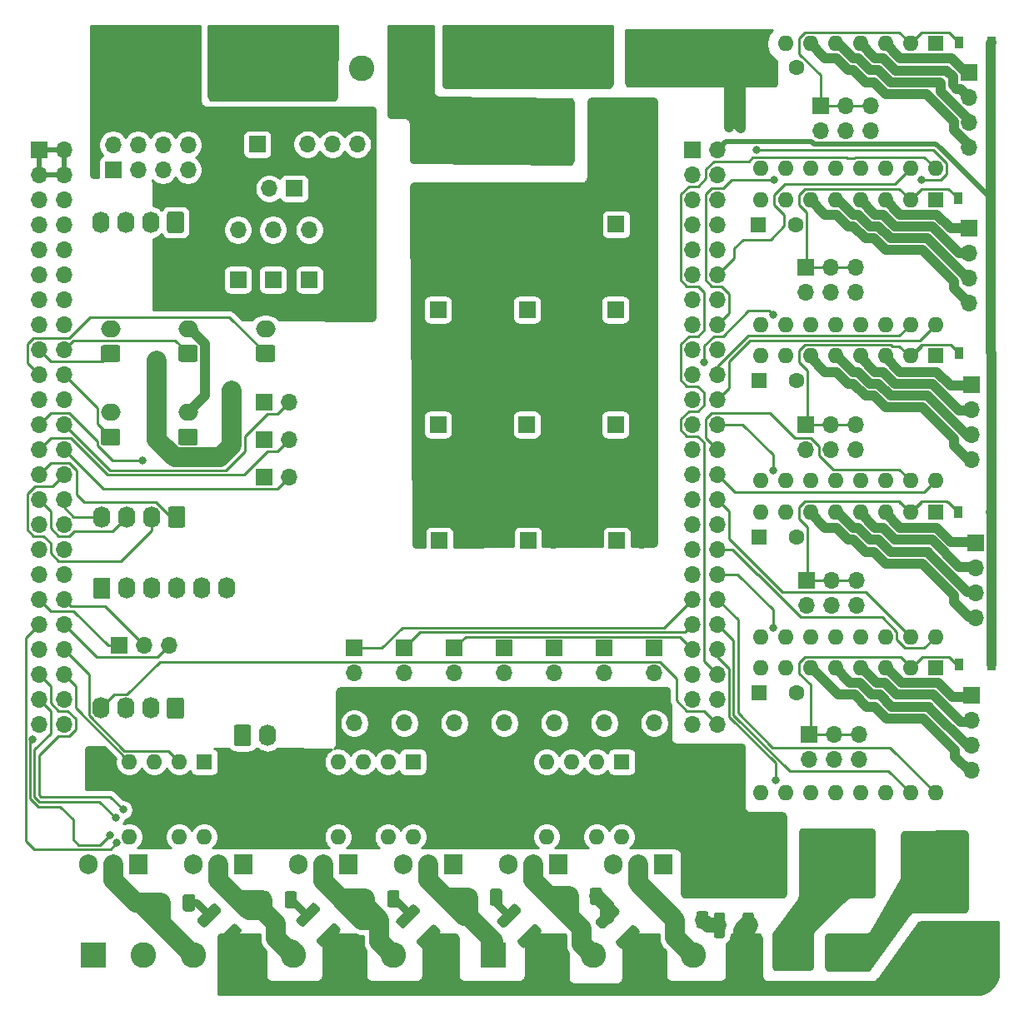
<source format=gbr>
%TF.GenerationSoftware,KiCad,Pcbnew,(5.1.10)-1*%
%TF.CreationDate,2021-08-20T00:09:58-04:00*%
%TF.ProjectId,Back_F407_expansion_board,4261636b-5f46-4343-9037-5f657870616e,rev?*%
%TF.SameCoordinates,Original*%
%TF.FileFunction,Copper,L2,Bot*%
%TF.FilePolarity,Positive*%
%FSLAX46Y46*%
G04 Gerber Fmt 4.6, Leading zero omitted, Abs format (unit mm)*
G04 Created by KiCad (PCBNEW (5.1.10)-1) date 2021-08-20 00:09:58*
%MOMM*%
%LPD*%
G01*
G04 APERTURE LIST*
%TA.AperFunction,ComponentPad*%
%ADD10C,2.780000*%
%TD*%
%TA.AperFunction,ComponentPad*%
%ADD11O,1.740000X2.190000*%
%TD*%
%TA.AperFunction,ComponentPad*%
%ADD12O,1.700000X1.700000*%
%TD*%
%TA.AperFunction,ComponentPad*%
%ADD13R,1.700000X1.700000*%
%TD*%
%TA.AperFunction,ComponentPad*%
%ADD14O,1.600000X1.600000*%
%TD*%
%TA.AperFunction,ComponentPad*%
%ADD15R,1.600000X1.600000*%
%TD*%
%TA.AperFunction,SMDPad,CuDef*%
%ADD16R,0.900000X1.200000*%
%TD*%
%TA.AperFunction,ComponentPad*%
%ADD17C,1.600000*%
%TD*%
%TA.AperFunction,ComponentPad*%
%ADD18C,2.600000*%
%TD*%
%TA.AperFunction,ComponentPad*%
%ADD19R,2.600000X2.600000*%
%TD*%
%TA.AperFunction,ComponentPad*%
%ADD20O,2.000000X1.700000*%
%TD*%
%TA.AperFunction,ComponentPad*%
%ADD21O,1.905000X2.000000*%
%TD*%
%TA.AperFunction,ComponentPad*%
%ADD22R,1.905000X2.000000*%
%TD*%
%TA.AperFunction,ViaPad*%
%ADD23C,0.800000*%
%TD*%
%TA.AperFunction,Conductor*%
%ADD24C,2.999999*%
%TD*%
%TA.AperFunction,Conductor*%
%ADD25C,1.000000*%
%TD*%
%TA.AperFunction,Conductor*%
%ADD26C,0.250000*%
%TD*%
%TA.AperFunction,Conductor*%
%ADD27C,2.000000*%
%TD*%
%TA.AperFunction,Conductor*%
%ADD28C,0.500000*%
%TD*%
%TA.AperFunction,Conductor*%
%ADD29C,1.500000*%
%TD*%
%TA.AperFunction,Conductor*%
%ADD30C,0.750000*%
%TD*%
%TA.AperFunction,Conductor*%
%ADD31C,0.254000*%
%TD*%
%TA.AperFunction,Conductor*%
%ADD32C,0.100000*%
%TD*%
G04 APERTURE END LIST*
D10*
%TO.P,F5,2*%
%TO.N,Net-(F5-Pad2)*%
X163550600Y-118956600D03*
X163550600Y-122656600D03*
%TO.P,F5,1*%
%TO.N,VDD*%
X163550600Y-126956600D03*
X163550600Y-130656600D03*
%TD*%
%TO.P,F4,2*%
%TO.N,+5VD*%
X84176600Y-40411400D03*
X87876600Y-40411400D03*
%TO.P,F4,1*%
%TO.N,Net-(F4-Pad1)*%
X92176600Y-40411400D03*
X95876600Y-40411400D03*
%TD*%
%TO.P,F3,2*%
%TO.N,+12V*%
X143824200Y-120421400D03*
X147524200Y-120421400D03*
%TO.P,F3,1*%
%TO.N,Net-(F3-Pad1)*%
X151824200Y-120421400D03*
X155524200Y-120421400D03*
%TD*%
%TO.P,F2,2*%
%TO.N,+24V*%
X133958600Y-44526200D03*
X130258600Y-44526200D03*
%TO.P,F2,1*%
%TO.N,Net-(F2-Pad1)*%
X125958600Y-44526200D03*
X122258600Y-44526200D03*
%TD*%
%TO.P,F1,2*%
%TO.N,+48V*%
X137912600Y-36906200D03*
X134212600Y-36906200D03*
%TO.P,F1,1*%
%TO.N,Net-(F1-Pad1)*%
X129912600Y-36906200D03*
X126212600Y-36906200D03*
%TD*%
%TO.P,D19,2*%
%TO.N,Net-(D19-Pad2)*%
%TA.AperFunction,SMDPad,CuDef*%
G36*
G01*
X87729900Y-124043600D02*
X87729900Y-122793600D01*
G75*
G02*
X87979900Y-122543600I250000J0D01*
G01*
X88729900Y-122543600D01*
G75*
G02*
X88979900Y-122793600I0J-250000D01*
G01*
X88979900Y-124043600D01*
G75*
G02*
X88729900Y-124293600I-250000J0D01*
G01*
X87979900Y-124293600D01*
G75*
G02*
X87729900Y-124043600I0J250000D01*
G01*
G37*
%TD.AperFunction*%
%TO.P,D19,1*%
%TO.N,/FET6*%
%TA.AperFunction,SMDPad,CuDef*%
G36*
G01*
X84929900Y-124043600D02*
X84929900Y-122793600D01*
G75*
G02*
X85179900Y-122543600I250000J0D01*
G01*
X85929900Y-122543600D01*
G75*
G02*
X86179900Y-122793600I0J-250000D01*
G01*
X86179900Y-124043600D01*
G75*
G02*
X85929900Y-124293600I-250000J0D01*
G01*
X85179900Y-124293600D01*
G75*
G02*
X84929900Y-124043600I0J250000D01*
G01*
G37*
%TD.AperFunction*%
%TD*%
%TO.P,D17,2*%
%TO.N,Net-(D17-Pad2)*%
%TA.AperFunction,SMDPad,CuDef*%
G36*
G01*
X98093100Y-123738800D02*
X98093100Y-122488800D01*
G75*
G02*
X98343100Y-122238800I250000J0D01*
G01*
X99093100Y-122238800D01*
G75*
G02*
X99343100Y-122488800I0J-250000D01*
G01*
X99343100Y-123738800D01*
G75*
G02*
X99093100Y-123988800I-250000J0D01*
G01*
X98343100Y-123988800D01*
G75*
G02*
X98093100Y-123738800I0J250000D01*
G01*
G37*
%TD.AperFunction*%
%TO.P,D17,1*%
%TO.N,/FET5*%
%TA.AperFunction,SMDPad,CuDef*%
G36*
G01*
X95293100Y-123738800D02*
X95293100Y-122488800D01*
G75*
G02*
X95543100Y-122238800I250000J0D01*
G01*
X96293100Y-122238800D01*
G75*
G02*
X96543100Y-122488800I0J-250000D01*
G01*
X96543100Y-123738800D01*
G75*
G02*
X96293100Y-123988800I-250000J0D01*
G01*
X95543100Y-123988800D01*
G75*
G02*
X95293100Y-123738800I0J250000D01*
G01*
G37*
%TD.AperFunction*%
%TD*%
%TO.P,D15,2*%
%TO.N,Net-(D15-Pad2)*%
%TA.AperFunction,SMDPad,CuDef*%
G36*
G01*
X108507100Y-123637200D02*
X108507100Y-122387200D01*
G75*
G02*
X108757100Y-122137200I250000J0D01*
G01*
X109507100Y-122137200D01*
G75*
G02*
X109757100Y-122387200I0J-250000D01*
G01*
X109757100Y-123637200D01*
G75*
G02*
X109507100Y-123887200I-250000J0D01*
G01*
X108757100Y-123887200D01*
G75*
G02*
X108507100Y-123637200I0J250000D01*
G01*
G37*
%TD.AperFunction*%
%TO.P,D15,1*%
%TO.N,/FET4*%
%TA.AperFunction,SMDPad,CuDef*%
G36*
G01*
X105707100Y-123637200D02*
X105707100Y-122387200D01*
G75*
G02*
X105957100Y-122137200I250000J0D01*
G01*
X106707100Y-122137200D01*
G75*
G02*
X106957100Y-122387200I0J-250000D01*
G01*
X106957100Y-123637200D01*
G75*
G02*
X106707100Y-123887200I-250000J0D01*
G01*
X105957100Y-123887200D01*
G75*
G02*
X105707100Y-123637200I0J250000D01*
G01*
G37*
%TD.AperFunction*%
%TD*%
%TO.P,D13,2*%
%TO.N,Net-(D13-Pad2)*%
%TA.AperFunction,SMDPad,CuDef*%
G36*
G01*
X118932800Y-123484800D02*
X118932800Y-122234800D01*
G75*
G02*
X119182800Y-121984800I250000J0D01*
G01*
X119932800Y-121984800D01*
G75*
G02*
X120182800Y-122234800I0J-250000D01*
G01*
X120182800Y-123484800D01*
G75*
G02*
X119932800Y-123734800I-250000J0D01*
G01*
X119182800Y-123734800D01*
G75*
G02*
X118932800Y-123484800I0J250000D01*
G01*
G37*
%TD.AperFunction*%
%TO.P,D13,1*%
%TO.N,/FET3*%
%TA.AperFunction,SMDPad,CuDef*%
G36*
G01*
X116132800Y-123484800D02*
X116132800Y-122234800D01*
G75*
G02*
X116382800Y-121984800I250000J0D01*
G01*
X117132800Y-121984800D01*
G75*
G02*
X117382800Y-122234800I0J-250000D01*
G01*
X117382800Y-123484800D01*
G75*
G02*
X117132800Y-123734800I-250000J0D01*
G01*
X116382800Y-123734800D01*
G75*
G02*
X116132800Y-123484800I0J250000D01*
G01*
G37*
%TD.AperFunction*%
%TD*%
%TO.P,D11,2*%
%TO.N,Net-(D11-Pad2)*%
%TA.AperFunction,SMDPad,CuDef*%
G36*
G01*
X129092800Y-123383200D02*
X129092800Y-122133200D01*
G75*
G02*
X129342800Y-121883200I250000J0D01*
G01*
X130092800Y-121883200D01*
G75*
G02*
X130342800Y-122133200I0J-250000D01*
G01*
X130342800Y-123383200D01*
G75*
G02*
X130092800Y-123633200I-250000J0D01*
G01*
X129342800Y-123633200D01*
G75*
G02*
X129092800Y-123383200I0J250000D01*
G01*
G37*
%TD.AperFunction*%
%TO.P,D11,1*%
%TO.N,/FET2*%
%TA.AperFunction,SMDPad,CuDef*%
G36*
G01*
X126292800Y-123383200D02*
X126292800Y-122133200D01*
G75*
G02*
X126542800Y-121883200I250000J0D01*
G01*
X127292800Y-121883200D01*
G75*
G02*
X127542800Y-122133200I0J-250000D01*
G01*
X127542800Y-123383200D01*
G75*
G02*
X127292800Y-123633200I-250000J0D01*
G01*
X126542800Y-123633200D01*
G75*
G02*
X126292800Y-123383200I0J250000D01*
G01*
G37*
%TD.AperFunction*%
%TD*%
%TO.P,D9,2*%
%TO.N,Net-(D9-Pad2)*%
%TA.AperFunction,SMDPad,CuDef*%
G36*
G01*
X139913200Y-125770800D02*
X139913200Y-124520800D01*
G75*
G02*
X140163200Y-124270800I250000J0D01*
G01*
X140913200Y-124270800D01*
G75*
G02*
X141163200Y-124520800I0J-250000D01*
G01*
X141163200Y-125770800D01*
G75*
G02*
X140913200Y-126020800I-250000J0D01*
G01*
X140163200Y-126020800D01*
G75*
G02*
X139913200Y-125770800I0J250000D01*
G01*
G37*
%TD.AperFunction*%
%TO.P,D9,1*%
%TO.N,/FET1*%
%TA.AperFunction,SMDPad,CuDef*%
G36*
G01*
X137113200Y-125770800D02*
X137113200Y-124520800D01*
G75*
G02*
X137363200Y-124270800I250000J0D01*
G01*
X138113200Y-124270800D01*
G75*
G02*
X138363200Y-124520800I0J-250000D01*
G01*
X138363200Y-125770800D01*
G75*
G02*
X138113200Y-126020800I-250000J0D01*
G01*
X137363200Y-126020800D01*
G75*
G02*
X137113200Y-125770800I0J250000D01*
G01*
G37*
%TD.AperFunction*%
%TD*%
%TO.P,R57,2*%
%TO.N,Net-(D19-Pad2)*%
%TA.AperFunction,SMDPad,CuDef*%
G36*
G01*
X91571000Y-124340719D02*
X90050719Y-125861000D01*
G75*
G02*
X89697167Y-125861000I-176776J176776D01*
G01*
X89255224Y-125419057D01*
G75*
G02*
X89255224Y-125065505I176776J176776D01*
G01*
X90775505Y-123545224D01*
G75*
G02*
X91129057Y-123545224I176776J-176776D01*
G01*
X91571000Y-123987167D01*
G75*
G02*
X91571000Y-124340719I-176776J-176776D01*
G01*
G37*
%TD.AperFunction*%
%TO.P,R57,1*%
%TO.N,VDD*%
%TA.AperFunction,SMDPad,CuDef*%
G36*
G01*
X93639288Y-126409007D02*
X92119007Y-127929288D01*
G75*
G02*
X91765455Y-127929288I-176776J176776D01*
G01*
X91323512Y-127487345D01*
G75*
G02*
X91323512Y-127133793I176776J176776D01*
G01*
X92843793Y-125613512D01*
G75*
G02*
X93197345Y-125613512I176776J-176776D01*
G01*
X93639288Y-126055455D01*
G75*
G02*
X93639288Y-126409007I-176776J-176776D01*
G01*
G37*
%TD.AperFunction*%
%TD*%
%TO.P,R55,2*%
%TO.N,Net-(D17-Pad2)*%
%TA.AperFunction,SMDPad,CuDef*%
G36*
G01*
X101629400Y-124289919D02*
X100109119Y-125810200D01*
G75*
G02*
X99755567Y-125810200I-176776J176776D01*
G01*
X99313624Y-125368257D01*
G75*
G02*
X99313624Y-125014705I176776J176776D01*
G01*
X100833905Y-123494424D01*
G75*
G02*
X101187457Y-123494424I176776J-176776D01*
G01*
X101629400Y-123936367D01*
G75*
G02*
X101629400Y-124289919I-176776J-176776D01*
G01*
G37*
%TD.AperFunction*%
%TO.P,R55,1*%
%TO.N,VDD*%
%TA.AperFunction,SMDPad,CuDef*%
G36*
G01*
X103697688Y-126358207D02*
X102177407Y-127878488D01*
G75*
G02*
X101823855Y-127878488I-176776J176776D01*
G01*
X101381912Y-127436545D01*
G75*
G02*
X101381912Y-127082993I176776J176776D01*
G01*
X102902193Y-125562712D01*
G75*
G02*
X103255745Y-125562712I176776J-176776D01*
G01*
X103697688Y-126004655D01*
G75*
G02*
X103697688Y-126358207I-176776J-176776D01*
G01*
G37*
%TD.AperFunction*%
%TD*%
%TO.P,R53,2*%
%TO.N,Net-(D15-Pad2)*%
%TA.AperFunction,SMDPad,CuDef*%
G36*
G01*
X111789400Y-124442319D02*
X110269119Y-125962600D01*
G75*
G02*
X109915567Y-125962600I-176776J176776D01*
G01*
X109473624Y-125520657D01*
G75*
G02*
X109473624Y-125167105I176776J176776D01*
G01*
X110993905Y-123646824D01*
G75*
G02*
X111347457Y-123646824I176776J-176776D01*
G01*
X111789400Y-124088767D01*
G75*
G02*
X111789400Y-124442319I-176776J-176776D01*
G01*
G37*
%TD.AperFunction*%
%TO.P,R53,1*%
%TO.N,VDD*%
%TA.AperFunction,SMDPad,CuDef*%
G36*
G01*
X113857688Y-126510607D02*
X112337407Y-128030888D01*
G75*
G02*
X111983855Y-128030888I-176776J176776D01*
G01*
X111541912Y-127588945D01*
G75*
G02*
X111541912Y-127235393I176776J176776D01*
G01*
X113062193Y-125715112D01*
G75*
G02*
X113415745Y-125715112I176776J-176776D01*
G01*
X113857688Y-126157055D01*
G75*
G02*
X113857688Y-126510607I-176776J-176776D01*
G01*
G37*
%TD.AperFunction*%
%TD*%
%TO.P,R51,2*%
%TO.N,Net-(D13-Pad2)*%
%TA.AperFunction,SMDPad,CuDef*%
G36*
G01*
X122036488Y-124377007D02*
X120516207Y-125897288D01*
G75*
G02*
X120162655Y-125897288I-176776J176776D01*
G01*
X119720712Y-125455345D01*
G75*
G02*
X119720712Y-125101793I176776J176776D01*
G01*
X121240993Y-123581512D01*
G75*
G02*
X121594545Y-123581512I176776J-176776D01*
G01*
X122036488Y-124023455D01*
G75*
G02*
X122036488Y-124377007I-176776J-176776D01*
G01*
G37*
%TD.AperFunction*%
%TO.P,R51,1*%
%TO.N,VDD*%
%TA.AperFunction,SMDPad,CuDef*%
G36*
G01*
X124104776Y-126445295D02*
X122584495Y-127965576D01*
G75*
G02*
X122230943Y-127965576I-176776J176776D01*
G01*
X121789000Y-127523633D01*
G75*
G02*
X121789000Y-127170081I176776J176776D01*
G01*
X123309281Y-125649800D01*
G75*
G02*
X123662833Y-125649800I176776J-176776D01*
G01*
X124104776Y-126091743D01*
G75*
G02*
X124104776Y-126445295I-176776J-176776D01*
G01*
G37*
%TD.AperFunction*%
%TD*%
%TO.P,R49,2*%
%TO.N,Net-(D11-Pad2)*%
%TA.AperFunction,SMDPad,CuDef*%
G36*
G01*
X132044088Y-124478607D02*
X130523807Y-125998888D01*
G75*
G02*
X130170255Y-125998888I-176776J176776D01*
G01*
X129728312Y-125556945D01*
G75*
G02*
X129728312Y-125203393I176776J176776D01*
G01*
X131248593Y-123683112D01*
G75*
G02*
X131602145Y-123683112I176776J-176776D01*
G01*
X132044088Y-124125055D01*
G75*
G02*
X132044088Y-124478607I-176776J-176776D01*
G01*
G37*
%TD.AperFunction*%
%TO.P,R49,1*%
%TO.N,VDD*%
%TA.AperFunction,SMDPad,CuDef*%
G36*
G01*
X134112376Y-126546895D02*
X132592095Y-128067176D01*
G75*
G02*
X132238543Y-128067176I-176776J176776D01*
G01*
X131796600Y-127625233D01*
G75*
G02*
X131796600Y-127271681I176776J176776D01*
G01*
X133316881Y-125751400D01*
G75*
G02*
X133670433Y-125751400I176776J-176776D01*
G01*
X134112376Y-126193343D01*
G75*
G02*
X134112376Y-126546895I-176776J-176776D01*
G01*
G37*
%TD.AperFunction*%
%TD*%
%TO.P,R47,2*%
%TO.N,Net-(D9-Pad2)*%
%TA.AperFunction,SMDPad,CuDef*%
G36*
G01*
X142827900Y-124629599D02*
X142827900Y-126779601D01*
G75*
G02*
X142577901Y-127029600I-249999J0D01*
G01*
X141952899Y-127029600D01*
G75*
G02*
X141702900Y-126779601I0J249999D01*
G01*
X141702900Y-124629599D01*
G75*
G02*
X141952899Y-124379600I249999J0D01*
G01*
X142577901Y-124379600D01*
G75*
G02*
X142827900Y-124629599I0J-249999D01*
G01*
G37*
%TD.AperFunction*%
%TO.P,R47,1*%
%TO.N,VDD*%
%TA.AperFunction,SMDPad,CuDef*%
G36*
G01*
X145752900Y-124629599D02*
X145752900Y-126779601D01*
G75*
G02*
X145502901Y-127029600I-249999J0D01*
G01*
X144877899Y-127029600D01*
G75*
G02*
X144627900Y-126779601I0J249999D01*
G01*
X144627900Y-124629599D01*
G75*
G02*
X144877899Y-124379600I249999J0D01*
G01*
X145502901Y-124379600D01*
G75*
G02*
X145752900Y-124629599I0J-249999D01*
G01*
G37*
%TD.AperFunction*%
%TD*%
D11*
%TO.P,J8,2*%
%TO.N,Net-(J8-Pad2)*%
X96342200Y-106400600D03*
%TO.P,J8,1*%
%TO.N,Net-(J8-Pad1)*%
%TA.AperFunction,ComponentPad*%
G36*
G01*
X92932200Y-107245601D02*
X92932200Y-105555599D01*
G75*
G02*
X93182199Y-105305600I249999J0D01*
G01*
X94422201Y-105305600D01*
G75*
G02*
X94672200Y-105555599I0J-249999D01*
G01*
X94672200Y-107245601D01*
G75*
G02*
X94422201Y-107495600I-249999J0D01*
G01*
X93182199Y-107495600D01*
G75*
G02*
X92932200Y-107245601I0J249999D01*
G01*
G37*
%TD.AperFunction*%
%TD*%
D12*
%TO.P,J29,2*%
%TO.N,+24V*%
X116332000Y-86614000D03*
D13*
%TO.P,J29,1*%
%TO.N,/FAN10*%
X113792000Y-86614000D03*
%TD*%
D12*
%TO.P,J28,2*%
%TO.N,+24V*%
X125349000Y-86614000D03*
D13*
%TO.P,J28,1*%
%TO.N,/FAN9*%
X122809000Y-86614000D03*
%TD*%
D12*
%TO.P,J27,2*%
%TO.N,+24V*%
X134366000Y-86614000D03*
D13*
%TO.P,J27,1*%
%TO.N,/FAN8*%
X131826000Y-86614000D03*
%TD*%
D12*
%TO.P,J26,2*%
%TO.N,+24V*%
X116205000Y-74803000D03*
D13*
%TO.P,J26,1*%
%TO.N,/FAN7*%
X113665000Y-74803000D03*
%TD*%
D12*
%TO.P,J20,2*%
%TO.N,+24V*%
X125222000Y-74803000D03*
D13*
%TO.P,J20,1*%
%TO.N,/FAN6*%
X122682000Y-74803000D03*
%TD*%
D12*
%TO.P,J19,2*%
%TO.N,+24V*%
X134239000Y-74803000D03*
D13*
%TO.P,J19,1*%
%TO.N,/FAN5*%
X131699000Y-74803000D03*
%TD*%
D12*
%TO.P,J18,2*%
%TO.N,+24V*%
X116205000Y-63119000D03*
D13*
%TO.P,J18,1*%
%TO.N,/FAN4*%
X113665000Y-63119000D03*
%TD*%
D12*
%TO.P,J17,2*%
%TO.N,+24V*%
X125262000Y-63119000D03*
D13*
%TO.P,J17,1*%
%TO.N,/FAN3*%
X122722000Y-63119000D03*
%TD*%
D12*
%TO.P,J13,2*%
%TO.N,+24V*%
X134239000Y-63119000D03*
D13*
%TO.P,J13,1*%
%TO.N,/FAN2*%
X131699000Y-63119000D03*
%TD*%
D12*
%TO.P,J10,2*%
%TO.N,+24V*%
X134289800Y-54432200D03*
D13*
%TO.P,J10,1*%
%TO.N,/FAN1*%
X131749800Y-54432200D03*
%TD*%
D12*
%TO.P,J2,48*%
%TO.N,/PB15_spi2MOSI*%
X142070000Y-105260000D03*
%TO.P,J2,47*%
%TO.N,/PD8*%
X139530000Y-105260000D03*
%TO.P,J2,46*%
%TO.N,/PD9*%
X142070000Y-102720000D03*
%TO.P,J2,45*%
%TO.N,/PD10*%
X139530000Y-102720000D03*
%TO.P,J2,44*%
%TO.N,/PD11*%
X142070000Y-100180000D03*
%TO.P,J2,43*%
%TO.N,/PD12*%
X139530000Y-100180000D03*
%TO.P,J2,42*%
%TO.N,/PD13*%
X142070000Y-97640000D03*
%TO.P,J2,41*%
%TO.N,/PD14*%
X139530000Y-97640000D03*
%TO.P,J2,40*%
%TO.N,/PD15*%
X142070000Y-95100000D03*
%TO.P,J2,39*%
%TO.N,/PC6*%
X139530000Y-95100000D03*
%TO.P,J2,38*%
%TO.N,/PC7*%
X142070000Y-92560000D03*
%TO.P,J2,37*%
%TO.N,/PC8*%
X139530000Y-92560000D03*
%TO.P,J2,36*%
%TO.N,/PC9*%
X142070000Y-90020000D03*
%TO.P,J2,35*%
%TO.N,/PA8*%
X139530000Y-90020000D03*
%TO.P,J2,34*%
%TO.N,/PA9*%
X142070000Y-87480000D03*
%TO.P,J2,33*%
%TO.N,/PA10*%
X139530000Y-87480000D03*
%TO.P,J2,32*%
%TO.N,N/C*%
X142070000Y-84940000D03*
%TO.P,J2,31*%
X139530000Y-84940000D03*
%TO.P,J2,30*%
%TO.N,/PA15*%
X142070000Y-82400000D03*
%TO.P,J2,29*%
%TO.N,/PC10*%
X139530000Y-82400000D03*
%TO.P,J2,28*%
%TO.N,/PC11*%
X142070000Y-79860000D03*
%TO.P,J2,27*%
%TO.N,/PC12*%
X139530000Y-79860000D03*
%TO.P,J2,26*%
%TO.N,/PD0*%
X142070000Y-77320000D03*
%TO.P,J2,25*%
%TO.N,/PD1*%
X139530000Y-77320000D03*
%TO.P,J2,24*%
%TO.N,/PD2*%
X142070000Y-74780000D03*
%TO.P,J2,23*%
%TO.N,/PD3*%
X139530000Y-74780000D03*
%TO.P,J2,22*%
%TO.N,/PD4*%
X142070000Y-72240000D03*
%TO.P,J2,21*%
%TO.N,/PD5*%
X139530000Y-72240000D03*
%TO.P,J2,20*%
%TO.N,/PD6*%
X142070000Y-69700000D03*
%TO.P,J2,19*%
%TO.N,/PD7*%
X139530000Y-69700000D03*
%TO.P,J2,18*%
%TO.N,N/C*%
X142070000Y-67160000D03*
%TO.P,J2,17*%
X139530000Y-67160000D03*
%TO.P,J2,16*%
%TO.N,/PB6*%
X142070000Y-64620000D03*
%TO.P,J2,15*%
%TO.N,/PB7*%
X139530000Y-64620000D03*
%TO.P,J2,14*%
%TO.N,N/C*%
X142070000Y-62080000D03*
%TO.P,J2,13*%
%TO.N,/PB9*%
X139530000Y-62080000D03*
%TO.P,J2,12*%
%TO.N,/PE0*%
X142070000Y-59540000D03*
%TO.P,J2,11*%
%TO.N,/PE1*%
X139530000Y-59540000D03*
%TO.P,J2,10*%
%TO.N,GND*%
X142070000Y-57000000D03*
%TO.P,J2,9*%
X139530000Y-57000000D03*
%TO.P,J2,8*%
X142070000Y-54460000D03*
%TO.P,J2,7*%
X139530000Y-54460000D03*
%TO.P,J2,6*%
%TO.N,N/C*%
X142070000Y-51920000D03*
%TO.P,J2,5*%
X139530000Y-51920000D03*
%TO.P,J2,4*%
%TO.N,+3V3*%
X142070000Y-49380000D03*
%TO.P,J2,3*%
X139530000Y-49380000D03*
%TO.P,J2,2*%
X142070000Y-46840000D03*
D13*
%TO.P,J2,1*%
X139530000Y-46840000D03*
%TD*%
D12*
%TO.P,J48,3*%
%TO.N,/PC13*%
X100584000Y-54991000D03*
%TO.P,J48,2*%
%TO.N,+5VD*%
X100584000Y-57531000D03*
D13*
%TO.P,J48,1*%
%TO.N,GND*%
X100584000Y-60071000D03*
%TD*%
D12*
%TO.P,J47,3*%
%TO.N,/PE6*%
X96901000Y-54991000D03*
%TO.P,J47,2*%
%TO.N,+5VD*%
X96901000Y-57531000D03*
D13*
%TO.P,J47,1*%
%TO.N,GND*%
X96901000Y-60071000D03*
%TD*%
D12*
%TO.P,J46,3*%
%TO.N,/PE5*%
X93345000Y-54991000D03*
%TO.P,J46,2*%
%TO.N,+5VD*%
X93345000Y-57531000D03*
D13*
%TO.P,J46,1*%
%TO.N,GND*%
X93345000Y-60071000D03*
%TD*%
D12*
%TO.P,J45,3*%
%TO.N,/PE12*%
X86360000Y-97282000D03*
%TO.P,J45,2*%
%TO.N,/PE10*%
X83820000Y-97282000D03*
D13*
%TO.P,J45,1*%
%TO.N,/PE9*%
X81280000Y-97282000D03*
%TD*%
D12*
%TO.P,J1,48*%
%TO.N,/PB14_spi2MISO*%
X75650000Y-105270000D03*
%TO.P,J1,47*%
%TO.N,/PB13_spi2SCK*%
X73110000Y-105270000D03*
%TO.P,J1,46*%
%TO.N,/PB12_spi2SS*%
X75650000Y-102730000D03*
%TO.P,J1,45*%
%TO.N,/PB11*%
X73110000Y-102730000D03*
%TO.P,J1,44*%
%TO.N,/PB10*%
X75650000Y-100190000D03*
%TO.P,J1,43*%
%TO.N,/PE15*%
X73110000Y-100190000D03*
%TO.P,J1,42*%
%TO.N,/PE14*%
X75650000Y-97650000D03*
%TO.P,J1,41*%
%TO.N,/PE13*%
X73110000Y-97650000D03*
%TO.P,J1,40*%
%TO.N,/PE12*%
X75650000Y-95110000D03*
%TO.P,J1,39*%
%TO.N,/PE11*%
X73110000Y-95110000D03*
%TO.P,J1,38*%
%TO.N,/PE10*%
X75650000Y-92570000D03*
%TO.P,J1,37*%
%TO.N,/PE9*%
X73110000Y-92570000D03*
%TO.P,J1,36*%
%TO.N,/PE8*%
X75650000Y-90030000D03*
%TO.P,J1,35*%
%TO.N,/PE7*%
X73110000Y-90030000D03*
%TO.P,J1,34*%
%TO.N,/PB1*%
X75650000Y-87490000D03*
%TO.P,J1,33*%
%TO.N,/PB0*%
X73110000Y-87490000D03*
%TO.P,J1,32*%
%TO.N,/PC5*%
X75650000Y-84950000D03*
%TO.P,J1,31*%
%TO.N,/PC4*%
X73110000Y-84950000D03*
%TO.P,J1,30*%
%TO.N,/PA7_spi1MOSI*%
X75650000Y-82410000D03*
%TO.P,J1,29*%
%TO.N,/PA6_spi1MISO*%
X73110000Y-82410000D03*
%TO.P,J1,28*%
%TO.N,/PA5_spi1SCK*%
X75650000Y-79870000D03*
%TO.P,J1,27*%
%TO.N,/PA4_spi1SS*%
X73110000Y-79870000D03*
%TO.P,J1,26*%
%TO.N,/PA3*%
X75650000Y-77330000D03*
%TO.P,J1,25*%
%TO.N,/PA2*%
X73110000Y-77330000D03*
%TO.P,J1,24*%
%TO.N,/PA1*%
X75650000Y-74790000D03*
%TO.P,J1,23*%
%TO.N,/PA0*%
X73110000Y-74790000D03*
%TO.P,J1,22*%
%TO.N,N/C*%
X75650000Y-72250000D03*
%TO.P,J1,21*%
X73110000Y-72250000D03*
%TO.P,J1,20*%
%TO.N,/PC3*%
X75650000Y-69710000D03*
%TO.P,J1,19*%
%TO.N,/PC2*%
X73110000Y-69710000D03*
%TO.P,J1,18*%
%TO.N,/PC1*%
X75650000Y-67170000D03*
%TO.P,J1,17*%
%TO.N,/PC0*%
X73110000Y-67170000D03*
%TO.P,J1,16*%
%TO.N,/PC13*%
X75650000Y-64630000D03*
%TO.P,J1,15*%
%TO.N,/PE6*%
X73110000Y-64630000D03*
%TO.P,J1,14*%
%TO.N,/PE5*%
X75650000Y-62090000D03*
%TO.P,J1,13*%
%TO.N,/PE4*%
X73110000Y-62090000D03*
%TO.P,J1,12*%
%TO.N,/PE3*%
X75650000Y-59550000D03*
%TO.P,J1,11*%
%TO.N,/PE2*%
X73110000Y-59550000D03*
%TO.P,J1,10*%
%TO.N,GND*%
X75650000Y-57010000D03*
%TO.P,J1,9*%
X73110000Y-57010000D03*
%TO.P,J1,8*%
%TO.N,N/C*%
X75650000Y-54470000D03*
%TO.P,J1,7*%
X73110000Y-54470000D03*
%TO.P,J1,6*%
X75650000Y-51930000D03*
%TO.P,J1,5*%
X73110000Y-51930000D03*
%TO.P,J1,4*%
%TO.N,+5V*%
X75650000Y-49390000D03*
%TO.P,J1,3*%
X73110000Y-49390000D03*
%TO.P,J1,2*%
X75650000Y-46850000D03*
D13*
%TO.P,J1,1*%
X73110000Y-46850000D03*
%TD*%
D14*
%TO.P,U1,8*%
%TO.N,N/C*%
X111125000Y-116713000D03*
%TO.P,U1,4*%
%TO.N,/PE15*%
X103505000Y-109093000D03*
%TO.P,U1,7*%
%TO.N,Net-(Q2-Pad1)*%
X108585000Y-116713000D03*
%TO.P,U1,3*%
%TO.N,GND*%
X106045000Y-109093000D03*
%TO.P,U1,6*%
%TO.N,+12V*%
X106045000Y-116713000D03*
%TO.P,U1,2*%
%TO.N,/PB11*%
X108585000Y-109093000D03*
%TO.P,U1,5*%
%TO.N,Net-(Q1-Pad1)*%
X103505000Y-116713000D03*
D15*
%TO.P,U1,1*%
%TO.N,N/C*%
X111125000Y-109093000D03*
%TD*%
D14*
%TO.P,A3,16*%
%TO.N,/PD11*%
X164211000Y-48768000D03*
%TO.P,A3,8*%
%TO.N,+48V*%
X146431000Y-36068000D03*
%TO.P,A3,15*%
%TO.N,/PE0*%
X161671000Y-48768000D03*
%TO.P,A3,7*%
%TO.N,GND*%
X148971000Y-36068000D03*
%TO.P,A3,14*%
%TO.N,N/C*%
X159131000Y-48768000D03*
%TO.P,A3,6*%
%TO.N,Net-(A3-Pad6)*%
X151511000Y-36068000D03*
%TO.P,A3,13*%
%TO.N,N/C*%
X156591000Y-48768000D03*
%TO.P,A3,5*%
%TO.N,Net-(A3-Pad5)*%
X154051000Y-36068000D03*
%TO.P,A3,12*%
%TO.N,Net-(A3-Pad12)*%
X154051000Y-48768000D03*
%TO.P,A3,4*%
%TO.N,Net-(A3-Pad4)*%
X156591000Y-36068000D03*
%TO.P,A3,11*%
%TO.N,Net-(A3-Pad11)*%
X151511000Y-48768000D03*
%TO.P,A3,3*%
%TO.N,Net-(A3-Pad3)*%
X159131000Y-36068000D03*
%TO.P,A3,10*%
%TO.N,Net-(A3-Pad10)*%
X148971000Y-48768000D03*
%TO.P,A3,2*%
%TO.N,Net-(A3-Pad2)*%
X161671000Y-36068000D03*
%TO.P,A3,9*%
%TO.N,Net-(A3-Pad9)*%
X146431000Y-48768000D03*
D15*
%TO.P,A3,1*%
%TO.N,GND*%
X164211000Y-36068000D03*
%TD*%
D14*
%TO.P,A1,16*%
%TO.N,/PC11*%
X164211000Y-80518000D03*
%TO.P,A1,8*%
%TO.N,+48V*%
X146431000Y-67818000D03*
%TO.P,A1,15*%
%TO.N,/PD0*%
X161671000Y-80518000D03*
%TO.P,A1,7*%
%TO.N,GND*%
X148971000Y-67818000D03*
%TO.P,A1,14*%
%TO.N,N/C*%
X159131000Y-80518000D03*
%TO.P,A1,6*%
%TO.N,Net-(A1-Pad6)*%
X151511000Y-67818000D03*
%TO.P,A1,13*%
%TO.N,N/C*%
X156591000Y-80518000D03*
%TO.P,A1,5*%
%TO.N,Net-(A1-Pad5)*%
X154051000Y-67818000D03*
%TO.P,A1,12*%
%TO.N,Net-(A1-Pad12)*%
X154051000Y-80518000D03*
%TO.P,A1,4*%
%TO.N,Net-(A1-Pad4)*%
X156591000Y-67818000D03*
%TO.P,A1,11*%
%TO.N,Net-(A1-Pad11)*%
X151511000Y-80518000D03*
%TO.P,A1,3*%
%TO.N,Net-(A1-Pad3)*%
X159131000Y-67818000D03*
%TO.P,A1,10*%
%TO.N,Net-(A1-Pad10)*%
X148971000Y-80518000D03*
%TO.P,A1,2*%
%TO.N,Net-(A1-Pad2)*%
X161671000Y-67818000D03*
%TO.P,A1,9*%
%TO.N,Net-(A1-Pad9)*%
X146431000Y-80518000D03*
D15*
%TO.P,A1,1*%
%TO.N,GND*%
X164211000Y-67818000D03*
%TD*%
D12*
%TO.P,J15,4*%
%TO.N,Net-(A2-Pad6)*%
X167640000Y-62484000D03*
%TO.P,J15,3*%
%TO.N,Net-(A2-Pad5)*%
X167640000Y-59944000D03*
%TO.P,J15,2*%
%TO.N,Net-(A2-Pad4)*%
X167640000Y-57404000D03*
D13*
%TO.P,J15,1*%
%TO.N,Net-(A2-Pad3)*%
X167640000Y-54864000D03*
%TD*%
D16*
%TO.P,D4,2*%
%TO.N,+3V3*%
X169797000Y-51816000D03*
%TO.P,D4,1*%
%TO.N,Net-(A2-Pad2)*%
X166497000Y-51816000D03*
%TD*%
D17*
%TO.P,C4,2*%
%TO.N,GND*%
X149977000Y-54483000D03*
D15*
%TO.P,C4,1*%
%TO.N,+48V*%
X146177000Y-54483000D03*
%TD*%
D14*
%TO.P,A2,16*%
%TO.N,/PD4*%
X164211000Y-64643000D03*
%TO.P,A2,8*%
%TO.N,+48V*%
X146431000Y-51943000D03*
%TO.P,A2,15*%
%TO.N,/PD6*%
X161671000Y-64643000D03*
%TO.P,A2,7*%
%TO.N,GND*%
X148971000Y-51943000D03*
%TO.P,A2,14*%
%TO.N,N/C*%
X159131000Y-64643000D03*
%TO.P,A2,6*%
%TO.N,Net-(A2-Pad6)*%
X151511000Y-51943000D03*
%TO.P,A2,13*%
%TO.N,N/C*%
X156591000Y-64643000D03*
%TO.P,A2,5*%
%TO.N,Net-(A2-Pad5)*%
X154051000Y-51943000D03*
%TO.P,A2,12*%
%TO.N,Net-(A2-Pad12)*%
X154051000Y-64643000D03*
%TO.P,A2,4*%
%TO.N,Net-(A2-Pad4)*%
X156591000Y-51943000D03*
%TO.P,A2,11*%
%TO.N,Net-(A2-Pad11)*%
X151511000Y-64643000D03*
%TO.P,A2,3*%
%TO.N,Net-(A2-Pad3)*%
X159131000Y-51943000D03*
%TO.P,A2,10*%
%TO.N,Net-(A2-Pad10)*%
X148971000Y-64643000D03*
%TO.P,A2,2*%
%TO.N,Net-(A2-Pad2)*%
X161671000Y-51943000D03*
%TO.P,A2,9*%
%TO.N,Net-(A2-Pad9)*%
X146431000Y-64643000D03*
D15*
%TO.P,A2,1*%
%TO.N,GND*%
X164211000Y-51943000D03*
%TD*%
D12*
%TO.P,J40,6*%
%TO.N,Net-(A2-Pad12)*%
X156083000Y-61341000D03*
%TO.P,J40,5*%
%TO.N,Net-(A2-Pad2)*%
X156083000Y-58801000D03*
%TO.P,J40,4*%
%TO.N,Net-(A2-Pad11)*%
X153543000Y-61341000D03*
%TO.P,J40,3*%
%TO.N,Net-(A2-Pad2)*%
X153543000Y-58801000D03*
%TO.P,J40,2*%
%TO.N,Net-(A2-Pad10)*%
X151003000Y-61341000D03*
D13*
%TO.P,J40,1*%
%TO.N,Net-(A2-Pad2)*%
X151003000Y-58801000D03*
%TD*%
D11*
%TO.P,J4,4*%
%TO.N,/PA7_spi1MOSI*%
X79502000Y-84201000D03*
%TO.P,J4,3*%
%TO.N,/PA6_spi1MISO*%
X82042000Y-84201000D03*
%TO.P,J4,2*%
%TO.N,/PA5_spi1SCK*%
X84582000Y-84201000D03*
%TO.P,J4,1*%
%TO.N,/PA4_spi1SS*%
%TA.AperFunction,ComponentPad*%
G36*
G01*
X87992000Y-83355999D02*
X87992000Y-85046001D01*
G75*
G02*
X87742001Y-85296000I-249999J0D01*
G01*
X86501999Y-85296000D01*
G75*
G02*
X86252000Y-85046001I0J249999D01*
G01*
X86252000Y-83355999D01*
G75*
G02*
X86501999Y-83106000I249999J0D01*
G01*
X87742001Y-83106000D01*
G75*
G02*
X87992000Y-83355999I0J-249999D01*
G01*
G37*
%TD.AperFunction*%
%TD*%
%TO.P,J5,4*%
%TO.N,/PB5_spi3MOSI*%
X79375000Y-54229000D03*
%TO.P,J5,3*%
%TO.N,/PB4_spi3MISO*%
X81915000Y-54229000D03*
%TO.P,J5,2*%
%TO.N,/PB3_spi3SCK*%
X84455000Y-54229000D03*
%TO.P,J5,1*%
%TO.N,/PB8_spi3SS*%
%TA.AperFunction,ComponentPad*%
G36*
G01*
X87865000Y-53383999D02*
X87865000Y-55074001D01*
G75*
G02*
X87615001Y-55324000I-249999J0D01*
G01*
X86374999Y-55324000D01*
G75*
G02*
X86125000Y-55074001I0J249999D01*
G01*
X86125000Y-53383999D01*
G75*
G02*
X86374999Y-53134000I249999J0D01*
G01*
X87615001Y-53134000D01*
G75*
G02*
X87865000Y-53383999I0J-249999D01*
G01*
G37*
%TD.AperFunction*%
%TD*%
D14*
%TO.P,A4,16*%
%TO.N,/PA9*%
X164211000Y-96393000D03*
%TO.P,A4,8*%
%TO.N,+48V*%
X146431000Y-83693000D03*
%TO.P,A4,15*%
%TO.N,/PA15*%
X161671000Y-96393000D03*
%TO.P,A4,7*%
%TO.N,GND*%
X148971000Y-83693000D03*
%TO.P,A4,14*%
%TO.N,N/C*%
X159131000Y-96393000D03*
%TO.P,A4,6*%
%TO.N,Net-(A4-Pad6)*%
X151511000Y-83693000D03*
%TO.P,A4,13*%
%TO.N,N/C*%
X156591000Y-96393000D03*
%TO.P,A4,5*%
%TO.N,Net-(A4-Pad5)*%
X154051000Y-83693000D03*
%TO.P,A4,12*%
%TO.N,Net-(A4-Pad12)*%
X154051000Y-96393000D03*
%TO.P,A4,4*%
%TO.N,Net-(A4-Pad4)*%
X156591000Y-83693000D03*
%TO.P,A4,11*%
%TO.N,Net-(A4-Pad11)*%
X151511000Y-96393000D03*
%TO.P,A4,3*%
%TO.N,Net-(A4-Pad3)*%
X159131000Y-83693000D03*
%TO.P,A4,10*%
%TO.N,Net-(A4-Pad10)*%
X148971000Y-96393000D03*
%TO.P,A4,2*%
%TO.N,Net-(A4-Pad2)*%
X161671000Y-83693000D03*
%TO.P,A4,9*%
%TO.N,Net-(A4-Pad9)*%
X146431000Y-96393000D03*
D15*
%TO.P,A4,1*%
%TO.N,GND*%
X164211000Y-83693000D03*
%TD*%
D12*
%TO.P,J44,6*%
%TO.N,Net-(A5-Pad12)*%
X156464000Y-108839000D03*
%TO.P,J44,5*%
%TO.N,Net-(A5-Pad2)*%
X156464000Y-106299000D03*
%TO.P,J44,4*%
%TO.N,Net-(A5-Pad11)*%
X153924000Y-108839000D03*
%TO.P,J44,3*%
%TO.N,Net-(A5-Pad2)*%
X153924000Y-106299000D03*
%TO.P,J44,2*%
%TO.N,Net-(A5-Pad10)*%
X151384000Y-108839000D03*
D13*
%TO.P,J44,1*%
%TO.N,Net-(A5-Pad2)*%
X151384000Y-106299000D03*
%TD*%
D12*
%TO.P,J43,6*%
%TO.N,Net-(A4-Pad12)*%
X156210000Y-93218000D03*
%TO.P,J43,5*%
%TO.N,Net-(A4-Pad2)*%
X156210000Y-90678000D03*
%TO.P,J43,4*%
%TO.N,Net-(A4-Pad11)*%
X153670000Y-93218000D03*
%TO.P,J43,3*%
%TO.N,Net-(A4-Pad2)*%
X153670000Y-90678000D03*
%TO.P,J43,2*%
%TO.N,Net-(A4-Pad10)*%
X151130000Y-93218000D03*
D13*
%TO.P,J43,1*%
%TO.N,Net-(A4-Pad2)*%
X151130000Y-90678000D03*
%TD*%
D12*
%TO.P,J42,6*%
%TO.N,Net-(A3-Pad12)*%
X157607000Y-44958000D03*
%TO.P,J42,5*%
%TO.N,Net-(A3-Pad2)*%
X157607000Y-42418000D03*
%TO.P,J42,4*%
%TO.N,Net-(A3-Pad11)*%
X155067000Y-44958000D03*
%TO.P,J42,3*%
%TO.N,Net-(A3-Pad2)*%
X155067000Y-42418000D03*
%TO.P,J42,2*%
%TO.N,Net-(A3-Pad10)*%
X152527000Y-44958000D03*
D13*
%TO.P,J42,1*%
%TO.N,Net-(A3-Pad2)*%
X152527000Y-42418000D03*
%TD*%
D12*
%TO.P,J41,6*%
%TO.N,Net-(A1-Pad12)*%
X156083000Y-77343000D03*
%TO.P,J41,5*%
%TO.N,Net-(A1-Pad2)*%
X156083000Y-74803000D03*
%TO.P,J41,4*%
%TO.N,Net-(A1-Pad11)*%
X153543000Y-77343000D03*
%TO.P,J41,3*%
%TO.N,Net-(A1-Pad2)*%
X153543000Y-74803000D03*
%TO.P,J41,2*%
%TO.N,Net-(A1-Pad10)*%
X151003000Y-77343000D03*
D13*
%TO.P,J41,1*%
%TO.N,Net-(A1-Pad2)*%
X151003000Y-74803000D03*
%TD*%
D12*
%TO.P,J12,4*%
%TO.N,GND*%
X105156000Y-105156000D03*
%TO.P,J12,3*%
%TO.N,+12V*%
X105156000Y-102616000D03*
%TO.P,J12,2*%
%TO.N,N/C*%
X105156000Y-100076000D03*
D13*
%TO.P,J12,1*%
%TO.N,/PC8*%
X105156000Y-97536000D03*
%TD*%
D12*
%TO.P,J39,4*%
%TO.N,GND*%
X135636000Y-105156000D03*
%TO.P,J39,3*%
%TO.N,+12V*%
X135636000Y-102616000D03*
%TO.P,J39,2*%
%TO.N,N/C*%
X135636000Y-100076000D03*
D13*
%TO.P,J39,1*%
%TO.N,/PD9*%
X135636000Y-97536000D03*
%TD*%
%TO.P,J38,1*%
%TO.N,/PD10*%
X130556000Y-97536000D03*
D12*
%TO.P,J38,2*%
%TO.N,N/C*%
X130556000Y-100076000D03*
%TO.P,J38,3*%
%TO.N,+12V*%
X130556000Y-102616000D03*
%TO.P,J38,4*%
%TO.N,GND*%
X130556000Y-105156000D03*
%TD*%
%TO.P,J37,4*%
%TO.N,GND*%
X125476000Y-105156000D03*
%TO.P,J37,3*%
%TO.N,+12V*%
X125476000Y-102616000D03*
%TO.P,J37,2*%
%TO.N,N/C*%
X125476000Y-100076000D03*
D13*
%TO.P,J37,1*%
%TO.N,/PD8*%
X125476000Y-97536000D03*
%TD*%
D12*
%TO.P,J36,4*%
%TO.N,GND*%
X120396000Y-105156000D03*
%TO.P,J36,3*%
%TO.N,+12V*%
X120396000Y-102616000D03*
%TO.P,J36,2*%
%TO.N,N/C*%
X120396000Y-100076000D03*
D13*
%TO.P,J36,1*%
%TO.N,/PD12*%
X120396000Y-97536000D03*
%TD*%
D12*
%TO.P,J35,4*%
%TO.N,GND*%
X115316000Y-105156000D03*
%TO.P,J35,3*%
%TO.N,+12V*%
X115316000Y-102616000D03*
%TO.P,J35,2*%
%TO.N,N/C*%
X115316000Y-100076000D03*
D13*
%TO.P,J35,1*%
%TO.N,/PD14*%
X115316000Y-97536000D03*
%TD*%
D12*
%TO.P,J34,4*%
%TO.N,GND*%
X110236000Y-105156000D03*
%TO.P,J34,3*%
%TO.N,+12V*%
X110236000Y-102616000D03*
%TO.P,J34,2*%
%TO.N,N/C*%
X110236000Y-100076000D03*
D13*
%TO.P,J34,1*%
%TO.N,/PC6*%
X110236000Y-97536000D03*
%TD*%
D18*
%TO.P,J33,8*%
%TO.N,VDD*%
X114173000Y-128778000D03*
%TO.P,J33,7*%
%TO.N,/FET4*%
X109093000Y-128778000D03*
%TO.P,J33,6*%
%TO.N,VDD*%
X104013000Y-128778000D03*
%TO.P,J33,5*%
%TO.N,/FET5*%
X98933000Y-128778000D03*
%TO.P,J33,4*%
%TO.N,VDD*%
X93853000Y-128778000D03*
%TO.P,J33,3*%
%TO.N,/FET6*%
X88773000Y-128778000D03*
%TO.P,J33,2*%
%TO.N,GND*%
X83693000Y-128778000D03*
D19*
%TO.P,J33,1*%
X78613000Y-128778000D03*
%TD*%
D18*
%TO.P,J32,8*%
%TO.N,Net-(F5-Pad2)*%
X154813000Y-128778000D03*
%TO.P,J32,7*%
%TO.N,Net-(F3-Pad1)*%
X149733000Y-128778000D03*
%TO.P,J32,6*%
%TO.N,VDD*%
X144653000Y-128778000D03*
%TO.P,J32,5*%
%TO.N,/FET1*%
X139573000Y-128778000D03*
%TO.P,J32,4*%
%TO.N,VDD*%
X134493000Y-128778000D03*
%TO.P,J32,3*%
%TO.N,/FET2*%
X129413000Y-128778000D03*
%TO.P,J32,2*%
%TO.N,VDD*%
X124333000Y-128778000D03*
D19*
%TO.P,J32,1*%
%TO.N,/FET3*%
X119253000Y-128778000D03*
%TD*%
D18*
%TO.P,J31,4*%
%TO.N,Net-(F4-Pad1)*%
X100838000Y-38608000D03*
%TO.P,J31,3*%
%TO.N,GND*%
X105918000Y-38608000D03*
%TO.P,J31,2*%
%TO.N,Net-(F2-Pad1)*%
X110998000Y-38608000D03*
D19*
%TO.P,J31,1*%
%TO.N,Net-(F1-Pad1)*%
X116078000Y-38608000D03*
%TD*%
D20*
%TO.P,R2,2*%
%TO.N,GND*%
X80391000Y-65064000D03*
%TO.P,R2,1*%
%TO.N,/PC0*%
%TA.AperFunction,ComponentPad*%
G36*
G01*
X81141000Y-68414000D02*
X79641000Y-68414000D01*
G75*
G02*
X79391000Y-68164000I0J250000D01*
G01*
X79391000Y-66964000D01*
G75*
G02*
X79641000Y-66714000I250000J0D01*
G01*
X81141000Y-66714000D01*
G75*
G02*
X81391000Y-66964000I0J-250000D01*
G01*
X81391000Y-68164000D01*
G75*
G02*
X81141000Y-68414000I-250000J0D01*
G01*
G37*
%TD.AperFunction*%
%TD*%
%TO.P,R22,2*%
%TO.N,GND*%
X88265000Y-73573000D03*
%TO.P,R22,1*%
%TO.N,/PA0*%
%TA.AperFunction,ComponentPad*%
G36*
G01*
X89015000Y-76923000D02*
X87515000Y-76923000D01*
G75*
G02*
X87265000Y-76673000I0J250000D01*
G01*
X87265000Y-75473000D01*
G75*
G02*
X87515000Y-75223000I250000J0D01*
G01*
X89015000Y-75223000D01*
G75*
G02*
X89265000Y-75473000I0J-250000D01*
G01*
X89265000Y-76673000D01*
G75*
G02*
X89015000Y-76923000I-250000J0D01*
G01*
G37*
%TD.AperFunction*%
%TD*%
%TO.P,R20,2*%
%TO.N,GND*%
X80391000Y-73573000D03*
%TO.P,R20,1*%
%TO.N,/PC3*%
%TA.AperFunction,ComponentPad*%
G36*
G01*
X81141000Y-76923000D02*
X79641000Y-76923000D01*
G75*
G02*
X79391000Y-76673000I0J250000D01*
G01*
X79391000Y-75473000D01*
G75*
G02*
X79641000Y-75223000I250000J0D01*
G01*
X81141000Y-75223000D01*
G75*
G02*
X81391000Y-75473000I0J-250000D01*
G01*
X81391000Y-76673000D01*
G75*
G02*
X81141000Y-76923000I-250000J0D01*
G01*
G37*
%TD.AperFunction*%
%TD*%
%TO.P,R19,2*%
%TO.N,GND*%
X96139000Y-65064000D03*
%TO.P,R19,1*%
%TO.N,/PC2*%
%TA.AperFunction,ComponentPad*%
G36*
G01*
X96889000Y-68414000D02*
X95389000Y-68414000D01*
G75*
G02*
X95139000Y-68164000I0J250000D01*
G01*
X95139000Y-66964000D01*
G75*
G02*
X95389000Y-66714000I250000J0D01*
G01*
X96889000Y-66714000D01*
G75*
G02*
X97139000Y-66964000I0J-250000D01*
G01*
X97139000Y-68164000D01*
G75*
G02*
X96889000Y-68414000I-250000J0D01*
G01*
G37*
%TD.AperFunction*%
%TD*%
%TO.P,R17,2*%
%TO.N,GND*%
X88265000Y-65064000D03*
%TO.P,R17,1*%
%TO.N,/PC1*%
%TA.AperFunction,ComponentPad*%
G36*
G01*
X89015000Y-68414000D02*
X87515000Y-68414000D01*
G75*
G02*
X87265000Y-68164000I0J250000D01*
G01*
X87265000Y-66964000D01*
G75*
G02*
X87515000Y-66714000I250000J0D01*
G01*
X89015000Y-66714000D01*
G75*
G02*
X89265000Y-66964000I0J-250000D01*
G01*
X89265000Y-68164000D01*
G75*
G02*
X89015000Y-68414000I-250000J0D01*
G01*
G37*
%TD.AperFunction*%
%TD*%
D14*
%TO.P,U3,8*%
%TO.N,N/C*%
X89916000Y-116713000D03*
%TO.P,U3,4*%
%TO.N,/PB10*%
X82296000Y-109093000D03*
%TO.P,U3,7*%
%TO.N,Net-(Q6-Pad1)*%
X87376000Y-116713000D03*
%TO.P,U3,3*%
%TO.N,GND*%
X84836000Y-109093000D03*
%TO.P,U3,6*%
%TO.N,+12V*%
X84836000Y-116713000D03*
%TO.P,U3,2*%
%TO.N,/PE14*%
X87376000Y-109093000D03*
%TO.P,U3,5*%
%TO.N,Net-(Q5-Pad1)*%
X82296000Y-116713000D03*
D15*
%TO.P,U3,1*%
%TO.N,N/C*%
X89916000Y-109093000D03*
%TD*%
D14*
%TO.P,U2,8*%
%TO.N,N/C*%
X132334000Y-116713000D03*
%TO.P,U2,4*%
%TO.N,/PE13*%
X124714000Y-109093000D03*
%TO.P,U2,7*%
%TO.N,Net-(Q4-Pad1)*%
X129794000Y-116713000D03*
%TO.P,U2,3*%
%TO.N,GND*%
X127254000Y-109093000D03*
%TO.P,U2,6*%
%TO.N,+12V*%
X127254000Y-116713000D03*
%TO.P,U2,2*%
%TO.N,/PE11*%
X129794000Y-109093000D03*
%TO.P,U2,5*%
%TO.N,Net-(Q3-Pad1)*%
X124714000Y-116713000D03*
D15*
%TO.P,U2,1*%
%TO.N,N/C*%
X132334000Y-109093000D03*
%TD*%
D21*
%TO.P,Q6,3*%
%TO.N,GND*%
X88773000Y-119507000D03*
%TO.P,Q6,2*%
%TO.N,/FET5*%
X91313000Y-119507000D03*
D22*
%TO.P,Q6,1*%
%TO.N,Net-(Q6-Pad1)*%
X93853000Y-119507000D03*
%TD*%
D21*
%TO.P,Q5,3*%
%TO.N,GND*%
X78105000Y-119507000D03*
%TO.P,Q5,2*%
%TO.N,/FET6*%
X80645000Y-119507000D03*
D22*
%TO.P,Q5,1*%
%TO.N,Net-(Q5-Pad1)*%
X83185000Y-119507000D03*
%TD*%
D21*
%TO.P,Q4,3*%
%TO.N,GND*%
X131445000Y-119507000D03*
%TO.P,Q4,2*%
%TO.N,/FET1*%
X133985000Y-119507000D03*
D22*
%TO.P,Q4,1*%
%TO.N,Net-(Q4-Pad1)*%
X136525000Y-119507000D03*
%TD*%
D21*
%TO.P,Q3,3*%
%TO.N,GND*%
X120777000Y-119507000D03*
%TO.P,Q3,2*%
%TO.N,/FET2*%
X123317000Y-119507000D03*
D22*
%TO.P,Q3,1*%
%TO.N,Net-(Q3-Pad1)*%
X125857000Y-119507000D03*
%TD*%
D21*
%TO.P,Q2,3*%
%TO.N,GND*%
X110109000Y-119507000D03*
%TO.P,Q2,2*%
%TO.N,/FET3*%
X112649000Y-119507000D03*
D22*
%TO.P,Q2,1*%
%TO.N,Net-(Q2-Pad1)*%
X115189000Y-119507000D03*
%TD*%
D21*
%TO.P,Q1,3*%
%TO.N,GND*%
X99441000Y-119507000D03*
%TO.P,Q1,2*%
%TO.N,/FET4*%
X101981000Y-119507000D03*
D22*
%TO.P,Q1,1*%
%TO.N,Net-(Q1-Pad1)*%
X104521000Y-119507000D03*
%TD*%
D12*
%TO.P,J30,4*%
%TO.N,Net-(A5-Pad6)*%
X167894000Y-109982000D03*
%TO.P,J30,3*%
%TO.N,Net-(A5-Pad5)*%
X167894000Y-107442000D03*
%TO.P,J30,2*%
%TO.N,Net-(A5-Pad4)*%
X167894000Y-104902000D03*
D13*
%TO.P,J30,1*%
%TO.N,Net-(A5-Pad3)*%
X167894000Y-102362000D03*
%TD*%
D12*
%TO.P,J25,2*%
%TO.N,/PA3*%
X98552000Y-80137000D03*
D13*
%TO.P,J25,1*%
%TO.N,Net-(J25-Pad1)*%
X96012000Y-80137000D03*
%TD*%
D12*
%TO.P,J24,2*%
%TO.N,/PA2*%
X98552000Y-76327000D03*
D13*
%TO.P,J24,1*%
%TO.N,Net-(J24-Pad1)*%
X96012000Y-76327000D03*
%TD*%
D12*
%TO.P,J23,2*%
%TO.N,/PA1*%
X98552000Y-72517000D03*
D13*
%TO.P,J23,1*%
%TO.N,Net-(J23-Pad1)*%
X96012000Y-72517000D03*
%TD*%
D12*
%TO.P,J22,4*%
%TO.N,Net-(A4-Pad6)*%
X168275000Y-94488000D03*
%TO.P,J22,3*%
%TO.N,Net-(A4-Pad5)*%
X168275000Y-91948000D03*
%TO.P,J22,2*%
%TO.N,Net-(A4-Pad4)*%
X168275000Y-89408000D03*
D13*
%TO.P,J22,1*%
%TO.N,Net-(A4-Pad3)*%
X168275000Y-86868000D03*
%TD*%
D12*
%TO.P,J21,4*%
%TO.N,Net-(A3-Pad6)*%
X167640000Y-46609000D03*
%TO.P,J21,3*%
%TO.N,Net-(A3-Pad5)*%
X167640000Y-44069000D03*
%TO.P,J21,2*%
%TO.N,Net-(A3-Pad4)*%
X167640000Y-41529000D03*
D13*
%TO.P,J21,1*%
%TO.N,Net-(A3-Pad3)*%
X167640000Y-38989000D03*
%TD*%
D12*
%TO.P,J16,4*%
%TO.N,Net-(A1-Pad6)*%
X167894000Y-78359000D03*
%TO.P,J16,3*%
%TO.N,Net-(A1-Pad5)*%
X167894000Y-75819000D03*
%TO.P,J16,2*%
%TO.N,Net-(A1-Pad4)*%
X167894000Y-73279000D03*
D13*
%TO.P,J16,1*%
%TO.N,Net-(A1-Pad3)*%
X167894000Y-70739000D03*
%TD*%
D12*
%TO.P,J14,5*%
%TO.N,GND*%
X105473500Y-46291500D03*
%TO.P,J14,4*%
%TO.N,/PE3*%
X102933500Y-46291500D03*
%TO.P,J14,3*%
%TO.N,GND*%
X100393500Y-46291500D03*
%TO.P,J14,2*%
%TO.N,+5VD*%
X97853500Y-46291500D03*
D13*
%TO.P,J14,1*%
%TO.N,/PE2*%
X95313500Y-46291500D03*
%TD*%
D12*
%TO.P,J11,3*%
%TO.N,+5VD*%
X93980000Y-50800000D03*
%TO.P,J11,2*%
%TO.N,/PE4*%
X96520000Y-50800000D03*
D13*
%TO.P,J11,1*%
%TO.N,GND*%
X99060000Y-50800000D03*
%TD*%
D12*
%TO.P,J7,8*%
%TO.N,/PB8_spi3SS*%
X88260000Y-46360000D03*
%TO.P,J7,7*%
%TO.N,/PB4_spi3MISO*%
X88260000Y-48900000D03*
%TO.P,J7,6*%
%TO.N,/PB5_spi3MOSI*%
X85720000Y-46360000D03*
%TO.P,J7,5*%
%TO.N,/PB3_spi3SCK*%
X85720000Y-48900000D03*
%TO.P,J7,4*%
%TO.N,N/C*%
X83180000Y-46360000D03*
%TO.P,J7,3*%
X83180000Y-48900000D03*
%TO.P,J7,2*%
X80640000Y-46360000D03*
D13*
%TO.P,J7,1*%
X80640000Y-48900000D03*
%TD*%
D11*
%TO.P,J6,4*%
%TO.N,/PB15_spi2MOSI*%
X79375000Y-103632000D03*
%TO.P,J6,3*%
%TO.N,/PB14_spi2MISO*%
X81915000Y-103632000D03*
%TO.P,J6,2*%
%TO.N,/PB13_spi2SCK*%
X84455000Y-103632000D03*
%TO.P,J6,1*%
%TO.N,/PB12_spi2SS*%
%TA.AperFunction,ComponentPad*%
G36*
G01*
X87865000Y-102786999D02*
X87865000Y-104477001D01*
G75*
G02*
X87615001Y-104727000I-249999J0D01*
G01*
X86374999Y-104727000D01*
G75*
G02*
X86125000Y-104477001I0J249999D01*
G01*
X86125000Y-102786999D01*
G75*
G02*
X86374999Y-102537000I249999J0D01*
G01*
X87615001Y-102537000D01*
G75*
G02*
X87865000Y-102786999I0J-249999D01*
G01*
G37*
%TD.AperFunction*%
%TD*%
%TO.P,J3,6*%
%TO.N,/PE8*%
X92202000Y-91440000D03*
%TO.P,J3,5*%
%TO.N,/PE7*%
X89662000Y-91440000D03*
%TO.P,J3,4*%
%TO.N,/PB1*%
X87122000Y-91440000D03*
%TO.P,J3,3*%
%TO.N,/PB0*%
X84582000Y-91440000D03*
%TO.P,J3,2*%
%TO.N,/PC5*%
X82042000Y-91440000D03*
%TO.P,J3,1*%
%TO.N,/PC4*%
%TA.AperFunction,ComponentPad*%
G36*
G01*
X78632000Y-92285001D02*
X78632000Y-90594999D01*
G75*
G02*
X78881999Y-90345000I249999J0D01*
G01*
X80122001Y-90345000D01*
G75*
G02*
X80372000Y-90594999I0J-249999D01*
G01*
X80372000Y-92285001D01*
G75*
G02*
X80122001Y-92535000I-249999J0D01*
G01*
X78881999Y-92535000D01*
G75*
G02*
X78632000Y-92285001I0J249999D01*
G01*
G37*
%TD.AperFunction*%
%TD*%
D16*
%TO.P,D8,2*%
%TO.N,+3V3*%
X169924000Y-99187000D03*
%TO.P,D8,1*%
%TO.N,Net-(A5-Pad2)*%
X166624000Y-99187000D03*
%TD*%
%TO.P,D7,2*%
%TO.N,+3V3*%
X169797000Y-83693000D03*
%TO.P,D7,1*%
%TO.N,Net-(A4-Pad2)*%
X166497000Y-83693000D03*
%TD*%
%TO.P,D6,2*%
%TO.N,+3V3*%
X169924000Y-35941000D03*
%TO.P,D6,1*%
%TO.N,Net-(A3-Pad2)*%
X166624000Y-35941000D03*
%TD*%
%TO.P,D5,2*%
%TO.N,+3V3*%
X169925000Y-67564000D03*
%TO.P,D5,1*%
%TO.N,Net-(A1-Pad2)*%
X166625000Y-67564000D03*
%TD*%
D17*
%TO.P,C5,2*%
%TO.N,GND*%
X150104000Y-70358000D03*
D15*
%TO.P,C5,1*%
%TO.N,+48V*%
X146304000Y-70358000D03*
%TD*%
D17*
%TO.P,C3,2*%
%TO.N,GND*%
X150114000Y-102108000D03*
D15*
%TO.P,C3,1*%
%TO.N,+48V*%
X146314000Y-102108000D03*
%TD*%
D17*
%TO.P,C2,2*%
%TO.N,GND*%
X150114000Y-86233000D03*
D15*
%TO.P,C2,1*%
%TO.N,+48V*%
X146314000Y-86233000D03*
%TD*%
D17*
%TO.P,C1,2*%
%TO.N,GND*%
X150104000Y-38481000D03*
D15*
%TO.P,C1,1*%
%TO.N,+48V*%
X146304000Y-38481000D03*
%TD*%
D14*
%TO.P,A5,16*%
%TO.N,/PC7*%
X164211000Y-112268000D03*
%TO.P,A5,8*%
%TO.N,+48V*%
X146431000Y-99568000D03*
%TO.P,A5,15*%
%TO.N,/PD15*%
X161671000Y-112268000D03*
%TO.P,A5,7*%
%TO.N,GND*%
X148971000Y-99568000D03*
%TO.P,A5,14*%
%TO.N,N/C*%
X159131000Y-112268000D03*
%TO.P,A5,6*%
%TO.N,Net-(A5-Pad6)*%
X151511000Y-99568000D03*
%TO.P,A5,13*%
%TO.N,N/C*%
X156591000Y-112268000D03*
%TO.P,A5,5*%
%TO.N,Net-(A5-Pad5)*%
X154051000Y-99568000D03*
%TO.P,A5,12*%
%TO.N,Net-(A5-Pad12)*%
X154051000Y-112268000D03*
%TO.P,A5,4*%
%TO.N,Net-(A5-Pad4)*%
X156591000Y-99568000D03*
%TO.P,A5,11*%
%TO.N,Net-(A5-Pad11)*%
X151511000Y-112268000D03*
%TO.P,A5,3*%
%TO.N,Net-(A5-Pad3)*%
X159131000Y-99568000D03*
%TO.P,A5,10*%
%TO.N,Net-(A5-Pad10)*%
X148971000Y-112268000D03*
%TO.P,A5,2*%
%TO.N,Net-(A5-Pad2)*%
X161671000Y-99568000D03*
%TO.P,A5,9*%
%TO.N,Net-(A5-Pad9)*%
X146431000Y-112268000D03*
D15*
%TO.P,A5,1*%
%TO.N,GND*%
X164211000Y-99568000D03*
%TD*%
D23*
%TO.N,+48V*%
X144399000Y-44704000D03*
X144399000Y-43815000D03*
X143256000Y-44577000D03*
X143256000Y-43815000D03*
%TO.N,+3V3*%
X91548990Y-78123010D03*
X92710000Y-74422000D03*
X92710000Y-71374000D03*
X85866187Y-77074813D03*
X85090000Y-68326000D03*
%TO.N,/PE15*%
X81669485Y-113962979D03*
%TO.N,/PE13*%
X80301000Y-116567130D03*
X72490010Y-106807000D03*
%TO.N,/PA0*%
X83642200Y-78460600D03*
%TO.N,+24V*%
X121589800Y-55905400D03*
%TO.N,+5VD*%
X102489000Y-63754000D03*
X103378000Y-63754000D03*
X103441500Y-62357000D03*
X102489000Y-62357000D03*
%TO.N,/PD2*%
X147701000Y-79502000D03*
%TO.N,/PC9*%
X147701000Y-95504000D03*
%TO.N,/PB11*%
X80889855Y-114792427D03*
%TO.N,/PD13*%
X147955000Y-110998000D03*
%TO.N,/PB6*%
X146050000Y-46863000D03*
X162814000Y-49911000D03*
X147828000Y-49911000D03*
%TO.N,/PB7*%
X147701000Y-63627000D03*
X140716000Y-68453000D03*
%TO.N,/PE11*%
X81026000Y-117348000D03*
%TD*%
D24*
%TO.N,+48V*%
X146304000Y-38481000D02*
X145669000Y-38481000D01*
D25*
X144399000Y-40386000D02*
X146304000Y-38481000D01*
X144399000Y-44704000D02*
X144399000Y-40386000D01*
X146304000Y-38481000D02*
X144780000Y-38481000D01*
X143256000Y-43815000D02*
X143256000Y-44577000D01*
X143256000Y-40005000D02*
X143256000Y-43815000D01*
X143700500Y-44005500D02*
X144399000Y-44704000D01*
X143700500Y-39560500D02*
X143700500Y-44005500D01*
X144780000Y-38481000D02*
X143700500Y-39560500D01*
X143700500Y-39560500D02*
X143256000Y-40005000D01*
%TO.N,GND*%
X89965010Y-66570490D02*
X88458520Y-65064000D01*
X88458520Y-65064000D02*
X88265000Y-65064000D01*
X89965010Y-71872990D02*
X89965010Y-66570490D01*
X88265000Y-73573000D02*
X89965010Y-71872990D01*
%TO.N,Net-(A1-Pad6)*%
X162869869Y-73045029D02*
X159139818Y-73045028D01*
X159139818Y-73045028D02*
X157939810Y-71845020D01*
X166089999Y-76265159D02*
X162869869Y-73045029D01*
X157096879Y-71845019D02*
X155896871Y-70645011D01*
X167640000Y-78486000D02*
X166089999Y-76935999D01*
X154173929Y-69445001D02*
X153011001Y-69445001D01*
X153011001Y-69445001D02*
X151511000Y-67945000D01*
X155896871Y-70645011D02*
X155373938Y-70645010D01*
X157939810Y-71845020D02*
X157096879Y-71845019D01*
X155373938Y-70645010D02*
X154173929Y-69445001D01*
X166089999Y-76935999D02*
X166089999Y-76265159D01*
%TO.N,Net-(A1-Pad5)*%
X163449000Y-71927090D02*
X163449000Y-71919140D01*
X159636879Y-71845019D02*
X158436871Y-70645011D01*
X163374880Y-71845020D02*
X159636879Y-71845019D01*
X167640000Y-75946000D02*
X167467910Y-75946000D01*
X156393931Y-69445001D02*
X155870999Y-69445001D01*
X157593940Y-70645010D02*
X156393931Y-69445001D01*
X167467910Y-75946000D02*
X163449000Y-71927090D01*
X154370998Y-67945000D02*
X154051000Y-67945000D01*
X155870999Y-69445001D02*
X154370998Y-67945000D01*
X163449000Y-71919140D02*
X163374880Y-71845020D01*
X158436871Y-70645011D02*
X157593940Y-70645010D01*
%TO.N,Net-(A1-Pad4)*%
X160133940Y-70645010D02*
X158933931Y-69445001D01*
X163871940Y-70645010D02*
X160133940Y-70645010D01*
X166632930Y-73406000D02*
X163871940Y-70645010D01*
X158091001Y-69445001D02*
X156591000Y-67945000D01*
X158933931Y-69445001D02*
X158091001Y-69445001D01*
X167640000Y-73406000D02*
X166632930Y-73406000D01*
%TO.N,Net-(A1-Pad3)*%
X167640000Y-70866000D02*
X165790000Y-70866000D01*
X164369001Y-69445001D02*
X160631001Y-69445001D01*
X165790000Y-70866000D02*
X164369001Y-69445001D01*
X160631001Y-69445001D02*
X159131000Y-67945000D01*
D26*
%TO.N,Net-(A1-Pad2)*%
X156083000Y-74803000D02*
X151003000Y-74803000D01*
X165753999Y-66692999D02*
X166625000Y-67564000D01*
X162796001Y-66692999D02*
X165753999Y-66692999D01*
X161671000Y-67818000D02*
X162796001Y-66692999D01*
X151102001Y-74703999D02*
X151003000Y-74803000D01*
X151229001Y-69328003D02*
X151229001Y-74576999D01*
X150385999Y-68485001D02*
X151229001Y-69328003D01*
X150385999Y-67277999D02*
X150385999Y-68485001D01*
X150970999Y-66692999D02*
X150385999Y-67277999D01*
X159671001Y-66692999D02*
X150970999Y-66692999D01*
X159798001Y-66819999D02*
X159671001Y-66692999D01*
X151229001Y-74576999D02*
X151003000Y-74803000D01*
X160545999Y-66819999D02*
X159798001Y-66819999D01*
X161671000Y-67945000D02*
X160545999Y-66819999D01*
X162796001Y-66819999D02*
X161671000Y-67945000D01*
D25*
%TO.N,Net-(A2-Pad6)*%
X167640000Y-62484000D02*
X166089999Y-60933999D01*
X157096879Y-55843019D02*
X155896871Y-54643011D01*
X166089999Y-60263159D02*
X162869869Y-57043029D01*
X162869869Y-57043029D02*
X159139818Y-57043028D01*
X155896871Y-54643011D02*
X155373938Y-54643010D01*
X159139818Y-57043028D02*
X157939810Y-55843020D01*
X157939810Y-55843020D02*
X157096879Y-55843019D01*
X166089999Y-60933999D02*
X166089999Y-60263159D01*
X155373938Y-54643010D02*
X154173929Y-53443001D01*
X154173929Y-53443001D02*
X153011001Y-53443001D01*
X153011001Y-53443001D02*
X151511000Y-51943000D01*
%TO.N,Net-(A2-Pad5)*%
X155870999Y-53443001D02*
X154370998Y-51943000D01*
X156393931Y-53443001D02*
X155870999Y-53443001D01*
X154370998Y-51943000D02*
X154051000Y-51943000D01*
X167640000Y-59944000D02*
X167467910Y-59944000D01*
X167467910Y-59944000D02*
X163449000Y-55925090D01*
X163374880Y-55843020D02*
X159636879Y-55843019D01*
X159636879Y-55843019D02*
X158436871Y-54643011D01*
X158436871Y-54643011D02*
X157593940Y-54643010D01*
X157593940Y-54643010D02*
X156393931Y-53443001D01*
X163449000Y-55925090D02*
X163449000Y-55917140D01*
X163449000Y-55917140D02*
X163374880Y-55843020D01*
%TO.N,Net-(A2-Pad4)*%
X160133940Y-54643010D02*
X158933931Y-53443001D01*
X158933931Y-53443001D02*
X158091001Y-53443001D01*
X158091001Y-53443001D02*
X156591000Y-51943000D01*
X166632930Y-57404000D02*
X163871940Y-54643010D01*
X167640000Y-57404000D02*
X166632930Y-57404000D01*
X163871940Y-54643010D02*
X160133940Y-54643010D01*
%TO.N,Net-(A2-Pad3)*%
X164369001Y-53443001D02*
X160631001Y-53443001D01*
X160631001Y-53443001D02*
X159131000Y-51943000D01*
X167640000Y-54864000D02*
X165790000Y-54864000D01*
X165790000Y-54864000D02*
X164369001Y-53443001D01*
D26*
%TO.N,Net-(A2-Pad2)*%
X165498999Y-50817999D02*
X162796001Y-50817999D01*
X150385999Y-51402999D02*
X150970999Y-50817999D01*
X150970999Y-50817999D02*
X160545999Y-50817999D01*
X151003000Y-58801000D02*
X151102001Y-58701999D01*
X162796001Y-50817999D02*
X161671000Y-51943000D01*
X150385999Y-52483001D02*
X150385999Y-51402999D01*
X151102001Y-53199003D02*
X150385999Y-52483001D01*
X151102001Y-58701999D02*
X151102001Y-53199003D01*
X166497000Y-51816000D02*
X165498999Y-50817999D01*
X160545999Y-50817999D02*
X161671000Y-51943000D01*
X156083000Y-58801000D02*
X151003000Y-58801000D01*
D25*
%TO.N,Net-(A3-Pad6)*%
X167640000Y-46363002D02*
X166089999Y-44813001D01*
X167640000Y-46609000D02*
X167640000Y-46363002D01*
X166089999Y-43970071D02*
X163311957Y-41192029D01*
X166089999Y-44813001D02*
X166089999Y-43970071D01*
X163311957Y-41192029D02*
X159163818Y-41192028D01*
X157939810Y-39968020D02*
X157096879Y-39968019D01*
X159163818Y-41192028D02*
X157939810Y-39968020D01*
X155896871Y-38768011D02*
X155373938Y-38768010D01*
X157096879Y-39968019D02*
X155896871Y-38768011D01*
X153011001Y-37568001D02*
X151511000Y-36068000D01*
X154173929Y-37568001D02*
X153011001Y-37568001D01*
X155373938Y-38768010D02*
X154173929Y-37568001D01*
%TO.N,Net-(A3-Pad5)*%
X167640000Y-43823002D02*
X164788990Y-40971992D01*
X167640000Y-44069000D02*
X167640000Y-43823002D01*
X164706020Y-39992020D02*
X159660879Y-39992019D01*
X164788990Y-40074990D02*
X164706020Y-39992020D01*
X164788990Y-40971992D02*
X164788990Y-40074990D01*
X158436871Y-38768011D02*
X157593940Y-38768010D01*
X159660879Y-39992019D02*
X158436871Y-38768011D01*
X157593940Y-38768010D02*
X156393931Y-37568001D01*
X154370998Y-36068000D02*
X154051000Y-36068000D01*
X155870999Y-37568001D02*
X154370998Y-36068000D01*
X156393931Y-37568001D02*
X155870999Y-37568001D01*
%TO.N,Net-(A3-Pad4)*%
X165989000Y-40298002D02*
X165989000Y-39416070D01*
X166369999Y-40679001D02*
X165989000Y-40298002D01*
X166790001Y-40679001D02*
X166369999Y-40679001D01*
X167640000Y-41529000D02*
X166790001Y-40679001D01*
X165364940Y-38792010D02*
X160157940Y-38792010D01*
X165989000Y-39416070D02*
X165364940Y-38792010D01*
X158091001Y-37568001D02*
X156591000Y-36068000D01*
X158933931Y-37568001D02*
X158091001Y-37568001D01*
X160157940Y-38792010D02*
X158933931Y-37568001D01*
%TO.N,Net-(A3-Pad3)*%
X167640000Y-38989000D02*
X167259000Y-38989000D01*
X167259000Y-38989000D02*
X165862000Y-37592000D01*
X160631001Y-37568001D02*
X159131000Y-36068000D01*
X162282001Y-37568001D02*
X160631001Y-37568001D01*
X162306000Y-37592000D02*
X162282001Y-37568001D01*
X165862000Y-37592000D02*
X162306000Y-37592000D01*
D26*
%TO.N,Net-(A3-Pad2)*%
X162796001Y-34942999D02*
X161671000Y-36068000D01*
X165625999Y-34942999D02*
X162796001Y-34942999D01*
X166624000Y-35941000D02*
X165625999Y-34942999D01*
X157607000Y-42418000D02*
X152527000Y-42418000D01*
X160545999Y-34942999D02*
X161671000Y-36068000D01*
X150970999Y-34942999D02*
X160545999Y-34942999D01*
X150385999Y-35527999D02*
X150970999Y-34942999D01*
X150385999Y-37097997D02*
X150385999Y-35527999D01*
X152527000Y-39238998D02*
X150385999Y-37097997D01*
X152527000Y-42418000D02*
X152527000Y-39238998D01*
D25*
%TO.N,Net-(A4-Pad6)*%
X162869869Y-88920029D02*
X159139818Y-88920028D01*
X159139818Y-88920028D02*
X157939810Y-87720020D01*
X166089999Y-92140159D02*
X162869869Y-88920029D01*
X157096879Y-87720019D02*
X155896871Y-86520011D01*
X167640000Y-94361000D02*
X166089999Y-92810999D01*
X154173929Y-85320001D02*
X153011001Y-85320001D01*
X153011001Y-85320001D02*
X151511000Y-83820000D01*
X155896871Y-86520011D02*
X155373938Y-86520010D01*
X157939810Y-87720020D02*
X157096879Y-87720019D01*
X155373938Y-86520010D02*
X154173929Y-85320001D01*
X166089999Y-92810999D02*
X166089999Y-92140159D01*
%TO.N,Net-(A4-Pad5)*%
X163449000Y-87802090D02*
X163449000Y-87794140D01*
X159636879Y-87720019D02*
X158436871Y-86520011D01*
X163374880Y-87720020D02*
X159636879Y-87720019D01*
X167640000Y-91821000D02*
X167467910Y-91821000D01*
X156393931Y-85320001D02*
X155870999Y-85320001D01*
X157593940Y-86520010D02*
X156393931Y-85320001D01*
X167467910Y-91821000D02*
X163449000Y-87802090D01*
X154370998Y-83820000D02*
X154051000Y-83820000D01*
X155870999Y-85320001D02*
X154370998Y-83820000D01*
X163449000Y-87794140D02*
X163374880Y-87720020D01*
X158436871Y-86520011D02*
X157593940Y-86520010D01*
%TO.N,Net-(A4-Pad4)*%
X160133940Y-86520010D02*
X158933931Y-85320001D01*
X163871940Y-86520010D02*
X160133940Y-86520010D01*
X166632930Y-89281000D02*
X163871940Y-86520010D01*
X158091001Y-85320001D02*
X156591000Y-83820000D01*
X158933931Y-85320001D02*
X158091001Y-85320001D01*
X167640000Y-89281000D02*
X166632930Y-89281000D01*
%TO.N,Net-(A4-Pad3)*%
X167640000Y-86741000D02*
X165790000Y-86741000D01*
X164369001Y-85320001D02*
X160631001Y-85320001D01*
X165790000Y-86741000D02*
X164369001Y-85320001D01*
X160631001Y-85320001D02*
X159131000Y-83820000D01*
D26*
%TO.N,Net-(A4-Pad2)*%
X162796001Y-82694999D02*
X161671000Y-83820000D01*
X160545999Y-82694999D02*
X161671000Y-83820000D01*
X166497000Y-83693000D02*
X165498999Y-82694999D01*
X162796001Y-82567999D02*
X161671000Y-83693000D01*
X165371999Y-82567999D02*
X162796001Y-82567999D01*
X166497000Y-83693000D02*
X165371999Y-82567999D01*
X151003000Y-90678000D02*
X156083000Y-90678000D01*
X151102001Y-90578999D02*
X151003000Y-90678000D01*
X151239001Y-85213003D02*
X151239001Y-90568999D01*
X150385999Y-84360001D02*
X151239001Y-85213003D01*
X150385999Y-83152999D02*
X150385999Y-84360001D01*
X151239001Y-90568999D02*
X151130000Y-90678000D01*
X150970999Y-82567999D02*
X150385999Y-83152999D01*
X160545999Y-82567999D02*
X150970999Y-82567999D01*
X161671000Y-83693000D02*
X160545999Y-82567999D01*
D25*
%TO.N,Net-(A5-Pad6)*%
X154338011Y-102268011D02*
X151638000Y-99568000D01*
X166216999Y-108558999D02*
X166216999Y-107888159D01*
X158066810Y-103468020D02*
X157223879Y-103468019D01*
X159266818Y-104668028D02*
X158066810Y-103468020D01*
X156023871Y-102268011D02*
X155500938Y-102268010D01*
X162996869Y-104668029D02*
X159266818Y-104668028D01*
X166216999Y-107888159D02*
X162996869Y-104668029D01*
X157223879Y-103468019D02*
X156023871Y-102268011D01*
X167767000Y-110109000D02*
X166216999Y-108558999D01*
X156023871Y-102268011D02*
X154338011Y-102268011D01*
%TO.N,Net-(A5-Pad5)*%
X155551001Y-101068001D02*
X154051000Y-99568000D01*
X156520931Y-101068001D02*
X155551001Y-101068001D01*
X157720940Y-102268010D02*
X156520931Y-101068001D01*
X159763879Y-103468019D02*
X158563871Y-102268011D01*
X163576000Y-103542140D02*
X163501880Y-103468020D01*
X158563871Y-102268011D02*
X157720940Y-102268010D01*
X163576000Y-103550090D02*
X163576000Y-103542140D01*
X163501880Y-103468020D02*
X159763879Y-103468019D01*
X167594910Y-107569000D02*
X163576000Y-103550090D01*
X167767000Y-107569000D02*
X167594910Y-107569000D01*
%TO.N,Net-(A5-Pad4)*%
X163998940Y-102268010D02*
X160260940Y-102268010D01*
X167767000Y-105029000D02*
X166759930Y-105029000D01*
X166759930Y-105029000D02*
X163998940Y-102268010D01*
X158218001Y-101068001D02*
X156718000Y-99568000D01*
X159060931Y-101068001D02*
X158218001Y-101068001D01*
X160260940Y-102268010D02*
X159060931Y-101068001D01*
%TO.N,Net-(A5-Pad3)*%
X165917000Y-102489000D02*
X164496001Y-101068001D01*
X167767000Y-102489000D02*
X165917000Y-102489000D01*
X160758001Y-101068001D02*
X159258000Y-99568000D01*
X164496001Y-101068001D02*
X160758001Y-101068001D01*
D26*
%TO.N,Net-(A5-Pad2)*%
X160672999Y-98442999D02*
X161798000Y-99568000D01*
X166624000Y-99441000D02*
X165625999Y-98442999D01*
X162923001Y-98442999D02*
X161798000Y-99568000D01*
X151130000Y-106426000D02*
X151229001Y-106326999D01*
X160672999Y-98442999D02*
X150970999Y-98442999D01*
X162923001Y-98442999D02*
X165625999Y-98442999D01*
X156464000Y-106299000D02*
X151384000Y-106299000D01*
X150385999Y-99027999D02*
X150970999Y-98442999D01*
X150385999Y-100108001D02*
X150385999Y-99027999D01*
X150385999Y-100108001D02*
X151511000Y-101233002D01*
X151511000Y-106172000D02*
X151384000Y-106299000D01*
X151511000Y-101233002D02*
X151511000Y-106172000D01*
D27*
%TO.N,+3V3*%
X86914384Y-78123010D02*
X91548990Y-78123010D01*
X91548990Y-78123010D02*
X92710000Y-76962000D01*
X92710000Y-76962000D02*
X92710000Y-74422000D01*
X92710000Y-74422000D02*
X92710000Y-71374000D01*
X85866187Y-77074813D02*
X86914384Y-78123010D01*
X85090000Y-76298626D02*
X85866187Y-77074813D01*
D26*
X169924000Y-35941000D02*
X169924000Y-35812000D01*
D25*
X169925000Y-68198000D02*
X169926000Y-68199000D01*
X169925000Y-67564000D02*
X169925000Y-68198000D01*
D28*
X142919999Y-45990001D02*
X142070000Y-46840000D01*
X151654001Y-45990001D02*
X142919999Y-45990001D01*
X164241001Y-46258001D02*
X151922001Y-46258001D01*
X164798179Y-46815179D02*
X164241001Y-46258001D01*
X164798179Y-46817179D02*
X164798179Y-46815179D01*
X151922001Y-46258001D02*
X151654001Y-45990001D01*
X169797000Y-51816000D02*
X164798179Y-46817179D01*
D25*
X169797000Y-36068000D02*
X169924000Y-35941000D01*
X169797000Y-51816000D02*
X169797000Y-36068000D01*
X169797000Y-67436000D02*
X169925000Y-67564000D01*
X169797000Y-51816000D02*
X169797000Y-67436000D01*
X169925000Y-83565000D02*
X169797000Y-83693000D01*
X169925000Y-67564000D02*
X169925000Y-83565000D01*
X169924000Y-83820000D02*
X169797000Y-83693000D01*
X169924000Y-99187000D02*
X169924000Y-83820000D01*
D27*
X85090000Y-68326000D02*
X85090000Y-76298626D01*
D26*
%TO.N,/PB12_spi2SS*%
X76168010Y-102211990D02*
X75650000Y-102730000D01*
X86995000Y-103632000D02*
X86369999Y-103632000D01*
%TO.N,/PB10*%
X76825001Y-101365001D02*
X75650000Y-100190000D01*
X76825001Y-103633410D02*
X76825001Y-101365001D01*
X82284591Y-109093000D02*
X76825001Y-103633410D01*
X82296000Y-109093000D02*
X82284591Y-109093000D01*
%TO.N,/PE15*%
X76825001Y-105834001D02*
X76825001Y-104705999D01*
X76214001Y-106445001D02*
X76825001Y-105834001D01*
X75085999Y-106445001D02*
X76214001Y-106445001D01*
X75085999Y-103905001D02*
X74285001Y-103104003D01*
X76024003Y-103905001D02*
X75085999Y-103905001D01*
X73115040Y-108415960D02*
X75085999Y-106445001D01*
X76825001Y-104705999D02*
X76024003Y-103905001D01*
X73115040Y-112482220D02*
X73115040Y-108415960D01*
X73281820Y-112649000D02*
X73115040Y-112482220D01*
X74285001Y-101365001D02*
X73110000Y-100190000D01*
X74285001Y-103104003D02*
X74285001Y-101365001D01*
X80355506Y-112649000D02*
X73281820Y-112649000D01*
X81669485Y-113962979D02*
X80355506Y-112649000D01*
%TO.N,/PE14*%
X86250999Y-107967999D02*
X87376000Y-109093000D01*
X78179990Y-104351989D02*
X81796000Y-107967999D01*
X78179990Y-100179990D02*
X78179990Y-104351989D01*
X81796000Y-107967999D02*
X86250999Y-107967999D01*
X75650000Y-97650000D02*
X78179990Y-100179990D01*
%TO.N,/PE13*%
X80301000Y-116567130D02*
X79335140Y-117532990D01*
X79335140Y-117532990D02*
X77146990Y-117532990D01*
X76575416Y-116961416D02*
X76575416Y-114972450D01*
X77146990Y-117532990D02*
X76575416Y-116961416D01*
X76575416Y-114972450D02*
X75267966Y-113665000D01*
X75267966Y-113665000D02*
X73025000Y-113665000D01*
X73025000Y-113665000D02*
X72215020Y-112855020D01*
X72215020Y-112855020D02*
X72215020Y-106981980D01*
X72315030Y-106981980D02*
X72490010Y-106807000D01*
X72215020Y-106981980D02*
X72315030Y-106981980D01*
%TO.N,/PA7_spi1MOSI*%
X75650000Y-83210998D02*
X75650000Y-82410000D01*
X76640002Y-84201000D02*
X75650000Y-83210998D01*
X79502000Y-84201000D02*
X76640002Y-84201000D01*
%TO.N,/PA6_spi1MISO*%
X74285001Y-85324003D02*
X74285001Y-83585001D01*
X75085999Y-86125001D02*
X74285001Y-85324003D01*
X76214001Y-86125001D02*
X75085999Y-86125001D01*
X76717992Y-85621010D02*
X76214001Y-86125001D01*
X80621990Y-85621010D02*
X76717992Y-85621010D01*
X74285001Y-83585001D02*
X73110000Y-82410000D01*
X82042000Y-84201000D02*
X80621990Y-85621010D01*
%TO.N,/PA5_spi1SCK*%
X72735997Y-81045001D02*
X74474999Y-81045001D01*
X74474999Y-81045001D02*
X75650000Y-79870000D01*
X71934999Y-81845999D02*
X72735997Y-81045001D01*
X71934999Y-85514001D02*
X71934999Y-81845999D01*
X73552001Y-86125001D02*
X72545999Y-86125001D01*
X74285001Y-86858001D02*
X73552001Y-86125001D01*
X75085999Y-88665001D02*
X74285001Y-87864003D01*
X81462999Y-88665001D02*
X75085999Y-88665001D01*
X72545999Y-86125001D02*
X71934999Y-85514001D01*
X84582000Y-85546000D02*
X81462999Y-88665001D01*
X74285001Y-87864003D02*
X74285001Y-86858001D01*
X84582000Y-84201000D02*
X84582000Y-85546000D01*
%TO.N,/PA4_spi1SS*%
X86496999Y-84201000D02*
X84972999Y-82677000D01*
X87122000Y-84201000D02*
X86496999Y-84201000D01*
X84972999Y-82677000D02*
X77724000Y-82677000D01*
X77724000Y-82677000D02*
X76962000Y-81915000D01*
X74285001Y-78694999D02*
X73110000Y-79870000D01*
X76214001Y-78694999D02*
X74285001Y-78694999D01*
X76962000Y-79442998D02*
X76214001Y-78694999D01*
X76962000Y-81915000D02*
X76962000Y-79442998D01*
%TO.N,/PA2*%
X97376999Y-77502001D02*
X98552000Y-76327000D01*
X96361997Y-77502001D02*
X97376999Y-77502001D01*
X93965968Y-79898030D02*
X96361997Y-77502001D01*
X80121620Y-79898030D02*
X93965968Y-79898030D01*
X74285001Y-76154999D02*
X76378589Y-76154999D01*
X76378589Y-76154999D02*
X80121620Y-79898030D01*
X73110000Y-77330000D02*
X74285001Y-76154999D01*
%TO.N,/PA0*%
X80615410Y-78460600D02*
X83642200Y-78460600D01*
X79065990Y-76466988D02*
X79065990Y-76911180D01*
X79065990Y-76911180D02*
X80615410Y-78460600D01*
X76214001Y-73614999D02*
X79065990Y-76466988D01*
X74285001Y-73614999D02*
X76214001Y-73614999D01*
X73110000Y-74790000D02*
X74285001Y-73614999D01*
%TO.N,/PC3*%
X79065990Y-73125990D02*
X75650000Y-69710000D01*
X79065990Y-74747990D02*
X79065990Y-73125990D01*
X80391000Y-76073000D02*
X79065990Y-74747990D01*
%TO.N,/PC2*%
X71934999Y-66605999D02*
X71934999Y-68534999D01*
X72545999Y-65994999D02*
X71934999Y-66605999D01*
X76214001Y-65994999D02*
X72545999Y-65994999D01*
X71934999Y-68534999D02*
X73110000Y-69710000D01*
X96139000Y-67564000D02*
X92463990Y-63888990D01*
X78320010Y-63888990D02*
X83599390Y-63888990D01*
X76214001Y-65994999D02*
X78320010Y-63888990D01*
X83599390Y-63888990D02*
X83377725Y-63888990D01*
X92463990Y-63888990D02*
X83599390Y-63888990D01*
%TO.N,/PC1*%
X75675410Y-67170000D02*
X75650000Y-67170000D01*
X76606400Y-66239010D02*
X75675410Y-67170000D01*
X86940010Y-66239010D02*
X76606400Y-66239010D01*
X88265000Y-67564000D02*
X86940010Y-66239010D01*
%TO.N,/PC0*%
X74285001Y-68345001D02*
X73110000Y-67170000D01*
X79609999Y-68345001D02*
X74285001Y-68345001D01*
X80391000Y-67564000D02*
X79609999Y-68345001D01*
D28*
%TO.N,+5V*%
X73110000Y-46850000D02*
X73110000Y-49390000D01*
X73110000Y-49390000D02*
X75650000Y-49390000D01*
X75650000Y-47926649D02*
X75644999Y-47921648D01*
X75650000Y-49390000D02*
X75650000Y-47926649D01*
X75650000Y-47926649D02*
X75650000Y-46850000D01*
X75650000Y-46850000D02*
X73110000Y-46850000D01*
D26*
%TO.N,/PB15_spi2MOSI*%
X80795010Y-102211990D02*
X79375000Y-103632000D01*
X85377411Y-98900999D02*
X82066420Y-102211990D01*
X136200001Y-98900999D02*
X85377411Y-98900999D01*
X137922000Y-102851002D02*
X137922000Y-100622998D01*
X137922000Y-100622998D02*
X136200001Y-98900999D01*
X138965999Y-103895001D02*
X137922000Y-102851002D01*
X82066420Y-102211990D02*
X80795010Y-102211990D01*
X140705001Y-103895001D02*
X138965999Y-103895001D01*
X142070000Y-105260000D02*
X140705001Y-103895001D01*
%TO.N,VDD*%
X113220500Y-127825500D02*
X114173000Y-128778000D01*
X113220500Y-126604000D02*
X113220500Y-127825500D01*
X123317000Y-127762000D02*
X124333000Y-128778000D01*
X123317000Y-126604000D02*
X123317000Y-127762000D01*
D27*
X144653000Y-126242000D02*
X145190400Y-125704600D01*
X144653000Y-128778000D02*
X144653000Y-126242000D01*
%TO.N,/FET1*%
X133985000Y-121392600D02*
X133985000Y-119507000D01*
X137738200Y-125145800D02*
X133985000Y-121392600D01*
X137738200Y-126943200D02*
X137738200Y-125145800D01*
X139573000Y-128778000D02*
X137738200Y-126943200D01*
%TO.N,/FET2*%
X129413000Y-128778000D02*
X128295400Y-127660400D01*
X128295400Y-127660400D02*
X128295400Y-126060200D01*
X127019400Y-124784200D02*
X127019400Y-122758200D01*
X128295400Y-126060200D02*
X127019400Y-124784200D01*
X123317000Y-121079502D02*
X123317000Y-119507000D01*
X124995698Y-122758200D02*
X123317000Y-121079502D01*
X127019400Y-122758200D02*
X124995698Y-122758200D01*
X127019400Y-124781902D02*
X124995698Y-122758200D01*
X127019400Y-124784200D02*
X127019400Y-124781902D01*
%TO.N,/FET3*%
X119380000Y-127889000D02*
X119380000Y-128778000D01*
D26*
X118300500Y-127825500D02*
X119253000Y-128778000D01*
D27*
X119253000Y-128778000D02*
X119253000Y-127279400D01*
X116757800Y-124784200D02*
X116757800Y-122859800D01*
X119253000Y-127279400D02*
X116757800Y-124784200D01*
X112649000Y-121079502D02*
X112649000Y-119507000D01*
X114429298Y-122859800D02*
X112649000Y-121079502D01*
X116757800Y-122859800D02*
X114429298Y-122859800D01*
X116353698Y-124784200D02*
X114429298Y-122859800D01*
X116757800Y-124784200D02*
X116353698Y-124784200D01*
D26*
%TO.N,/FET4*%
X108585000Y-128270000D02*
X109093000Y-128778000D01*
D27*
X109093000Y-128778000D02*
X107721400Y-127406400D01*
X107721400Y-127406400D02*
X107721400Y-125145800D01*
X106269600Y-123694000D02*
X106269600Y-123012200D01*
X107721400Y-125145800D02*
X106269600Y-123694000D01*
X106269600Y-123012200D02*
X103809800Y-123012200D01*
X101981000Y-121183400D02*
X101981000Y-119507000D01*
X103809800Y-123012200D02*
X101981000Y-121183400D01*
X105943400Y-125145800D02*
X103809800Y-123012200D01*
X107721400Y-125145800D02*
X105943400Y-125145800D01*
%TO.N,/FET5*%
X98806000Y-128143000D02*
X98806000Y-128778000D01*
D26*
X98044000Y-127889000D02*
X98933000Y-128778000D01*
D27*
X98933000Y-128778000D02*
X97205800Y-127050800D01*
X97205800Y-127050800D02*
X97205800Y-125552200D01*
X95855600Y-124202000D02*
X95855600Y-123113800D01*
X97205800Y-125552200D02*
X95855600Y-124202000D01*
X91313000Y-121079502D02*
X91313000Y-119507000D01*
X93347298Y-123113800D02*
X91313000Y-121079502D01*
X95855600Y-123113800D02*
X93347298Y-123113800D01*
X94435498Y-124202000D02*
X93347298Y-123113800D01*
X95855600Y-124202000D02*
X94435498Y-124202000D01*
%TO.N,/FET6*%
X85492400Y-125497400D02*
X85492400Y-123418600D01*
X88773000Y-128778000D02*
X85492400Y-125497400D01*
X80645000Y-121079502D02*
X80645000Y-119507000D01*
X82984098Y-123418600D02*
X80645000Y-121079502D01*
X85492400Y-123418600D02*
X82984098Y-123418600D01*
X83413600Y-123418600D02*
X82984098Y-123418600D01*
X88773000Y-128778000D02*
X83413600Y-123418600D01*
D26*
%TO.N,/PD4*%
X162611011Y-66242989D02*
X145340421Y-66242989D01*
X164211000Y-64643000D02*
X162611011Y-66242989D01*
X143245001Y-71064999D02*
X142070000Y-72240000D01*
X143245001Y-68338409D02*
X143245001Y-71064999D01*
X145340421Y-66242989D02*
X143245001Y-68338409D01*
%TO.N,/PD2*%
X142070000Y-74780000D02*
X144630000Y-74780000D01*
X144630000Y-74780000D02*
X147701000Y-77851000D01*
X147701000Y-77851000D02*
X147701000Y-79502000D01*
%TO.N,/PE0*%
X142070000Y-59540000D02*
X143764000Y-57846000D01*
X143764000Y-57846000D02*
X143764000Y-56896000D01*
X143764000Y-56896000D02*
X144653000Y-56007000D01*
X147447000Y-56007000D02*
X148851999Y-54602001D01*
X144653000Y-56007000D02*
X147447000Y-56007000D01*
X148851999Y-53489001D02*
X147845999Y-52483001D01*
X148851999Y-54602001D02*
X148851999Y-53489001D01*
X147845999Y-51402999D02*
X148881009Y-50367989D01*
X147845999Y-52483001D02*
X147845999Y-51402999D01*
X160071011Y-50367989D02*
X160655000Y-49784000D01*
X148881009Y-50367989D02*
X160071011Y-50367989D01*
X160655000Y-49784000D02*
X160545999Y-49893001D01*
X161671000Y-48768000D02*
X160655000Y-49784000D01*
%TO.N,/PC11*%
X143853001Y-81643001D02*
X142070000Y-79860000D01*
X163085999Y-81643001D02*
X143853001Y-81643001D01*
X164211000Y-80518000D02*
X163085999Y-81643001D01*
%TO.N,/PA15*%
X143245001Y-83575001D02*
X142070000Y-82400000D01*
X148662409Y-91853001D02*
X143245001Y-86435593D01*
X157131001Y-91853001D02*
X148662409Y-91853001D01*
X143245001Y-86435593D02*
X143245001Y-83575001D01*
X161671000Y-96393000D02*
X157131001Y-91853001D01*
%TO.N,/PC9*%
X147701000Y-95504000D02*
X147701000Y-93599000D01*
X144122000Y-90020000D02*
X142070000Y-90020000D01*
X147701000Y-93599000D02*
X144122000Y-90020000D01*
%TO.N,/PC7*%
X144145021Y-94635021D02*
X142070000Y-92560000D01*
X147675819Y-107663999D02*
X144145021Y-104133201D01*
X144145021Y-104133201D02*
X144145021Y-94635021D01*
X159606999Y-107663999D02*
X147675819Y-107663999D01*
X164211000Y-112268000D02*
X159606999Y-107663999D01*
%TO.N,/PB11*%
X73153410Y-113157000D02*
X72665030Y-112668620D01*
X79254428Y-113157000D02*
X75311000Y-113157000D01*
X80889855Y-114792427D02*
X79254428Y-113157000D01*
X75311000Y-113157000D02*
X73153410Y-113157000D01*
X75396376Y-113157000D02*
X75311000Y-113157000D01*
X72665030Y-112668620D02*
X72665030Y-107801970D01*
X72665030Y-107801970D02*
X74285001Y-106181999D01*
X74285001Y-103905001D02*
X73110000Y-102730000D01*
X74285001Y-104765001D02*
X74285001Y-103905001D01*
X74285001Y-106181999D02*
X74285001Y-104765001D01*
X74285001Y-104765001D02*
X74285001Y-104511001D01*
%TO.N,/PA3*%
X97376999Y-81312001D02*
X98552000Y-80137000D01*
X79632001Y-81312001D02*
X97376999Y-81312001D01*
X75650000Y-77330000D02*
X79632001Y-81312001D01*
%TO.N,/PA1*%
X80308020Y-79448020D02*
X75650000Y-74790000D01*
X92097827Y-79448020D02*
X80308020Y-79448020D01*
X94035010Y-77510837D02*
X92097827Y-79448020D01*
X94035010Y-76018988D02*
X94035010Y-77510837D01*
X96361997Y-73692001D02*
X94035010Y-76018988D01*
X97376999Y-73692001D02*
X96361997Y-73692001D01*
X98552000Y-72517000D02*
X97376999Y-73692001D01*
%TO.N,/PD13*%
X143245001Y-99615999D02*
X142444003Y-98815001D01*
X143245001Y-104506001D02*
X143245001Y-99615999D01*
X147955000Y-109216000D02*
X143245001Y-104506001D01*
X147955000Y-110998000D02*
X147955000Y-109216000D01*
X143245001Y-99615999D02*
X143245001Y-100446001D01*
X142070000Y-98440998D02*
X143245001Y-99615999D01*
X142070000Y-97640000D02*
X142070000Y-98440998D01*
%TO.N,/PD14*%
X138250999Y-96360999D02*
X139530000Y-97640000D01*
X116491001Y-96360999D02*
X138250999Y-96360999D01*
X115316000Y-97536000D02*
X116491001Y-96360999D01*
%TO.N,/PD15*%
X143695011Y-96725011D02*
X142070000Y-95100000D01*
X143695011Y-104319601D02*
X143695011Y-96725011D01*
X149389411Y-110014001D02*
X143695011Y-104319601D01*
X159417001Y-110014001D02*
X149389411Y-110014001D01*
X161671000Y-112268000D02*
X159417001Y-110014001D01*
%TO.N,/PC6*%
X138719011Y-95910989D02*
X139530000Y-95100000D01*
X111861011Y-95910989D02*
X138719011Y-95910989D01*
X110236000Y-97536000D02*
X111861011Y-95910989D01*
%TO.N,/PC8*%
X107950998Y-97536000D02*
X110026019Y-95460979D01*
X105156000Y-97536000D02*
X107950998Y-97536000D01*
X136629021Y-95460979D02*
X139530000Y-92560000D01*
X110026019Y-95460979D02*
X136629021Y-95460979D01*
%TO.N,/PA9*%
X160256001Y-96643003D02*
X160256001Y-95852999D01*
X160256001Y-95852999D02*
X158796003Y-94393001D01*
X161130999Y-97518001D02*
X160256001Y-96643003D01*
X163085999Y-97518001D02*
X161130999Y-97518001D01*
X164211000Y-96393000D02*
X163085999Y-97518001D01*
X150565999Y-94393001D02*
X146192998Y-90020000D01*
X158796003Y-94393001D02*
X150565999Y-94393001D01*
X146192998Y-90020000D02*
X146154000Y-90020000D01*
X143614000Y-87480000D02*
X142070000Y-87480000D01*
X146154000Y-90020000D02*
X143614000Y-87480000D01*
%TO.N,/PD0*%
X160545999Y-79392999D02*
X161671000Y-80518000D01*
X152367999Y-77907001D02*
X153853997Y-79392999D01*
X152367999Y-76968997D02*
X152367999Y-77907001D01*
X151567001Y-76167999D02*
X152367999Y-76968997D01*
X147391999Y-73604999D02*
X149954999Y-76167999D01*
X140894999Y-74215999D02*
X141505999Y-73604999D01*
X153853997Y-79392999D02*
X160545999Y-79392999D01*
X141505999Y-73604999D02*
X147391999Y-73604999D01*
X140894999Y-76144999D02*
X140894999Y-74215999D01*
X149954999Y-76167999D02*
X151567001Y-76167999D01*
X142070000Y-77320000D02*
X140894999Y-76144999D01*
%TO.N,/PD6*%
X142070000Y-68877000D02*
X142070000Y-69700000D01*
X145161000Y-65786000D02*
X142070000Y-68877000D01*
X145873000Y-65786000D02*
X145161000Y-65786000D01*
X145890999Y-65768001D02*
X145873000Y-65786000D01*
X160545999Y-65768001D02*
X145890999Y-65768001D01*
X161671000Y-64643000D02*
X160545999Y-65768001D01*
%TO.N,/PB6*%
X164733002Y-49911000D02*
X162814000Y-49911000D01*
X165336001Y-49308001D02*
X164733002Y-49911000D01*
X165336001Y-48227999D02*
X165336001Y-49308001D01*
X163971002Y-46863000D02*
X165336001Y-48227999D01*
X146050000Y-46863000D02*
X163971002Y-46863000D01*
X147828000Y-49911000D02*
X143510000Y-49911000D01*
X141505999Y-50744999D02*
X140894999Y-51355999D01*
X142676001Y-50744999D02*
X141505999Y-50744999D01*
X143510000Y-49911000D02*
X142676001Y-50744999D01*
X140894999Y-60104001D02*
X140894999Y-51355999D01*
X141505999Y-60715001D02*
X140894999Y-60104001D01*
X142444003Y-60715001D02*
X141505999Y-60715001D01*
X143245001Y-61515999D02*
X142444003Y-60715001D01*
X143245001Y-63444999D02*
X143245001Y-61515999D01*
X142070000Y-64620000D02*
X143245001Y-63444999D01*
%TO.N,/PB7*%
X140716000Y-66774998D02*
X140716000Y-68453000D01*
X141695997Y-65795001D02*
X140716000Y-66774998D01*
X142634001Y-65795001D02*
X141695997Y-65795001D01*
X145202001Y-63227001D02*
X142634001Y-65795001D01*
X147301001Y-63227001D02*
X145202001Y-63227001D01*
X147701000Y-63627000D02*
X147301001Y-63227001D01*
%TO.N,/PE11*%
X81026000Y-117348000D02*
X80391000Y-117983000D01*
X72644000Y-117983000D02*
X71765010Y-117104010D01*
X80391000Y-117983000D02*
X72644000Y-117983000D01*
X71765010Y-117104010D02*
X71765010Y-96454990D01*
X71765010Y-96454990D02*
X73110000Y-95110000D01*
%TO.N,/PD11*%
X163085999Y-47642999D02*
X164211000Y-48768000D01*
X145651001Y-47642999D02*
X155211999Y-47642999D01*
X145278999Y-48015001D02*
X145651001Y-47642999D01*
X141695997Y-48015001D02*
X145278999Y-48015001D01*
X140894999Y-48815999D02*
X141695997Y-48015001D01*
X156050999Y-47642999D02*
X163085999Y-47642999D01*
X140894999Y-49754003D02*
X140894999Y-48815999D01*
X155257500Y-47688500D02*
X156005498Y-47688500D01*
X140094001Y-50555001D02*
X140894999Y-49754003D01*
X156005498Y-47688500D02*
X156050999Y-47642999D01*
X139155997Y-50555001D02*
X140094001Y-50555001D01*
X155211999Y-47642999D02*
X155257500Y-47688500D01*
X138354999Y-51355999D02*
X139155997Y-50555001D01*
X138354999Y-60104001D02*
X138354999Y-51355999D01*
X138965999Y-60715001D02*
X138354999Y-60104001D01*
X140705001Y-61326001D02*
X140094001Y-60715001D01*
X140705001Y-65184001D02*
X140705001Y-61326001D01*
X140094001Y-60715001D02*
X138965999Y-60715001D01*
X140094001Y-65795001D02*
X140705001Y-65184001D01*
X139155997Y-65795001D02*
X140094001Y-65795001D01*
X138354999Y-66595999D02*
X139155997Y-65795001D01*
X138965999Y-70875001D02*
X138354999Y-70264001D01*
X140068591Y-70875001D02*
X138965999Y-70875001D01*
X140705001Y-71511411D02*
X140068591Y-70875001D01*
X140705001Y-72804001D02*
X140705001Y-71511411D01*
X140094001Y-73415001D02*
X140705001Y-72804001D01*
X139155997Y-73415001D02*
X140094001Y-73415001D01*
X138354999Y-74215999D02*
X139155997Y-73415001D01*
X138354999Y-75344001D02*
X138354999Y-74215999D01*
X138965999Y-75955001D02*
X138354999Y-75344001D01*
X140068591Y-75955001D02*
X138965999Y-75955001D01*
X138354999Y-70264001D02*
X138354999Y-66595999D01*
X140705001Y-76591411D02*
X140068591Y-75955001D01*
X140705001Y-98815001D02*
X140705001Y-76591411D01*
X142070000Y-100180000D02*
X140705001Y-98815001D01*
%TO.N,/PE12*%
X78997001Y-98457001D02*
X75650000Y-95110000D01*
X85184999Y-98457001D02*
X78997001Y-98457001D01*
X86360000Y-97282000D02*
X85184999Y-98457001D01*
%TO.N,/PE10*%
X76374991Y-93294991D02*
X75650000Y-92570000D01*
X79832991Y-93294991D02*
X76374991Y-93294991D01*
X83820000Y-97282000D02*
X79832991Y-93294991D01*
%TO.N,/PE9*%
X74285001Y-93745001D02*
X73110000Y-92570000D01*
X76643001Y-93745001D02*
X74285001Y-93745001D01*
X80180000Y-97282000D02*
X76643001Y-93745001D01*
X81280000Y-97282000D02*
X80180000Y-97282000D01*
D29*
%TO.N,Net-(D9-Pad2)*%
X141097000Y-125704600D02*
X140538200Y-125145800D01*
X142265400Y-125704600D02*
X141097000Y-125704600D01*
D26*
%TO.N,Net-(D11-Pad2)*%
X131449000Y-124777500D02*
X131195000Y-124523500D01*
D29*
X130886200Y-123825000D02*
X129819400Y-122758200D01*
X130886200Y-124841000D02*
X130886200Y-123825000D01*
D30*
%TO.N,Net-(D13-Pad2)*%
X119557800Y-123418600D02*
X120878600Y-124739400D01*
X119557800Y-122859800D02*
X119557800Y-123418600D01*
%TO.N,Net-(D15-Pad2)*%
X110631512Y-124449112D02*
X109194600Y-123012200D01*
X110631512Y-124804712D02*
X110631512Y-124449112D01*
%TO.N,Net-(D17-Pad2)*%
X100319112Y-124652312D02*
X98780600Y-123113800D01*
X100471512Y-124652312D02*
X100319112Y-124652312D01*
%TO.N,Net-(D19-Pad2)*%
X89128600Y-123418600D02*
X90413112Y-124703112D01*
X88417400Y-123418600D02*
X89128600Y-123418600D01*
%TD*%
D31*
%TO.N,Net-(F5-Pad2)*%
X167199974Y-116171509D02*
X167292517Y-116209411D01*
X167371962Y-116270151D01*
X167432805Y-116349517D01*
X167470828Y-116442015D01*
X167484460Y-116549623D01*
X167439898Y-123969146D01*
X167425246Y-124075604D01*
X167386820Y-124166921D01*
X167326089Y-124245198D01*
X167247179Y-124305114D01*
X167155465Y-124342588D01*
X167048866Y-124356130D01*
X162059063Y-124334149D01*
X162039081Y-124335642D01*
X161881153Y-124360082D01*
X161857042Y-124366283D01*
X161843123Y-124372327D01*
X161700603Y-124444622D01*
X161679611Y-124458007D01*
X161668260Y-124468074D01*
X161555251Y-124581067D01*
X161542242Y-124596309D01*
X157560591Y-130085804D01*
X157469484Y-130177032D01*
X157363646Y-130231013D01*
X157236300Y-130251200D01*
X153446376Y-130251200D01*
X153340164Y-130237276D01*
X153248851Y-130199627D01*
X153170329Y-130139714D01*
X153109908Y-130061590D01*
X153071664Y-129970528D01*
X153057044Y-129864397D01*
X153038394Y-127010854D01*
X153051852Y-126903672D01*
X153089507Y-126811490D01*
X153149828Y-126732254D01*
X153228668Y-126671416D01*
X153320610Y-126633156D01*
X153427686Y-126619000D01*
X157184363Y-126619000D01*
X157201048Y-126617899D01*
X157333375Y-126600362D01*
X157365594Y-126591669D01*
X157488784Y-126540268D01*
X157517626Y-126523484D01*
X157623175Y-126441768D01*
X157646650Y-126418048D01*
X157727268Y-126311659D01*
X157736468Y-126297696D01*
X160699105Y-121083455D01*
X160706267Y-121068708D01*
X160755724Y-120947537D01*
X160764083Y-120915905D01*
X160780942Y-120786120D01*
X160782000Y-120769760D01*
X160782000Y-116590594D01*
X160795912Y-116484421D01*
X160833523Y-116393149D01*
X160893380Y-116314650D01*
X160971445Y-116254218D01*
X161062440Y-116215942D01*
X161168503Y-116201256D01*
X167092342Y-116158016D01*
X167199974Y-116171509D01*
%TA.AperFunction,Conductor*%
D32*
G36*
X167199974Y-116171509D02*
G01*
X167292517Y-116209411D01*
X167371962Y-116270151D01*
X167432805Y-116349517D01*
X167470828Y-116442015D01*
X167484460Y-116549623D01*
X167439898Y-123969146D01*
X167425246Y-124075604D01*
X167386820Y-124166921D01*
X167326089Y-124245198D01*
X167247179Y-124305114D01*
X167155465Y-124342588D01*
X167048866Y-124356130D01*
X162059063Y-124334149D01*
X162039081Y-124335642D01*
X161881153Y-124360082D01*
X161857042Y-124366283D01*
X161843123Y-124372327D01*
X161700603Y-124444622D01*
X161679611Y-124458007D01*
X161668260Y-124468074D01*
X161555251Y-124581067D01*
X161542242Y-124596309D01*
X157560591Y-130085804D01*
X157469484Y-130177032D01*
X157363646Y-130231013D01*
X157236300Y-130251200D01*
X153446376Y-130251200D01*
X153340164Y-130237276D01*
X153248851Y-130199627D01*
X153170329Y-130139714D01*
X153109908Y-130061590D01*
X153071664Y-129970528D01*
X153057044Y-129864397D01*
X153038394Y-127010854D01*
X153051852Y-126903672D01*
X153089507Y-126811490D01*
X153149828Y-126732254D01*
X153228668Y-126671416D01*
X153320610Y-126633156D01*
X153427686Y-126619000D01*
X157184363Y-126619000D01*
X157201048Y-126617899D01*
X157333375Y-126600362D01*
X157365594Y-126591669D01*
X157488784Y-126540268D01*
X157517626Y-126523484D01*
X157623175Y-126441768D01*
X157646650Y-126418048D01*
X157727268Y-126311659D01*
X157736468Y-126297696D01*
X160699105Y-121083455D01*
X160706267Y-121068708D01*
X160755724Y-120947537D01*
X160764083Y-120915905D01*
X160780942Y-120786120D01*
X160782000Y-120769760D01*
X160782000Y-116590594D01*
X160795912Y-116484421D01*
X160833523Y-116393149D01*
X160893380Y-116314650D01*
X160971445Y-116254218D01*
X161062440Y-116215942D01*
X161168503Y-116201256D01*
X167092342Y-116158016D01*
X167199974Y-116171509D01*
G37*
%TD.AperFunction*%
%TD*%
D31*
%TO.N,Net-(F3-Pad1)*%
X157599924Y-115949328D02*
X157706322Y-115963658D01*
X157797665Y-116001754D01*
X157876072Y-116062154D01*
X157936217Y-116140757D01*
X157974016Y-116232223D01*
X157988000Y-116338660D01*
X157988000Y-122419679D01*
X157973960Y-122526325D01*
X157936007Y-122617951D01*
X157875632Y-122696632D01*
X157796951Y-122757007D01*
X157705325Y-122794960D01*
X157598679Y-122809000D01*
X155654704Y-122809000D01*
X155638390Y-122810052D01*
X155508959Y-122826817D01*
X155477408Y-122835130D01*
X155356520Y-122884319D01*
X155328128Y-122900397D01*
X155223763Y-122978763D01*
X155211349Y-122989400D01*
X151919603Y-126199725D01*
X151908266Y-126212367D01*
X151824721Y-126319104D01*
X151807581Y-126348337D01*
X151755236Y-126473366D01*
X151746437Y-126506089D01*
X151729017Y-126640509D01*
X151727966Y-126657458D01*
X151743422Y-129789852D01*
X151730027Y-129896117D01*
X151692850Y-129987592D01*
X151633355Y-130066395D01*
X151555559Y-130127209D01*
X151464722Y-130165918D01*
X151358703Y-130181095D01*
X148111406Y-130219639D01*
X148004130Y-130206746D01*
X147911727Y-130169564D01*
X147832161Y-130109638D01*
X147770906Y-130031090D01*
X147732175Y-129939320D01*
X147717483Y-129832283D01*
X147701899Y-126674104D01*
X147723067Y-126541750D01*
X147785631Y-126423210D01*
X150289640Y-123123535D01*
X150300716Y-123106179D01*
X150377519Y-122961092D01*
X150386954Y-122938053D01*
X150390606Y-122922196D01*
X150417131Y-122760192D01*
X150418800Y-122739671D01*
X150418800Y-116316593D01*
X150432899Y-116209727D01*
X150471003Y-116117946D01*
X150531606Y-116039187D01*
X150610562Y-115978839D01*
X150702470Y-115941032D01*
X150809378Y-115927281D01*
X157599924Y-115949328D01*
%TA.AperFunction,Conductor*%
D32*
G36*
X157599924Y-115949328D02*
G01*
X157706322Y-115963658D01*
X157797665Y-116001754D01*
X157876072Y-116062154D01*
X157936217Y-116140757D01*
X157974016Y-116232223D01*
X157988000Y-116338660D01*
X157988000Y-122419679D01*
X157973960Y-122526325D01*
X157936007Y-122617951D01*
X157875632Y-122696632D01*
X157796951Y-122757007D01*
X157705325Y-122794960D01*
X157598679Y-122809000D01*
X155654704Y-122809000D01*
X155638390Y-122810052D01*
X155508959Y-122826817D01*
X155477408Y-122835130D01*
X155356520Y-122884319D01*
X155328128Y-122900397D01*
X155223763Y-122978763D01*
X155211349Y-122989400D01*
X151919603Y-126199725D01*
X151908266Y-126212367D01*
X151824721Y-126319104D01*
X151807581Y-126348337D01*
X151755236Y-126473366D01*
X151746437Y-126506089D01*
X151729017Y-126640509D01*
X151727966Y-126657458D01*
X151743422Y-129789852D01*
X151730027Y-129896117D01*
X151692850Y-129987592D01*
X151633355Y-130066395D01*
X151555559Y-130127209D01*
X151464722Y-130165918D01*
X151358703Y-130181095D01*
X148111406Y-130219639D01*
X148004130Y-130206746D01*
X147911727Y-130169564D01*
X147832161Y-130109638D01*
X147770906Y-130031090D01*
X147732175Y-129939320D01*
X147717483Y-129832283D01*
X147701899Y-126674104D01*
X147723067Y-126541750D01*
X147785631Y-126423210D01*
X150289640Y-123123535D01*
X150300716Y-123106179D01*
X150377519Y-122961092D01*
X150386954Y-122938053D01*
X150390606Y-122922196D01*
X150417131Y-122760192D01*
X150418800Y-122739671D01*
X150418800Y-116316593D01*
X150432899Y-116209727D01*
X150471003Y-116117946D01*
X150531606Y-116039187D01*
X150610562Y-115978839D01*
X150702470Y-115941032D01*
X150809378Y-115927281D01*
X157599924Y-115949328D01*
G37*
%TD.AperFunction*%
%TD*%
D31*
%TO.N,VDD*%
X170605001Y-130444043D02*
X170558406Y-130919255D01*
X170430837Y-131341782D01*
X170223632Y-131731478D01*
X169944676Y-132073512D01*
X169604601Y-132354847D01*
X169216356Y-132564770D01*
X168794733Y-132695284D01*
X168321725Y-132744999D01*
X91313000Y-132744999D01*
X91313000Y-127008321D01*
X91327040Y-126901675D01*
X91364993Y-126810049D01*
X91425368Y-126731368D01*
X91504049Y-126670993D01*
X91595675Y-126633040D01*
X91702321Y-126619000D01*
X95570800Y-126619000D01*
X95570800Y-126970481D01*
X95562889Y-127050800D01*
X95570800Y-127131119D01*
X95570800Y-127131121D01*
X95594457Y-127371315D01*
X95687948Y-127679514D01*
X95839769Y-127963551D01*
X96044086Y-128212514D01*
X96106486Y-128263724D01*
X96139000Y-128296238D01*
X96139000Y-130810000D01*
X96140087Y-130826577D01*
X96157397Y-130958057D01*
X96165977Y-130990080D01*
X96216726Y-131112600D01*
X96233303Y-131141313D01*
X96314034Y-131246523D01*
X96337477Y-131269966D01*
X96442687Y-131350697D01*
X96471400Y-131367274D01*
X96593920Y-131418023D01*
X96625943Y-131426603D01*
X96757423Y-131443913D01*
X96774000Y-131445000D01*
X101346000Y-131445000D01*
X101362577Y-131443913D01*
X101494057Y-131426603D01*
X101526080Y-131418023D01*
X101648600Y-131367274D01*
X101677313Y-131350697D01*
X101782523Y-131269966D01*
X101805966Y-131246523D01*
X101886697Y-131141313D01*
X101903274Y-131112600D01*
X101954023Y-130990080D01*
X101962603Y-130958057D01*
X101979913Y-130826577D01*
X101981000Y-130810000D01*
X101981000Y-127008321D01*
X101995040Y-126901675D01*
X102032993Y-126810049D01*
X102093368Y-126731368D01*
X102172049Y-126670993D01*
X102263675Y-126633040D01*
X102370321Y-126619000D01*
X105231147Y-126619000D01*
X105314685Y-126663652D01*
X105622884Y-126757143D01*
X105863078Y-126780800D01*
X105863080Y-126780800D01*
X105943399Y-126788711D01*
X106023719Y-126780800D01*
X106086400Y-126780800D01*
X106086400Y-127326080D01*
X106078489Y-127406400D01*
X106086400Y-127486719D01*
X106086400Y-127486721D01*
X106110057Y-127726915D01*
X106203548Y-128035114D01*
X106299000Y-128213692D01*
X106299000Y-130810000D01*
X106300087Y-130826577D01*
X106317397Y-130958057D01*
X106325977Y-130990080D01*
X106376726Y-131112600D01*
X106393303Y-131141313D01*
X106474034Y-131246523D01*
X106497477Y-131269966D01*
X106602687Y-131350697D01*
X106631400Y-131367274D01*
X106753920Y-131418023D01*
X106785943Y-131426603D01*
X106917423Y-131443913D01*
X106934000Y-131445000D01*
X111506000Y-131445000D01*
X111522577Y-131443913D01*
X111654057Y-131426603D01*
X111686080Y-131418023D01*
X111808600Y-131367274D01*
X111837313Y-131350697D01*
X111942523Y-131269966D01*
X111965966Y-131246523D01*
X112046697Y-131141313D01*
X112063274Y-131112600D01*
X112114023Y-130990080D01*
X112122603Y-130958057D01*
X112139913Y-130826577D01*
X112141000Y-130810000D01*
X112141000Y-127008321D01*
X112155040Y-126901675D01*
X112192993Y-126810049D01*
X112253368Y-126731368D01*
X112332049Y-126670993D01*
X112423675Y-126633040D01*
X112530321Y-126619000D01*
X115307679Y-126619000D01*
X115414325Y-126633040D01*
X115505951Y-126670993D01*
X115584632Y-126731368D01*
X115645007Y-126810049D01*
X115682960Y-126901675D01*
X115697000Y-127008321D01*
X115697000Y-130810000D01*
X115698087Y-130826577D01*
X115715397Y-130958057D01*
X115723977Y-130990080D01*
X115774726Y-131112600D01*
X115791303Y-131141313D01*
X115872034Y-131246523D01*
X115895477Y-131269966D01*
X116000687Y-131350697D01*
X116029400Y-131367274D01*
X116151920Y-131418023D01*
X116183943Y-131426603D01*
X116315423Y-131443913D01*
X116332000Y-131445000D01*
X121920000Y-131445000D01*
X121936577Y-131443913D01*
X122068057Y-131426603D01*
X122100080Y-131418023D01*
X122222600Y-131367274D01*
X122251313Y-131350697D01*
X122356523Y-131269966D01*
X122379966Y-131246523D01*
X122460697Y-131141313D01*
X122477274Y-131112600D01*
X122528023Y-130990080D01*
X122536603Y-130958057D01*
X122553913Y-130826577D01*
X122555000Y-130810000D01*
X122555000Y-127008321D01*
X122569040Y-126901675D01*
X122606993Y-126810049D01*
X122667368Y-126731368D01*
X122746049Y-126670993D01*
X122837675Y-126633040D01*
X122944321Y-126619000D01*
X126483679Y-126619000D01*
X126550797Y-126627836D01*
X126660400Y-126737439D01*
X126660400Y-127580081D01*
X126652489Y-127660400D01*
X126660400Y-127740719D01*
X126660400Y-127740721D01*
X126684057Y-127980915D01*
X126777548Y-128289114D01*
X126873000Y-128467692D01*
X126873000Y-131064000D01*
X126874087Y-131080577D01*
X126891397Y-131212057D01*
X126899977Y-131244080D01*
X126950726Y-131366600D01*
X126967303Y-131395313D01*
X127048034Y-131500523D01*
X127071477Y-131523966D01*
X127176687Y-131604697D01*
X127205400Y-131621274D01*
X127327920Y-131672023D01*
X127359943Y-131680603D01*
X127491423Y-131697913D01*
X127508000Y-131699000D01*
X131826000Y-131699000D01*
X131842577Y-131697913D01*
X131974057Y-131680603D01*
X132006080Y-131672023D01*
X132128600Y-131621274D01*
X132157313Y-131604697D01*
X132262523Y-131523966D01*
X132285966Y-131500523D01*
X132366697Y-131395313D01*
X132383274Y-131366600D01*
X132434023Y-131244080D01*
X132442603Y-131212057D01*
X132459913Y-131080577D01*
X132461000Y-131064000D01*
X132461000Y-127008321D01*
X132475040Y-126901675D01*
X132512993Y-126810049D01*
X132573368Y-126731368D01*
X132652049Y-126670993D01*
X132743675Y-126633040D01*
X132850321Y-126619000D01*
X136103200Y-126619000D01*
X136103200Y-126862881D01*
X136095289Y-126943200D01*
X136103200Y-127023519D01*
X136103200Y-127023521D01*
X136126857Y-127263715D01*
X136220348Y-127571914D01*
X136372169Y-127855951D01*
X136576486Y-128104914D01*
X136638886Y-128156125D01*
X136779000Y-128296239D01*
X136779000Y-130810000D01*
X136780087Y-130826577D01*
X136797397Y-130958057D01*
X136805977Y-130990080D01*
X136856726Y-131112600D01*
X136873303Y-131141313D01*
X136954034Y-131246523D01*
X136977477Y-131269966D01*
X137082687Y-131350697D01*
X137111400Y-131367274D01*
X137233920Y-131418023D01*
X137265943Y-131426603D01*
X137397423Y-131443913D01*
X137414000Y-131445000D01*
X142392400Y-131445000D01*
X142408977Y-131443913D01*
X142540457Y-131426603D01*
X142572480Y-131418023D01*
X142695000Y-131367274D01*
X142723713Y-131350697D01*
X142828923Y-131269966D01*
X142852366Y-131246523D01*
X142933097Y-131141313D01*
X142949674Y-131112600D01*
X143000423Y-130990080D01*
X143009003Y-130958057D01*
X143026313Y-130826577D01*
X143027400Y-130810000D01*
X143027400Y-127541463D01*
X143071287Y-127518005D01*
X143205862Y-127407562D01*
X143316305Y-127272987D01*
X143398372Y-127119451D01*
X143448908Y-126952855D01*
X143465972Y-126779601D01*
X143465972Y-126617077D01*
X146116557Y-126608061D01*
X146223488Y-126621800D01*
X146315402Y-126659597D01*
X146394372Y-126719945D01*
X146454989Y-126798710D01*
X146493099Y-126890495D01*
X146507200Y-126997374D01*
X146507200Y-130797862D01*
X146508285Y-130814427D01*
X146525570Y-130945816D01*
X146534139Y-130977819D01*
X146584819Y-131100267D01*
X146601374Y-131128965D01*
X146682000Y-131234139D01*
X146705414Y-131257579D01*
X146810499Y-131338321D01*
X146839177Y-131354907D01*
X146961569Y-131405723D01*
X146993564Y-131414328D01*
X147124934Y-131431758D01*
X147141498Y-131432861D01*
X157855102Y-131444713D01*
X157875031Y-131443162D01*
X158032501Y-131418322D01*
X158056594Y-131412051D01*
X158070406Y-131406012D01*
X158212425Y-131333591D01*
X158233389Y-131320161D01*
X158244649Y-131310139D01*
X158357229Y-131197269D01*
X158370188Y-131182049D01*
X162454105Y-125540107D01*
X162545229Y-125448714D01*
X162651147Y-125394629D01*
X162778621Y-125374400D01*
X170605001Y-125374400D01*
X170605001Y-130444043D01*
%TA.AperFunction,Conductor*%
D32*
G36*
X170605001Y-130444043D02*
G01*
X170558406Y-130919255D01*
X170430837Y-131341782D01*
X170223632Y-131731478D01*
X169944676Y-132073512D01*
X169604601Y-132354847D01*
X169216356Y-132564770D01*
X168794733Y-132695284D01*
X168321725Y-132744999D01*
X91313000Y-132744999D01*
X91313000Y-127008321D01*
X91327040Y-126901675D01*
X91364993Y-126810049D01*
X91425368Y-126731368D01*
X91504049Y-126670993D01*
X91595675Y-126633040D01*
X91702321Y-126619000D01*
X95570800Y-126619000D01*
X95570800Y-126970481D01*
X95562889Y-127050800D01*
X95570800Y-127131119D01*
X95570800Y-127131121D01*
X95594457Y-127371315D01*
X95687948Y-127679514D01*
X95839769Y-127963551D01*
X96044086Y-128212514D01*
X96106486Y-128263724D01*
X96139000Y-128296238D01*
X96139000Y-130810000D01*
X96140087Y-130826577D01*
X96157397Y-130958057D01*
X96165977Y-130990080D01*
X96216726Y-131112600D01*
X96233303Y-131141313D01*
X96314034Y-131246523D01*
X96337477Y-131269966D01*
X96442687Y-131350697D01*
X96471400Y-131367274D01*
X96593920Y-131418023D01*
X96625943Y-131426603D01*
X96757423Y-131443913D01*
X96774000Y-131445000D01*
X101346000Y-131445000D01*
X101362577Y-131443913D01*
X101494057Y-131426603D01*
X101526080Y-131418023D01*
X101648600Y-131367274D01*
X101677313Y-131350697D01*
X101782523Y-131269966D01*
X101805966Y-131246523D01*
X101886697Y-131141313D01*
X101903274Y-131112600D01*
X101954023Y-130990080D01*
X101962603Y-130958057D01*
X101979913Y-130826577D01*
X101981000Y-130810000D01*
X101981000Y-127008321D01*
X101995040Y-126901675D01*
X102032993Y-126810049D01*
X102093368Y-126731368D01*
X102172049Y-126670993D01*
X102263675Y-126633040D01*
X102370321Y-126619000D01*
X105231147Y-126619000D01*
X105314685Y-126663652D01*
X105622884Y-126757143D01*
X105863078Y-126780800D01*
X105863080Y-126780800D01*
X105943399Y-126788711D01*
X106023719Y-126780800D01*
X106086400Y-126780800D01*
X106086400Y-127326080D01*
X106078489Y-127406400D01*
X106086400Y-127486719D01*
X106086400Y-127486721D01*
X106110057Y-127726915D01*
X106203548Y-128035114D01*
X106299000Y-128213692D01*
X106299000Y-130810000D01*
X106300087Y-130826577D01*
X106317397Y-130958057D01*
X106325977Y-130990080D01*
X106376726Y-131112600D01*
X106393303Y-131141313D01*
X106474034Y-131246523D01*
X106497477Y-131269966D01*
X106602687Y-131350697D01*
X106631400Y-131367274D01*
X106753920Y-131418023D01*
X106785943Y-131426603D01*
X106917423Y-131443913D01*
X106934000Y-131445000D01*
X111506000Y-131445000D01*
X111522577Y-131443913D01*
X111654057Y-131426603D01*
X111686080Y-131418023D01*
X111808600Y-131367274D01*
X111837313Y-131350697D01*
X111942523Y-131269966D01*
X111965966Y-131246523D01*
X112046697Y-131141313D01*
X112063274Y-131112600D01*
X112114023Y-130990080D01*
X112122603Y-130958057D01*
X112139913Y-130826577D01*
X112141000Y-130810000D01*
X112141000Y-127008321D01*
X112155040Y-126901675D01*
X112192993Y-126810049D01*
X112253368Y-126731368D01*
X112332049Y-126670993D01*
X112423675Y-126633040D01*
X112530321Y-126619000D01*
X115307679Y-126619000D01*
X115414325Y-126633040D01*
X115505951Y-126670993D01*
X115584632Y-126731368D01*
X115645007Y-126810049D01*
X115682960Y-126901675D01*
X115697000Y-127008321D01*
X115697000Y-130810000D01*
X115698087Y-130826577D01*
X115715397Y-130958057D01*
X115723977Y-130990080D01*
X115774726Y-131112600D01*
X115791303Y-131141313D01*
X115872034Y-131246523D01*
X115895477Y-131269966D01*
X116000687Y-131350697D01*
X116029400Y-131367274D01*
X116151920Y-131418023D01*
X116183943Y-131426603D01*
X116315423Y-131443913D01*
X116332000Y-131445000D01*
X121920000Y-131445000D01*
X121936577Y-131443913D01*
X122068057Y-131426603D01*
X122100080Y-131418023D01*
X122222600Y-131367274D01*
X122251313Y-131350697D01*
X122356523Y-131269966D01*
X122379966Y-131246523D01*
X122460697Y-131141313D01*
X122477274Y-131112600D01*
X122528023Y-130990080D01*
X122536603Y-130958057D01*
X122553913Y-130826577D01*
X122555000Y-130810000D01*
X122555000Y-127008321D01*
X122569040Y-126901675D01*
X122606993Y-126810049D01*
X122667368Y-126731368D01*
X122746049Y-126670993D01*
X122837675Y-126633040D01*
X122944321Y-126619000D01*
X126483679Y-126619000D01*
X126550797Y-126627836D01*
X126660400Y-126737439D01*
X126660400Y-127580081D01*
X126652489Y-127660400D01*
X126660400Y-127740719D01*
X126660400Y-127740721D01*
X126684057Y-127980915D01*
X126777548Y-128289114D01*
X126873000Y-128467692D01*
X126873000Y-131064000D01*
X126874087Y-131080577D01*
X126891397Y-131212057D01*
X126899977Y-131244080D01*
X126950726Y-131366600D01*
X126967303Y-131395313D01*
X127048034Y-131500523D01*
X127071477Y-131523966D01*
X127176687Y-131604697D01*
X127205400Y-131621274D01*
X127327920Y-131672023D01*
X127359943Y-131680603D01*
X127491423Y-131697913D01*
X127508000Y-131699000D01*
X131826000Y-131699000D01*
X131842577Y-131697913D01*
X131974057Y-131680603D01*
X132006080Y-131672023D01*
X132128600Y-131621274D01*
X132157313Y-131604697D01*
X132262523Y-131523966D01*
X132285966Y-131500523D01*
X132366697Y-131395313D01*
X132383274Y-131366600D01*
X132434023Y-131244080D01*
X132442603Y-131212057D01*
X132459913Y-131080577D01*
X132461000Y-131064000D01*
X132461000Y-127008321D01*
X132475040Y-126901675D01*
X132512993Y-126810049D01*
X132573368Y-126731368D01*
X132652049Y-126670993D01*
X132743675Y-126633040D01*
X132850321Y-126619000D01*
X136103200Y-126619000D01*
X136103200Y-126862881D01*
X136095289Y-126943200D01*
X136103200Y-127023519D01*
X136103200Y-127023521D01*
X136126857Y-127263715D01*
X136220348Y-127571914D01*
X136372169Y-127855951D01*
X136576486Y-128104914D01*
X136638886Y-128156125D01*
X136779000Y-128296239D01*
X136779000Y-130810000D01*
X136780087Y-130826577D01*
X136797397Y-130958057D01*
X136805977Y-130990080D01*
X136856726Y-131112600D01*
X136873303Y-131141313D01*
X136954034Y-131246523D01*
X136977477Y-131269966D01*
X137082687Y-131350697D01*
X137111400Y-131367274D01*
X137233920Y-131418023D01*
X137265943Y-131426603D01*
X137397423Y-131443913D01*
X137414000Y-131445000D01*
X142392400Y-131445000D01*
X142408977Y-131443913D01*
X142540457Y-131426603D01*
X142572480Y-131418023D01*
X142695000Y-131367274D01*
X142723713Y-131350697D01*
X142828923Y-131269966D01*
X142852366Y-131246523D01*
X142933097Y-131141313D01*
X142949674Y-131112600D01*
X143000423Y-130990080D01*
X143009003Y-130958057D01*
X143026313Y-130826577D01*
X143027400Y-130810000D01*
X143027400Y-127541463D01*
X143071287Y-127518005D01*
X143205862Y-127407562D01*
X143316305Y-127272987D01*
X143398372Y-127119451D01*
X143448908Y-126952855D01*
X143465972Y-126779601D01*
X143465972Y-126617077D01*
X146116557Y-126608061D01*
X146223488Y-126621800D01*
X146315402Y-126659597D01*
X146394372Y-126719945D01*
X146454989Y-126798710D01*
X146493099Y-126890495D01*
X146507200Y-126997374D01*
X146507200Y-130797862D01*
X146508285Y-130814427D01*
X146525570Y-130945816D01*
X146534139Y-130977819D01*
X146584819Y-131100267D01*
X146601374Y-131128965D01*
X146682000Y-131234139D01*
X146705414Y-131257579D01*
X146810499Y-131338321D01*
X146839177Y-131354907D01*
X146961569Y-131405723D01*
X146993564Y-131414328D01*
X147124934Y-131431758D01*
X147141498Y-131432861D01*
X157855102Y-131444713D01*
X157875031Y-131443162D01*
X158032501Y-131418322D01*
X158056594Y-131412051D01*
X158070406Y-131406012D01*
X158212425Y-131333591D01*
X158233389Y-131320161D01*
X158244649Y-131310139D01*
X158357229Y-131197269D01*
X158370188Y-131182049D01*
X162454105Y-125540107D01*
X162545229Y-125448714D01*
X162651147Y-125394629D01*
X162778621Y-125374400D01*
X170605001Y-125374400D01*
X170605001Y-130444043D01*
G37*
%TD.AperFunction*%
%TD*%
D31*
%TO.N,Net-(F4-Pad1)*%
X103384914Y-41373507D02*
X103369680Y-41479068D01*
X103331130Y-41569526D01*
X103270656Y-41647060D01*
X103192310Y-41706478D01*
X103101337Y-41743799D01*
X102995586Y-41757600D01*
X90711721Y-41757600D01*
X90605075Y-41743560D01*
X90513449Y-41705607D01*
X90434768Y-41645232D01*
X90374393Y-41566551D01*
X90336440Y-41474925D01*
X90322400Y-41368279D01*
X90322400Y-34214999D01*
X103481913Y-34214999D01*
X103384914Y-41373507D01*
%TA.AperFunction,Conductor*%
D32*
G36*
X103384914Y-41373507D02*
G01*
X103369680Y-41479068D01*
X103331130Y-41569526D01*
X103270656Y-41647060D01*
X103192310Y-41706478D01*
X103101337Y-41743799D01*
X102995586Y-41757600D01*
X90711721Y-41757600D01*
X90605075Y-41743560D01*
X90513449Y-41705607D01*
X90434768Y-41645232D01*
X90374393Y-41566551D01*
X90336440Y-41474925D01*
X90322400Y-41368279D01*
X90322400Y-34214999D01*
X103481913Y-34214999D01*
X103384914Y-41373507D01*
G37*
%TD.AperFunction*%
%TD*%
D31*
%TO.N,+5VD*%
X89506945Y-41937830D02*
X89508113Y-41954364D01*
X89526035Y-42085469D01*
X89534746Y-42117382D01*
X89585919Y-42239410D01*
X89602577Y-42267992D01*
X89683530Y-42372664D01*
X89707004Y-42395973D01*
X89812243Y-42476187D01*
X89840941Y-42492643D01*
X89963327Y-42542957D01*
X89995300Y-42551444D01*
X90126527Y-42568444D01*
X90143070Y-42569496D01*
X106893538Y-42539574D01*
X107000288Y-42553445D01*
X107092042Y-42591291D01*
X107170858Y-42651608D01*
X107231363Y-42730283D01*
X107269426Y-42821947D01*
X107283550Y-42928666D01*
X107295649Y-63799882D01*
X107281566Y-63906930D01*
X107243393Y-63998856D01*
X107182648Y-64077717D01*
X107103506Y-64138088D01*
X107011400Y-64175829D01*
X106904281Y-64189409D01*
X97451323Y-64139477D01*
X97344134Y-64008866D01*
X97118014Y-63823294D01*
X96860034Y-63685401D01*
X96580111Y-63600487D01*
X96361950Y-63579000D01*
X95916050Y-63579000D01*
X95697889Y-63600487D01*
X95417966Y-63685401D01*
X95159986Y-63823294D01*
X94933866Y-64008866D01*
X94838005Y-64125673D01*
X93769831Y-64120030D01*
X93027794Y-63377993D01*
X93003991Y-63348989D01*
X92888266Y-63254016D01*
X92756237Y-63183444D01*
X92612976Y-63139987D01*
X92501323Y-63128990D01*
X92501312Y-63128990D01*
X92463990Y-63125314D01*
X92426668Y-63128990D01*
X84709000Y-63128990D01*
X84709000Y-59221000D01*
X91856928Y-59221000D01*
X91856928Y-60921000D01*
X91869188Y-61045482D01*
X91905498Y-61165180D01*
X91964463Y-61275494D01*
X92043815Y-61372185D01*
X92140506Y-61451537D01*
X92250820Y-61510502D01*
X92370518Y-61546812D01*
X92495000Y-61559072D01*
X94195000Y-61559072D01*
X94319482Y-61546812D01*
X94439180Y-61510502D01*
X94549494Y-61451537D01*
X94646185Y-61372185D01*
X94725537Y-61275494D01*
X94784502Y-61165180D01*
X94820812Y-61045482D01*
X94833072Y-60921000D01*
X94833072Y-59221000D01*
X95412928Y-59221000D01*
X95412928Y-60921000D01*
X95425188Y-61045482D01*
X95461498Y-61165180D01*
X95520463Y-61275494D01*
X95599815Y-61372185D01*
X95696506Y-61451537D01*
X95806820Y-61510502D01*
X95926518Y-61546812D01*
X96051000Y-61559072D01*
X97751000Y-61559072D01*
X97875482Y-61546812D01*
X97995180Y-61510502D01*
X98105494Y-61451537D01*
X98202185Y-61372185D01*
X98281537Y-61275494D01*
X98340502Y-61165180D01*
X98376812Y-61045482D01*
X98389072Y-60921000D01*
X98389072Y-59221000D01*
X99095928Y-59221000D01*
X99095928Y-60921000D01*
X99108188Y-61045482D01*
X99144498Y-61165180D01*
X99203463Y-61275494D01*
X99282815Y-61372185D01*
X99379506Y-61451537D01*
X99489820Y-61510502D01*
X99609518Y-61546812D01*
X99734000Y-61559072D01*
X101434000Y-61559072D01*
X101558482Y-61546812D01*
X101678180Y-61510502D01*
X101788494Y-61451537D01*
X101885185Y-61372185D01*
X101964537Y-61275494D01*
X102023502Y-61165180D01*
X102059812Y-61045482D01*
X102072072Y-60921000D01*
X102072072Y-59221000D01*
X102059812Y-59096518D01*
X102023502Y-58976820D01*
X101964537Y-58866506D01*
X101885185Y-58769815D01*
X101788494Y-58690463D01*
X101678180Y-58631498D01*
X101558482Y-58595188D01*
X101434000Y-58582928D01*
X99734000Y-58582928D01*
X99609518Y-58595188D01*
X99489820Y-58631498D01*
X99379506Y-58690463D01*
X99282815Y-58769815D01*
X99203463Y-58866506D01*
X99144498Y-58976820D01*
X99108188Y-59096518D01*
X99095928Y-59221000D01*
X98389072Y-59221000D01*
X98376812Y-59096518D01*
X98340502Y-58976820D01*
X98281537Y-58866506D01*
X98202185Y-58769815D01*
X98105494Y-58690463D01*
X97995180Y-58631498D01*
X97875482Y-58595188D01*
X97751000Y-58582928D01*
X96051000Y-58582928D01*
X95926518Y-58595188D01*
X95806820Y-58631498D01*
X95696506Y-58690463D01*
X95599815Y-58769815D01*
X95520463Y-58866506D01*
X95461498Y-58976820D01*
X95425188Y-59096518D01*
X95412928Y-59221000D01*
X94833072Y-59221000D01*
X94820812Y-59096518D01*
X94784502Y-58976820D01*
X94725537Y-58866506D01*
X94646185Y-58769815D01*
X94549494Y-58690463D01*
X94439180Y-58631498D01*
X94319482Y-58595188D01*
X94195000Y-58582928D01*
X92495000Y-58582928D01*
X92370518Y-58595188D01*
X92250820Y-58631498D01*
X92140506Y-58690463D01*
X92043815Y-58769815D01*
X91964463Y-58866506D01*
X91905498Y-58976820D01*
X91869188Y-59096518D01*
X91856928Y-59221000D01*
X84709000Y-59221000D01*
X84709000Y-55941265D01*
X84750031Y-55937224D01*
X85033724Y-55851166D01*
X85295178Y-55711417D01*
X85524345Y-55523345D01*
X85578066Y-55457886D01*
X85636595Y-55567387D01*
X85747038Y-55701962D01*
X85881613Y-55812405D01*
X86035149Y-55894472D01*
X86201745Y-55945008D01*
X86374999Y-55962072D01*
X87615001Y-55962072D01*
X87788255Y-55945008D01*
X87954851Y-55894472D01*
X88108387Y-55812405D01*
X88242962Y-55701962D01*
X88353405Y-55567387D01*
X88435472Y-55413851D01*
X88486008Y-55247255D01*
X88503072Y-55074001D01*
X88503072Y-54844740D01*
X91860000Y-54844740D01*
X91860000Y-55137260D01*
X91917068Y-55424158D01*
X92029010Y-55694411D01*
X92191525Y-55937632D01*
X92398368Y-56144475D01*
X92641589Y-56306990D01*
X92911842Y-56418932D01*
X93198740Y-56476000D01*
X93491260Y-56476000D01*
X93778158Y-56418932D01*
X94048411Y-56306990D01*
X94291632Y-56144475D01*
X94498475Y-55937632D01*
X94660990Y-55694411D01*
X94772932Y-55424158D01*
X94830000Y-55137260D01*
X94830000Y-54844740D01*
X95416000Y-54844740D01*
X95416000Y-55137260D01*
X95473068Y-55424158D01*
X95585010Y-55694411D01*
X95747525Y-55937632D01*
X95954368Y-56144475D01*
X96197589Y-56306990D01*
X96467842Y-56418932D01*
X96754740Y-56476000D01*
X97047260Y-56476000D01*
X97334158Y-56418932D01*
X97604411Y-56306990D01*
X97847632Y-56144475D01*
X98054475Y-55937632D01*
X98216990Y-55694411D01*
X98328932Y-55424158D01*
X98386000Y-55137260D01*
X98386000Y-54844740D01*
X99099000Y-54844740D01*
X99099000Y-55137260D01*
X99156068Y-55424158D01*
X99268010Y-55694411D01*
X99430525Y-55937632D01*
X99637368Y-56144475D01*
X99880589Y-56306990D01*
X100150842Y-56418932D01*
X100437740Y-56476000D01*
X100730260Y-56476000D01*
X101017158Y-56418932D01*
X101287411Y-56306990D01*
X101530632Y-56144475D01*
X101737475Y-55937632D01*
X101899990Y-55694411D01*
X102011932Y-55424158D01*
X102069000Y-55137260D01*
X102069000Y-54844740D01*
X102011932Y-54557842D01*
X101899990Y-54287589D01*
X101737475Y-54044368D01*
X101530632Y-53837525D01*
X101287411Y-53675010D01*
X101017158Y-53563068D01*
X100730260Y-53506000D01*
X100437740Y-53506000D01*
X100150842Y-53563068D01*
X99880589Y-53675010D01*
X99637368Y-53837525D01*
X99430525Y-54044368D01*
X99268010Y-54287589D01*
X99156068Y-54557842D01*
X99099000Y-54844740D01*
X98386000Y-54844740D01*
X98328932Y-54557842D01*
X98216990Y-54287589D01*
X98054475Y-54044368D01*
X97847632Y-53837525D01*
X97604411Y-53675010D01*
X97334158Y-53563068D01*
X97047260Y-53506000D01*
X96754740Y-53506000D01*
X96467842Y-53563068D01*
X96197589Y-53675010D01*
X95954368Y-53837525D01*
X95747525Y-54044368D01*
X95585010Y-54287589D01*
X95473068Y-54557842D01*
X95416000Y-54844740D01*
X94830000Y-54844740D01*
X94772932Y-54557842D01*
X94660990Y-54287589D01*
X94498475Y-54044368D01*
X94291632Y-53837525D01*
X94048411Y-53675010D01*
X93778158Y-53563068D01*
X93491260Y-53506000D01*
X93198740Y-53506000D01*
X92911842Y-53563068D01*
X92641589Y-53675010D01*
X92398368Y-53837525D01*
X92191525Y-54044368D01*
X92029010Y-54287589D01*
X91917068Y-54557842D01*
X91860000Y-54844740D01*
X88503072Y-54844740D01*
X88503072Y-53383999D01*
X88486008Y-53210745D01*
X88435472Y-53044149D01*
X88353405Y-52890613D01*
X88242962Y-52756038D01*
X88108387Y-52645595D01*
X87954851Y-52563528D01*
X87788255Y-52512992D01*
X87615001Y-52495928D01*
X86374999Y-52495928D01*
X86201745Y-52512992D01*
X86035149Y-52563528D01*
X85881613Y-52645595D01*
X85747038Y-52756038D01*
X85636595Y-52890613D01*
X85578066Y-53000114D01*
X85524345Y-52934655D01*
X85295179Y-52746583D01*
X85033725Y-52606834D01*
X84750032Y-52520776D01*
X84709000Y-52516735D01*
X84709000Y-50653740D01*
X95035000Y-50653740D01*
X95035000Y-50946260D01*
X95092068Y-51233158D01*
X95204010Y-51503411D01*
X95366525Y-51746632D01*
X95573368Y-51953475D01*
X95816589Y-52115990D01*
X96086842Y-52227932D01*
X96373740Y-52285000D01*
X96666260Y-52285000D01*
X96953158Y-52227932D01*
X97223411Y-52115990D01*
X97466632Y-51953475D01*
X97598487Y-51821620D01*
X97620498Y-51894180D01*
X97679463Y-52004494D01*
X97758815Y-52101185D01*
X97855506Y-52180537D01*
X97965820Y-52239502D01*
X98085518Y-52275812D01*
X98210000Y-52288072D01*
X99910000Y-52288072D01*
X100034482Y-52275812D01*
X100154180Y-52239502D01*
X100264494Y-52180537D01*
X100361185Y-52101185D01*
X100440537Y-52004494D01*
X100499502Y-51894180D01*
X100535812Y-51774482D01*
X100548072Y-51650000D01*
X100548072Y-49950000D01*
X100535812Y-49825518D01*
X100499502Y-49705820D01*
X100440537Y-49595506D01*
X100361185Y-49498815D01*
X100264494Y-49419463D01*
X100154180Y-49360498D01*
X100034482Y-49324188D01*
X99910000Y-49311928D01*
X98210000Y-49311928D01*
X98085518Y-49324188D01*
X97965820Y-49360498D01*
X97855506Y-49419463D01*
X97758815Y-49498815D01*
X97679463Y-49595506D01*
X97620498Y-49705820D01*
X97598487Y-49778380D01*
X97466632Y-49646525D01*
X97223411Y-49484010D01*
X96953158Y-49372068D01*
X96666260Y-49315000D01*
X96373740Y-49315000D01*
X96086842Y-49372068D01*
X95816589Y-49484010D01*
X95573368Y-49646525D01*
X95366525Y-49853368D01*
X95204010Y-50096589D01*
X95092068Y-50366842D01*
X95035000Y-50653740D01*
X84709000Y-50653740D01*
X84709000Y-50175262D01*
X84707886Y-50158475D01*
X84690135Y-50025360D01*
X84681337Y-49992960D01*
X84658508Y-49938615D01*
X84773368Y-50053475D01*
X85016589Y-50215990D01*
X85286842Y-50327932D01*
X85573740Y-50385000D01*
X85866260Y-50385000D01*
X86153158Y-50327932D01*
X86423411Y-50215990D01*
X86666632Y-50053475D01*
X86873475Y-49846632D01*
X86990000Y-49672240D01*
X87106525Y-49846632D01*
X87313368Y-50053475D01*
X87556589Y-50215990D01*
X87826842Y-50327932D01*
X88113740Y-50385000D01*
X88406260Y-50385000D01*
X88693158Y-50327932D01*
X88963411Y-50215990D01*
X89206632Y-50053475D01*
X89413475Y-49846632D01*
X89575990Y-49603411D01*
X89687932Y-49333158D01*
X89745000Y-49046260D01*
X89745000Y-48753740D01*
X89687932Y-48466842D01*
X89575990Y-48196589D01*
X89413475Y-47953368D01*
X89206632Y-47746525D01*
X89032240Y-47630000D01*
X89206632Y-47513475D01*
X89413475Y-47306632D01*
X89575990Y-47063411D01*
X89687932Y-46793158D01*
X89745000Y-46506260D01*
X89745000Y-46213740D01*
X89687932Y-45926842D01*
X89575990Y-45656589D01*
X89432273Y-45441500D01*
X93825428Y-45441500D01*
X93825428Y-47141500D01*
X93837688Y-47265982D01*
X93873998Y-47385680D01*
X93932963Y-47495994D01*
X94012315Y-47592685D01*
X94109006Y-47672037D01*
X94219320Y-47731002D01*
X94339018Y-47767312D01*
X94463500Y-47779572D01*
X96163500Y-47779572D01*
X96287982Y-47767312D01*
X96407680Y-47731002D01*
X96517994Y-47672037D01*
X96614685Y-47592685D01*
X96694037Y-47495994D01*
X96753002Y-47385680D01*
X96789312Y-47265982D01*
X96801572Y-47141500D01*
X96801572Y-46145240D01*
X98908500Y-46145240D01*
X98908500Y-46437760D01*
X98965568Y-46724658D01*
X99077510Y-46994911D01*
X99240025Y-47238132D01*
X99446868Y-47444975D01*
X99690089Y-47607490D01*
X99960342Y-47719432D01*
X100247240Y-47776500D01*
X100539760Y-47776500D01*
X100826658Y-47719432D01*
X101096911Y-47607490D01*
X101340132Y-47444975D01*
X101546975Y-47238132D01*
X101663500Y-47063740D01*
X101780025Y-47238132D01*
X101986868Y-47444975D01*
X102230089Y-47607490D01*
X102500342Y-47719432D01*
X102787240Y-47776500D01*
X103079760Y-47776500D01*
X103366658Y-47719432D01*
X103636911Y-47607490D01*
X103880132Y-47444975D01*
X104086975Y-47238132D01*
X104203500Y-47063740D01*
X104320025Y-47238132D01*
X104526868Y-47444975D01*
X104770089Y-47607490D01*
X105040342Y-47719432D01*
X105327240Y-47776500D01*
X105619760Y-47776500D01*
X105906658Y-47719432D01*
X106176911Y-47607490D01*
X106420132Y-47444975D01*
X106626975Y-47238132D01*
X106789490Y-46994911D01*
X106901432Y-46724658D01*
X106958500Y-46437760D01*
X106958500Y-46145240D01*
X106901432Y-45858342D01*
X106789490Y-45588089D01*
X106626975Y-45344868D01*
X106420132Y-45138025D01*
X106176911Y-44975510D01*
X105906658Y-44863568D01*
X105619760Y-44806500D01*
X105327240Y-44806500D01*
X105040342Y-44863568D01*
X104770089Y-44975510D01*
X104526868Y-45138025D01*
X104320025Y-45344868D01*
X104203500Y-45519260D01*
X104086975Y-45344868D01*
X103880132Y-45138025D01*
X103636911Y-44975510D01*
X103366658Y-44863568D01*
X103079760Y-44806500D01*
X102787240Y-44806500D01*
X102500342Y-44863568D01*
X102230089Y-44975510D01*
X101986868Y-45138025D01*
X101780025Y-45344868D01*
X101663500Y-45519260D01*
X101546975Y-45344868D01*
X101340132Y-45138025D01*
X101096911Y-44975510D01*
X100826658Y-44863568D01*
X100539760Y-44806500D01*
X100247240Y-44806500D01*
X99960342Y-44863568D01*
X99690089Y-44975510D01*
X99446868Y-45138025D01*
X99240025Y-45344868D01*
X99077510Y-45588089D01*
X98965568Y-45858342D01*
X98908500Y-46145240D01*
X96801572Y-46145240D01*
X96801572Y-45441500D01*
X96789312Y-45317018D01*
X96753002Y-45197320D01*
X96694037Y-45087006D01*
X96614685Y-44990315D01*
X96517994Y-44910963D01*
X96407680Y-44851998D01*
X96287982Y-44815688D01*
X96163500Y-44803428D01*
X94463500Y-44803428D01*
X94339018Y-44815688D01*
X94219320Y-44851998D01*
X94109006Y-44910963D01*
X94012315Y-44990315D01*
X93932963Y-45087006D01*
X93873998Y-45197320D01*
X93837688Y-45317018D01*
X93825428Y-45441500D01*
X89432273Y-45441500D01*
X89413475Y-45413368D01*
X89206632Y-45206525D01*
X88963411Y-45044010D01*
X88693158Y-44932068D01*
X88406260Y-44875000D01*
X88113740Y-44875000D01*
X87826842Y-44932068D01*
X87556589Y-45044010D01*
X87313368Y-45206525D01*
X87106525Y-45413368D01*
X86990000Y-45587760D01*
X86873475Y-45413368D01*
X86666632Y-45206525D01*
X86423411Y-45044010D01*
X86153158Y-44932068D01*
X85866260Y-44875000D01*
X85573740Y-44875000D01*
X85286842Y-44932068D01*
X85016589Y-45044010D01*
X84773368Y-45206525D01*
X84566525Y-45413368D01*
X84450000Y-45587760D01*
X84333475Y-45413368D01*
X84126632Y-45206525D01*
X83883411Y-45044010D01*
X83613158Y-44932068D01*
X83326260Y-44875000D01*
X83033740Y-44875000D01*
X82746842Y-44932068D01*
X82476589Y-45044010D01*
X82233368Y-45206525D01*
X82026525Y-45413368D01*
X81910000Y-45587760D01*
X81793475Y-45413368D01*
X81586632Y-45206525D01*
X81343411Y-45044010D01*
X81073158Y-44932068D01*
X80786260Y-44875000D01*
X80493740Y-44875000D01*
X80206842Y-44932068D01*
X79936589Y-45044010D01*
X79693368Y-45206525D01*
X79486525Y-45413368D01*
X79324010Y-45656589D01*
X79212068Y-45926842D01*
X79155000Y-46213740D01*
X79155000Y-46506260D01*
X79212068Y-46793158D01*
X79324010Y-47063411D01*
X79486525Y-47306632D01*
X79618380Y-47438487D01*
X79545820Y-47460498D01*
X79435506Y-47519463D01*
X79338815Y-47598815D01*
X79259463Y-47695506D01*
X79200498Y-47805820D01*
X79164188Y-47925518D01*
X79151928Y-48050000D01*
X79151928Y-49638576D01*
X78756043Y-49646494D01*
X78647809Y-49634258D01*
X78554465Y-49597224D01*
X78474085Y-49537022D01*
X78412292Y-49457866D01*
X78373399Y-49365282D01*
X78359000Y-49257305D01*
X78359000Y-34214999D01*
X89466406Y-34214999D01*
X89506945Y-41937830D01*
%TA.AperFunction,Conductor*%
D32*
G36*
X89506945Y-41937830D02*
G01*
X89508113Y-41954364D01*
X89526035Y-42085469D01*
X89534746Y-42117382D01*
X89585919Y-42239410D01*
X89602577Y-42267992D01*
X89683530Y-42372664D01*
X89707004Y-42395973D01*
X89812243Y-42476187D01*
X89840941Y-42492643D01*
X89963327Y-42542957D01*
X89995300Y-42551444D01*
X90126527Y-42568444D01*
X90143070Y-42569496D01*
X106893538Y-42539574D01*
X107000288Y-42553445D01*
X107092042Y-42591291D01*
X107170858Y-42651608D01*
X107231363Y-42730283D01*
X107269426Y-42821947D01*
X107283550Y-42928666D01*
X107295649Y-63799882D01*
X107281566Y-63906930D01*
X107243393Y-63998856D01*
X107182648Y-64077717D01*
X107103506Y-64138088D01*
X107011400Y-64175829D01*
X106904281Y-64189409D01*
X97451323Y-64139477D01*
X97344134Y-64008866D01*
X97118014Y-63823294D01*
X96860034Y-63685401D01*
X96580111Y-63600487D01*
X96361950Y-63579000D01*
X95916050Y-63579000D01*
X95697889Y-63600487D01*
X95417966Y-63685401D01*
X95159986Y-63823294D01*
X94933866Y-64008866D01*
X94838005Y-64125673D01*
X93769831Y-64120030D01*
X93027794Y-63377993D01*
X93003991Y-63348989D01*
X92888266Y-63254016D01*
X92756237Y-63183444D01*
X92612976Y-63139987D01*
X92501323Y-63128990D01*
X92501312Y-63128990D01*
X92463990Y-63125314D01*
X92426668Y-63128990D01*
X84709000Y-63128990D01*
X84709000Y-59221000D01*
X91856928Y-59221000D01*
X91856928Y-60921000D01*
X91869188Y-61045482D01*
X91905498Y-61165180D01*
X91964463Y-61275494D01*
X92043815Y-61372185D01*
X92140506Y-61451537D01*
X92250820Y-61510502D01*
X92370518Y-61546812D01*
X92495000Y-61559072D01*
X94195000Y-61559072D01*
X94319482Y-61546812D01*
X94439180Y-61510502D01*
X94549494Y-61451537D01*
X94646185Y-61372185D01*
X94725537Y-61275494D01*
X94784502Y-61165180D01*
X94820812Y-61045482D01*
X94833072Y-60921000D01*
X94833072Y-59221000D01*
X95412928Y-59221000D01*
X95412928Y-60921000D01*
X95425188Y-61045482D01*
X95461498Y-61165180D01*
X95520463Y-61275494D01*
X95599815Y-61372185D01*
X95696506Y-61451537D01*
X95806820Y-61510502D01*
X95926518Y-61546812D01*
X96051000Y-61559072D01*
X97751000Y-61559072D01*
X97875482Y-61546812D01*
X97995180Y-61510502D01*
X98105494Y-61451537D01*
X98202185Y-61372185D01*
X98281537Y-61275494D01*
X98340502Y-61165180D01*
X98376812Y-61045482D01*
X98389072Y-60921000D01*
X98389072Y-59221000D01*
X99095928Y-59221000D01*
X99095928Y-60921000D01*
X99108188Y-61045482D01*
X99144498Y-61165180D01*
X99203463Y-61275494D01*
X99282815Y-61372185D01*
X99379506Y-61451537D01*
X99489820Y-61510502D01*
X99609518Y-61546812D01*
X99734000Y-61559072D01*
X101434000Y-61559072D01*
X101558482Y-61546812D01*
X101678180Y-61510502D01*
X101788494Y-61451537D01*
X101885185Y-61372185D01*
X101964537Y-61275494D01*
X102023502Y-61165180D01*
X102059812Y-61045482D01*
X102072072Y-60921000D01*
X102072072Y-59221000D01*
X102059812Y-59096518D01*
X102023502Y-58976820D01*
X101964537Y-58866506D01*
X101885185Y-58769815D01*
X101788494Y-58690463D01*
X101678180Y-58631498D01*
X101558482Y-58595188D01*
X101434000Y-58582928D01*
X99734000Y-58582928D01*
X99609518Y-58595188D01*
X99489820Y-58631498D01*
X99379506Y-58690463D01*
X99282815Y-58769815D01*
X99203463Y-58866506D01*
X99144498Y-58976820D01*
X99108188Y-59096518D01*
X99095928Y-59221000D01*
X98389072Y-59221000D01*
X98376812Y-59096518D01*
X98340502Y-58976820D01*
X98281537Y-58866506D01*
X98202185Y-58769815D01*
X98105494Y-58690463D01*
X97995180Y-58631498D01*
X97875482Y-58595188D01*
X97751000Y-58582928D01*
X96051000Y-58582928D01*
X95926518Y-58595188D01*
X95806820Y-58631498D01*
X95696506Y-58690463D01*
X95599815Y-58769815D01*
X95520463Y-58866506D01*
X95461498Y-58976820D01*
X95425188Y-59096518D01*
X95412928Y-59221000D01*
X94833072Y-59221000D01*
X94820812Y-59096518D01*
X94784502Y-58976820D01*
X94725537Y-58866506D01*
X94646185Y-58769815D01*
X94549494Y-58690463D01*
X94439180Y-58631498D01*
X94319482Y-58595188D01*
X94195000Y-58582928D01*
X92495000Y-58582928D01*
X92370518Y-58595188D01*
X92250820Y-58631498D01*
X92140506Y-58690463D01*
X92043815Y-58769815D01*
X91964463Y-58866506D01*
X91905498Y-58976820D01*
X91869188Y-59096518D01*
X91856928Y-59221000D01*
X84709000Y-59221000D01*
X84709000Y-55941265D01*
X84750031Y-55937224D01*
X85033724Y-55851166D01*
X85295178Y-55711417D01*
X85524345Y-55523345D01*
X85578066Y-55457886D01*
X85636595Y-55567387D01*
X85747038Y-55701962D01*
X85881613Y-55812405D01*
X86035149Y-55894472D01*
X86201745Y-55945008D01*
X86374999Y-55962072D01*
X87615001Y-55962072D01*
X87788255Y-55945008D01*
X87954851Y-55894472D01*
X88108387Y-55812405D01*
X88242962Y-55701962D01*
X88353405Y-55567387D01*
X88435472Y-55413851D01*
X88486008Y-55247255D01*
X88503072Y-55074001D01*
X88503072Y-54844740D01*
X91860000Y-54844740D01*
X91860000Y-55137260D01*
X91917068Y-55424158D01*
X92029010Y-55694411D01*
X92191525Y-55937632D01*
X92398368Y-56144475D01*
X92641589Y-56306990D01*
X92911842Y-56418932D01*
X93198740Y-56476000D01*
X93491260Y-56476000D01*
X93778158Y-56418932D01*
X94048411Y-56306990D01*
X94291632Y-56144475D01*
X94498475Y-55937632D01*
X94660990Y-55694411D01*
X94772932Y-55424158D01*
X94830000Y-55137260D01*
X94830000Y-54844740D01*
X95416000Y-54844740D01*
X95416000Y-55137260D01*
X95473068Y-55424158D01*
X95585010Y-55694411D01*
X95747525Y-55937632D01*
X95954368Y-56144475D01*
X96197589Y-56306990D01*
X96467842Y-56418932D01*
X96754740Y-56476000D01*
X97047260Y-56476000D01*
X97334158Y-56418932D01*
X97604411Y-56306990D01*
X97847632Y-56144475D01*
X98054475Y-55937632D01*
X98216990Y-55694411D01*
X98328932Y-55424158D01*
X98386000Y-55137260D01*
X98386000Y-54844740D01*
X99099000Y-54844740D01*
X99099000Y-55137260D01*
X99156068Y-55424158D01*
X99268010Y-55694411D01*
X99430525Y-55937632D01*
X99637368Y-56144475D01*
X99880589Y-56306990D01*
X100150842Y-56418932D01*
X100437740Y-56476000D01*
X100730260Y-56476000D01*
X101017158Y-56418932D01*
X101287411Y-56306990D01*
X101530632Y-56144475D01*
X101737475Y-55937632D01*
X101899990Y-55694411D01*
X102011932Y-55424158D01*
X102069000Y-55137260D01*
X102069000Y-54844740D01*
X102011932Y-54557842D01*
X101899990Y-54287589D01*
X101737475Y-54044368D01*
X101530632Y-53837525D01*
X101287411Y-53675010D01*
X101017158Y-53563068D01*
X100730260Y-53506000D01*
X100437740Y-53506000D01*
X100150842Y-53563068D01*
X99880589Y-53675010D01*
X99637368Y-53837525D01*
X99430525Y-54044368D01*
X99268010Y-54287589D01*
X99156068Y-54557842D01*
X99099000Y-54844740D01*
X98386000Y-54844740D01*
X98328932Y-54557842D01*
X98216990Y-54287589D01*
X98054475Y-54044368D01*
X97847632Y-53837525D01*
X97604411Y-53675010D01*
X97334158Y-53563068D01*
X97047260Y-53506000D01*
X96754740Y-53506000D01*
X96467842Y-53563068D01*
X96197589Y-53675010D01*
X95954368Y-53837525D01*
X95747525Y-54044368D01*
X95585010Y-54287589D01*
X95473068Y-54557842D01*
X95416000Y-54844740D01*
X94830000Y-54844740D01*
X94772932Y-54557842D01*
X94660990Y-54287589D01*
X94498475Y-54044368D01*
X94291632Y-53837525D01*
X94048411Y-53675010D01*
X93778158Y-53563068D01*
X93491260Y-53506000D01*
X93198740Y-53506000D01*
X92911842Y-53563068D01*
X92641589Y-53675010D01*
X92398368Y-53837525D01*
X92191525Y-54044368D01*
X92029010Y-54287589D01*
X91917068Y-54557842D01*
X91860000Y-54844740D01*
X88503072Y-54844740D01*
X88503072Y-53383999D01*
X88486008Y-53210745D01*
X88435472Y-53044149D01*
X88353405Y-52890613D01*
X88242962Y-52756038D01*
X88108387Y-52645595D01*
X87954851Y-52563528D01*
X87788255Y-52512992D01*
X87615001Y-52495928D01*
X86374999Y-52495928D01*
X86201745Y-52512992D01*
X86035149Y-52563528D01*
X85881613Y-52645595D01*
X85747038Y-52756038D01*
X85636595Y-52890613D01*
X85578066Y-53000114D01*
X85524345Y-52934655D01*
X85295179Y-52746583D01*
X85033725Y-52606834D01*
X84750032Y-52520776D01*
X84709000Y-52516735D01*
X84709000Y-50653740D01*
X95035000Y-50653740D01*
X95035000Y-50946260D01*
X95092068Y-51233158D01*
X95204010Y-51503411D01*
X95366525Y-51746632D01*
X95573368Y-51953475D01*
X95816589Y-52115990D01*
X96086842Y-52227932D01*
X96373740Y-52285000D01*
X96666260Y-52285000D01*
X96953158Y-52227932D01*
X97223411Y-52115990D01*
X97466632Y-51953475D01*
X97598487Y-51821620D01*
X97620498Y-51894180D01*
X97679463Y-52004494D01*
X97758815Y-52101185D01*
X97855506Y-52180537D01*
X97965820Y-52239502D01*
X98085518Y-52275812D01*
X98210000Y-52288072D01*
X99910000Y-52288072D01*
X100034482Y-52275812D01*
X100154180Y-52239502D01*
X100264494Y-52180537D01*
X100361185Y-52101185D01*
X100440537Y-52004494D01*
X100499502Y-51894180D01*
X100535812Y-51774482D01*
X100548072Y-51650000D01*
X100548072Y-49950000D01*
X100535812Y-49825518D01*
X100499502Y-49705820D01*
X100440537Y-49595506D01*
X100361185Y-49498815D01*
X100264494Y-49419463D01*
X100154180Y-49360498D01*
X100034482Y-49324188D01*
X99910000Y-49311928D01*
X98210000Y-49311928D01*
X98085518Y-49324188D01*
X97965820Y-49360498D01*
X97855506Y-49419463D01*
X97758815Y-49498815D01*
X97679463Y-49595506D01*
X97620498Y-49705820D01*
X97598487Y-49778380D01*
X97466632Y-49646525D01*
X97223411Y-49484010D01*
X96953158Y-49372068D01*
X96666260Y-49315000D01*
X96373740Y-49315000D01*
X96086842Y-49372068D01*
X95816589Y-49484010D01*
X95573368Y-49646525D01*
X95366525Y-49853368D01*
X95204010Y-50096589D01*
X95092068Y-50366842D01*
X95035000Y-50653740D01*
X84709000Y-50653740D01*
X84709000Y-50175262D01*
X84707886Y-50158475D01*
X84690135Y-50025360D01*
X84681337Y-49992960D01*
X84658508Y-49938615D01*
X84773368Y-50053475D01*
X85016589Y-50215990D01*
X85286842Y-50327932D01*
X85573740Y-50385000D01*
X85866260Y-50385000D01*
X86153158Y-50327932D01*
X86423411Y-50215990D01*
X86666632Y-50053475D01*
X86873475Y-49846632D01*
X86990000Y-49672240D01*
X87106525Y-49846632D01*
X87313368Y-50053475D01*
X87556589Y-50215990D01*
X87826842Y-50327932D01*
X88113740Y-50385000D01*
X88406260Y-50385000D01*
X88693158Y-50327932D01*
X88963411Y-50215990D01*
X89206632Y-50053475D01*
X89413475Y-49846632D01*
X89575990Y-49603411D01*
X89687932Y-49333158D01*
X89745000Y-49046260D01*
X89745000Y-48753740D01*
X89687932Y-48466842D01*
X89575990Y-48196589D01*
X89413475Y-47953368D01*
X89206632Y-47746525D01*
X89032240Y-47630000D01*
X89206632Y-47513475D01*
X89413475Y-47306632D01*
X89575990Y-47063411D01*
X89687932Y-46793158D01*
X89745000Y-46506260D01*
X89745000Y-46213740D01*
X89687932Y-45926842D01*
X89575990Y-45656589D01*
X89432273Y-45441500D01*
X93825428Y-45441500D01*
X93825428Y-47141500D01*
X93837688Y-47265982D01*
X93873998Y-47385680D01*
X93932963Y-47495994D01*
X94012315Y-47592685D01*
X94109006Y-47672037D01*
X94219320Y-47731002D01*
X94339018Y-47767312D01*
X94463500Y-47779572D01*
X96163500Y-47779572D01*
X96287982Y-47767312D01*
X96407680Y-47731002D01*
X96517994Y-47672037D01*
X96614685Y-47592685D01*
X96694037Y-47495994D01*
X96753002Y-47385680D01*
X96789312Y-47265982D01*
X96801572Y-47141500D01*
X96801572Y-46145240D01*
X98908500Y-46145240D01*
X98908500Y-46437760D01*
X98965568Y-46724658D01*
X99077510Y-46994911D01*
X99240025Y-47238132D01*
X99446868Y-47444975D01*
X99690089Y-47607490D01*
X99960342Y-47719432D01*
X100247240Y-47776500D01*
X100539760Y-47776500D01*
X100826658Y-47719432D01*
X101096911Y-47607490D01*
X101340132Y-47444975D01*
X101546975Y-47238132D01*
X101663500Y-47063740D01*
X101780025Y-47238132D01*
X101986868Y-47444975D01*
X102230089Y-47607490D01*
X102500342Y-47719432D01*
X102787240Y-47776500D01*
X103079760Y-47776500D01*
X103366658Y-47719432D01*
X103636911Y-47607490D01*
X103880132Y-47444975D01*
X104086975Y-47238132D01*
X104203500Y-47063740D01*
X104320025Y-47238132D01*
X104526868Y-47444975D01*
X104770089Y-47607490D01*
X105040342Y-47719432D01*
X105327240Y-47776500D01*
X105619760Y-47776500D01*
X105906658Y-47719432D01*
X106176911Y-47607490D01*
X106420132Y-47444975D01*
X106626975Y-47238132D01*
X106789490Y-46994911D01*
X106901432Y-46724658D01*
X106958500Y-46437760D01*
X106958500Y-46145240D01*
X106901432Y-45858342D01*
X106789490Y-45588089D01*
X106626975Y-45344868D01*
X106420132Y-45138025D01*
X106176911Y-44975510D01*
X105906658Y-44863568D01*
X105619760Y-44806500D01*
X105327240Y-44806500D01*
X105040342Y-44863568D01*
X104770089Y-44975510D01*
X104526868Y-45138025D01*
X104320025Y-45344868D01*
X104203500Y-45519260D01*
X104086975Y-45344868D01*
X103880132Y-45138025D01*
X103636911Y-44975510D01*
X103366658Y-44863568D01*
X103079760Y-44806500D01*
X102787240Y-44806500D01*
X102500342Y-44863568D01*
X102230089Y-44975510D01*
X101986868Y-45138025D01*
X101780025Y-45344868D01*
X101663500Y-45519260D01*
X101546975Y-45344868D01*
X101340132Y-45138025D01*
X101096911Y-44975510D01*
X100826658Y-44863568D01*
X100539760Y-44806500D01*
X100247240Y-44806500D01*
X99960342Y-44863568D01*
X99690089Y-44975510D01*
X99446868Y-45138025D01*
X99240025Y-45344868D01*
X99077510Y-45588089D01*
X98965568Y-45858342D01*
X98908500Y-46145240D01*
X96801572Y-46145240D01*
X96801572Y-45441500D01*
X96789312Y-45317018D01*
X96753002Y-45197320D01*
X96694037Y-45087006D01*
X96614685Y-44990315D01*
X96517994Y-44910963D01*
X96407680Y-44851998D01*
X96287982Y-44815688D01*
X96163500Y-44803428D01*
X94463500Y-44803428D01*
X94339018Y-44815688D01*
X94219320Y-44851998D01*
X94109006Y-44910963D01*
X94012315Y-44990315D01*
X93932963Y-45087006D01*
X93873998Y-45197320D01*
X93837688Y-45317018D01*
X93825428Y-45441500D01*
X89432273Y-45441500D01*
X89413475Y-45413368D01*
X89206632Y-45206525D01*
X88963411Y-45044010D01*
X88693158Y-44932068D01*
X88406260Y-44875000D01*
X88113740Y-44875000D01*
X87826842Y-44932068D01*
X87556589Y-45044010D01*
X87313368Y-45206525D01*
X87106525Y-45413368D01*
X86990000Y-45587760D01*
X86873475Y-45413368D01*
X86666632Y-45206525D01*
X86423411Y-45044010D01*
X86153158Y-44932068D01*
X85866260Y-44875000D01*
X85573740Y-44875000D01*
X85286842Y-44932068D01*
X85016589Y-45044010D01*
X84773368Y-45206525D01*
X84566525Y-45413368D01*
X84450000Y-45587760D01*
X84333475Y-45413368D01*
X84126632Y-45206525D01*
X83883411Y-45044010D01*
X83613158Y-44932068D01*
X83326260Y-44875000D01*
X83033740Y-44875000D01*
X82746842Y-44932068D01*
X82476589Y-45044010D01*
X82233368Y-45206525D01*
X82026525Y-45413368D01*
X81910000Y-45587760D01*
X81793475Y-45413368D01*
X81586632Y-45206525D01*
X81343411Y-45044010D01*
X81073158Y-44932068D01*
X80786260Y-44875000D01*
X80493740Y-44875000D01*
X80206842Y-44932068D01*
X79936589Y-45044010D01*
X79693368Y-45206525D01*
X79486525Y-45413368D01*
X79324010Y-45656589D01*
X79212068Y-45926842D01*
X79155000Y-46213740D01*
X79155000Y-46506260D01*
X79212068Y-46793158D01*
X79324010Y-47063411D01*
X79486525Y-47306632D01*
X79618380Y-47438487D01*
X79545820Y-47460498D01*
X79435506Y-47519463D01*
X79338815Y-47598815D01*
X79259463Y-47695506D01*
X79200498Y-47805820D01*
X79164188Y-47925518D01*
X79151928Y-48050000D01*
X79151928Y-49638576D01*
X78756043Y-49646494D01*
X78647809Y-49634258D01*
X78554465Y-49597224D01*
X78474085Y-49537022D01*
X78412292Y-49457866D01*
X78373399Y-49365282D01*
X78359000Y-49257305D01*
X78359000Y-34214999D01*
X89466406Y-34214999D01*
X89506945Y-41937830D01*
G37*
%TD.AperFunction*%
%TD*%
D31*
%TO.N,Net-(F2-Pad1)*%
X113157000Y-40899404D02*
X113158072Y-40915869D01*
X113175148Y-41046474D01*
X113183614Y-41078296D01*
X113233694Y-41200121D01*
X113250057Y-41228697D01*
X113329775Y-41333551D01*
X113352934Y-41356959D01*
X113456930Y-41437794D01*
X113485330Y-41454462D01*
X113606612Y-41505842D01*
X113638341Y-41514648D01*
X113768756Y-41533120D01*
X113785209Y-41534368D01*
X127021209Y-41675930D01*
X127126998Y-41690914D01*
X127217701Y-41729339D01*
X127295476Y-41789793D01*
X127355095Y-41868210D01*
X127392549Y-41959320D01*
X127406400Y-42065262D01*
X127406400Y-47891395D01*
X127392198Y-47998646D01*
X127353819Y-48090708D01*
X127292801Y-48169608D01*
X127213351Y-48229907D01*
X127120944Y-48267449D01*
X127013573Y-48280676D01*
X111256814Y-48137649D01*
X111150897Y-48122808D01*
X111060054Y-48084453D01*
X110982143Y-48024012D01*
X110922408Y-47945550D01*
X110884880Y-47854366D01*
X110871000Y-47748315D01*
X110871000Y-44196000D01*
X110869913Y-44179423D01*
X110852603Y-44047943D01*
X110844023Y-44015920D01*
X110793274Y-43893400D01*
X110776697Y-43864687D01*
X110695966Y-43759477D01*
X110672523Y-43736034D01*
X110567313Y-43655303D01*
X110538600Y-43638726D01*
X110416080Y-43587977D01*
X110384057Y-43579397D01*
X110252577Y-43562087D01*
X110236000Y-43561000D01*
X108974321Y-43561000D01*
X108867675Y-43546960D01*
X108776049Y-43509007D01*
X108697368Y-43448632D01*
X108636993Y-43369951D01*
X108599040Y-43278325D01*
X108585000Y-43171679D01*
X108585000Y-34214999D01*
X113157000Y-34214999D01*
X113157000Y-40899404D01*
%TA.AperFunction,Conductor*%
D32*
G36*
X113157000Y-40899404D02*
G01*
X113158072Y-40915869D01*
X113175148Y-41046474D01*
X113183614Y-41078296D01*
X113233694Y-41200121D01*
X113250057Y-41228697D01*
X113329775Y-41333551D01*
X113352934Y-41356959D01*
X113456930Y-41437794D01*
X113485330Y-41454462D01*
X113606612Y-41505842D01*
X113638341Y-41514648D01*
X113768756Y-41533120D01*
X113785209Y-41534368D01*
X127021209Y-41675930D01*
X127126998Y-41690914D01*
X127217701Y-41729339D01*
X127295476Y-41789793D01*
X127355095Y-41868210D01*
X127392549Y-41959320D01*
X127406400Y-42065262D01*
X127406400Y-47891395D01*
X127392198Y-47998646D01*
X127353819Y-48090708D01*
X127292801Y-48169608D01*
X127213351Y-48229907D01*
X127120944Y-48267449D01*
X127013573Y-48280676D01*
X111256814Y-48137649D01*
X111150897Y-48122808D01*
X111060054Y-48084453D01*
X110982143Y-48024012D01*
X110922408Y-47945550D01*
X110884880Y-47854366D01*
X110871000Y-47748315D01*
X110871000Y-44196000D01*
X110869913Y-44179423D01*
X110852603Y-44047943D01*
X110844023Y-44015920D01*
X110793274Y-43893400D01*
X110776697Y-43864687D01*
X110695966Y-43759477D01*
X110672523Y-43736034D01*
X110567313Y-43655303D01*
X110538600Y-43638726D01*
X110416080Y-43587977D01*
X110384057Y-43579397D01*
X110252577Y-43562087D01*
X110236000Y-43561000D01*
X108974321Y-43561000D01*
X108867675Y-43546960D01*
X108776049Y-43509007D01*
X108697368Y-43448632D01*
X108636993Y-43369951D01*
X108599040Y-43278325D01*
X108585000Y-43171679D01*
X108585000Y-34214999D01*
X113157000Y-34214999D01*
X113157000Y-40899404D01*
G37*
%TD.AperFunction*%
%TD*%
D31*
%TO.N,Net-(F1-Pad1)*%
X131368800Y-40099026D02*
X131354785Y-40205577D01*
X131316901Y-40297132D01*
X131256632Y-40375776D01*
X131178072Y-40436162D01*
X131086569Y-40474181D01*
X130980041Y-40488350D01*
X114562889Y-40512247D01*
X114456119Y-40498335D01*
X114364368Y-40460448D01*
X114285562Y-40400085D01*
X114225087Y-40321372D01*
X114187066Y-40229674D01*
X114173000Y-40122932D01*
X114173000Y-34214999D01*
X131368800Y-34214999D01*
X131368800Y-40099026D01*
%TA.AperFunction,Conductor*%
D32*
G36*
X131368800Y-40099026D02*
G01*
X131354785Y-40205577D01*
X131316901Y-40297132D01*
X131256632Y-40375776D01*
X131178072Y-40436162D01*
X131086569Y-40474181D01*
X130980041Y-40488350D01*
X114562889Y-40512247D01*
X114456119Y-40498335D01*
X114364368Y-40460448D01*
X114285562Y-40400085D01*
X114225087Y-40321372D01*
X114187066Y-40229674D01*
X114173000Y-40122932D01*
X114173000Y-34214999D01*
X131368800Y-34214999D01*
X131368800Y-40099026D01*
G37*
%TD.AperFunction*%
%TD*%
D31*
%TO.N,+48V*%
X147474201Y-34839609D02*
X147263315Y-35155223D01*
X147118053Y-35505915D01*
X147044000Y-35878207D01*
X147044000Y-36257793D01*
X147118053Y-36630085D01*
X147263315Y-36980777D01*
X147474201Y-37296391D01*
X147742609Y-37564799D01*
X148058223Y-37775685D01*
X148082000Y-37785534D01*
X148082000Y-39996679D01*
X148067960Y-40103325D01*
X148030007Y-40194951D01*
X147969632Y-40273632D01*
X147890951Y-40334007D01*
X147799325Y-40371960D01*
X147692679Y-40386000D01*
X133129721Y-40386000D01*
X133023075Y-40371960D01*
X132931449Y-40334007D01*
X132852768Y-40273632D01*
X132792393Y-40194951D01*
X132754440Y-40103325D01*
X132740400Y-39996679D01*
X132740400Y-34706999D01*
X147606811Y-34706999D01*
X147474201Y-34839609D01*
%TA.AperFunction,Conductor*%
D32*
G36*
X147474201Y-34839609D02*
G01*
X147263315Y-35155223D01*
X147118053Y-35505915D01*
X147044000Y-35878207D01*
X147044000Y-36257793D01*
X147118053Y-36630085D01*
X147263315Y-36980777D01*
X147474201Y-37296391D01*
X147742609Y-37564799D01*
X148058223Y-37775685D01*
X148082000Y-37785534D01*
X148082000Y-39996679D01*
X148067960Y-40103325D01*
X148030007Y-40194951D01*
X147969632Y-40273632D01*
X147890951Y-40334007D01*
X147799325Y-40371960D01*
X147692679Y-40386000D01*
X133129721Y-40386000D01*
X133023075Y-40371960D01*
X132931449Y-40334007D01*
X132852768Y-40273632D01*
X132792393Y-40194951D01*
X132754440Y-40103325D01*
X132740400Y-39996679D01*
X132740400Y-34706999D01*
X147606811Y-34706999D01*
X147474201Y-34839609D01*
G37*
%TD.AperFunction*%
%TD*%
D31*
%TO.N,+12V*%
X137004325Y-101614040D02*
X137095951Y-101651993D01*
X137162000Y-101702675D01*
X137162000Y-102813679D01*
X137158324Y-102851002D01*
X137162000Y-102888324D01*
X137162000Y-102888334D01*
X137172997Y-102999987D01*
X137206966Y-103111969D01*
X137216454Y-103143248D01*
X137287000Y-103275229D01*
X137287000Y-106680000D01*
X137288087Y-106696577D01*
X137305397Y-106828057D01*
X137313977Y-106860080D01*
X137364726Y-106982600D01*
X137381303Y-107011313D01*
X137462034Y-107116523D01*
X137485477Y-107139966D01*
X137590687Y-107220697D01*
X137619400Y-107237274D01*
X137741920Y-107288023D01*
X137773943Y-107296603D01*
X137905423Y-107313913D01*
X137922000Y-107315000D01*
X144390679Y-107315000D01*
X144497325Y-107329040D01*
X144588951Y-107366993D01*
X144667632Y-107427368D01*
X144728007Y-107506049D01*
X144765960Y-107597675D01*
X144780000Y-107704321D01*
X144780000Y-113665000D01*
X144781087Y-113681577D01*
X144798397Y-113813057D01*
X144806977Y-113845080D01*
X144857726Y-113967600D01*
X144874303Y-113996313D01*
X144955034Y-114101523D01*
X144978477Y-114124966D01*
X145083687Y-114205697D01*
X145112400Y-114222274D01*
X145234920Y-114273023D01*
X145266943Y-114281603D01*
X145398423Y-114298913D01*
X145415000Y-114300000D01*
X148607079Y-114300000D01*
X148713725Y-114314040D01*
X148805351Y-114351993D01*
X148884032Y-114412368D01*
X148944407Y-114491049D01*
X148982360Y-114582675D01*
X148996400Y-114689321D01*
X148996400Y-122419679D01*
X148982360Y-122526325D01*
X148944407Y-122617951D01*
X148884032Y-122696632D01*
X148805351Y-122757007D01*
X148713725Y-122794960D01*
X148607079Y-122809000D01*
X138819321Y-122809000D01*
X138712675Y-122794960D01*
X138621049Y-122757007D01*
X138542368Y-122696632D01*
X138481993Y-122617951D01*
X138444040Y-122526325D01*
X138430000Y-122419679D01*
X138430000Y-118491000D01*
X138428913Y-118474423D01*
X138411603Y-118342943D01*
X138403023Y-118310920D01*
X138352274Y-118188400D01*
X138335697Y-118159687D01*
X138254966Y-118054477D01*
X138231523Y-118031034D01*
X138126313Y-117950303D01*
X138097600Y-117933726D01*
X137975080Y-117882977D01*
X137943057Y-117874397D01*
X137811577Y-117857087D01*
X137795000Y-117856000D01*
X133206311Y-117856000D01*
X133248759Y-117827637D01*
X133448637Y-117627759D01*
X133605680Y-117392727D01*
X133713853Y-117131574D01*
X133769000Y-116854335D01*
X133769000Y-116571665D01*
X133713853Y-116294426D01*
X133605680Y-116033273D01*
X133448637Y-115798241D01*
X133248759Y-115598363D01*
X133013727Y-115441320D01*
X132752574Y-115333147D01*
X132475335Y-115278000D01*
X132192665Y-115278000D01*
X131915426Y-115333147D01*
X131654273Y-115441320D01*
X131419241Y-115598363D01*
X131219363Y-115798241D01*
X131064000Y-116030759D01*
X130908637Y-115798241D01*
X130708759Y-115598363D01*
X130473727Y-115441320D01*
X130212574Y-115333147D01*
X129935335Y-115278000D01*
X129652665Y-115278000D01*
X129375426Y-115333147D01*
X129114273Y-115441320D01*
X128879241Y-115598363D01*
X128679363Y-115798241D01*
X128522320Y-116033273D01*
X128414147Y-116294426D01*
X128359000Y-116571665D01*
X128359000Y-116854335D01*
X128414147Y-117131574D01*
X128522320Y-117392727D01*
X128679363Y-117627759D01*
X128879241Y-117827637D01*
X128921689Y-117856000D01*
X125586311Y-117856000D01*
X125628759Y-117827637D01*
X125828637Y-117627759D01*
X125985680Y-117392727D01*
X126093853Y-117131574D01*
X126149000Y-116854335D01*
X126149000Y-116571665D01*
X126093853Y-116294426D01*
X125985680Y-116033273D01*
X125828637Y-115798241D01*
X125628759Y-115598363D01*
X125393727Y-115441320D01*
X125132574Y-115333147D01*
X124855335Y-115278000D01*
X124572665Y-115278000D01*
X124295426Y-115333147D01*
X124034273Y-115441320D01*
X123799241Y-115598363D01*
X123599363Y-115798241D01*
X123442320Y-116033273D01*
X123334147Y-116294426D01*
X123279000Y-116571665D01*
X123279000Y-116854335D01*
X123334147Y-117131574D01*
X123442320Y-117392727D01*
X123599363Y-117627759D01*
X123799241Y-117827637D01*
X123841689Y-117856000D01*
X111997311Y-117856000D01*
X112039759Y-117827637D01*
X112239637Y-117627759D01*
X112396680Y-117392727D01*
X112504853Y-117131574D01*
X112560000Y-116854335D01*
X112560000Y-116571665D01*
X112504853Y-116294426D01*
X112396680Y-116033273D01*
X112239637Y-115798241D01*
X112039759Y-115598363D01*
X111804727Y-115441320D01*
X111543574Y-115333147D01*
X111266335Y-115278000D01*
X110983665Y-115278000D01*
X110706426Y-115333147D01*
X110445273Y-115441320D01*
X110210241Y-115598363D01*
X110010363Y-115798241D01*
X109855000Y-116030759D01*
X109699637Y-115798241D01*
X109499759Y-115598363D01*
X109264727Y-115441320D01*
X109003574Y-115333147D01*
X108726335Y-115278000D01*
X108443665Y-115278000D01*
X108166426Y-115333147D01*
X107905273Y-115441320D01*
X107670241Y-115598363D01*
X107470363Y-115798241D01*
X107313320Y-116033273D01*
X107205147Y-116294426D01*
X107150000Y-116571665D01*
X107150000Y-116854335D01*
X107205147Y-117131574D01*
X107313320Y-117392727D01*
X107470363Y-117627759D01*
X107670241Y-117827637D01*
X107712689Y-117856000D01*
X104377311Y-117856000D01*
X104419759Y-117827637D01*
X104619637Y-117627759D01*
X104776680Y-117392727D01*
X104884853Y-117131574D01*
X104940000Y-116854335D01*
X104940000Y-116571665D01*
X104884853Y-116294426D01*
X104776680Y-116033273D01*
X104619637Y-115798241D01*
X104419759Y-115598363D01*
X104184727Y-115441320D01*
X103923574Y-115333147D01*
X103646335Y-115278000D01*
X103363665Y-115278000D01*
X103086426Y-115333147D01*
X102825273Y-115441320D01*
X102590241Y-115598363D01*
X102390363Y-115798241D01*
X102233320Y-116033273D01*
X102125147Y-116294426D01*
X102070000Y-116571665D01*
X102070000Y-116854335D01*
X102125147Y-117131574D01*
X102233320Y-117392727D01*
X102390363Y-117627759D01*
X102590241Y-117827637D01*
X102632689Y-117856000D01*
X90788311Y-117856000D01*
X90830759Y-117827637D01*
X91030637Y-117627759D01*
X91187680Y-117392727D01*
X91295853Y-117131574D01*
X91351000Y-116854335D01*
X91351000Y-116571665D01*
X91295853Y-116294426D01*
X91187680Y-116033273D01*
X91030637Y-115798241D01*
X90830759Y-115598363D01*
X90595727Y-115441320D01*
X90334574Y-115333147D01*
X90057335Y-115278000D01*
X89774665Y-115278000D01*
X89497426Y-115333147D01*
X89236273Y-115441320D01*
X89001241Y-115598363D01*
X88801363Y-115798241D01*
X88646000Y-116030759D01*
X88490637Y-115798241D01*
X88290759Y-115598363D01*
X88055727Y-115441320D01*
X87794574Y-115333147D01*
X87517335Y-115278000D01*
X87234665Y-115278000D01*
X86957426Y-115333147D01*
X86696273Y-115441320D01*
X86461241Y-115598363D01*
X86261363Y-115798241D01*
X86104320Y-116033273D01*
X85996147Y-116294426D01*
X85941000Y-116571665D01*
X85941000Y-116854335D01*
X85996147Y-117131574D01*
X86104320Y-117392727D01*
X86261363Y-117627759D01*
X86461241Y-117827637D01*
X86503689Y-117856000D01*
X83168311Y-117856000D01*
X83210759Y-117827637D01*
X83410637Y-117627759D01*
X83567680Y-117392727D01*
X83675853Y-117131574D01*
X83731000Y-116854335D01*
X83731000Y-116571665D01*
X83675853Y-116294426D01*
X83567680Y-116033273D01*
X83410637Y-115798241D01*
X83210759Y-115598363D01*
X82975727Y-115441320D01*
X82714574Y-115333147D01*
X82437335Y-115278000D01*
X82154665Y-115278000D01*
X81877426Y-115333147D01*
X81733510Y-115392759D01*
X81807060Y-115282683D01*
X81885081Y-115094325D01*
X81909717Y-114970471D01*
X81971383Y-114958205D01*
X82159741Y-114880184D01*
X82329259Y-114766916D01*
X82473422Y-114622753D01*
X82586690Y-114453235D01*
X82664711Y-114264877D01*
X82704485Y-114064918D01*
X82704485Y-113861040D01*
X82664711Y-113661081D01*
X82586690Y-113472723D01*
X82473422Y-113303205D01*
X82329259Y-113159042D01*
X82159741Y-113045774D01*
X81971383Y-112967753D01*
X81771424Y-112927979D01*
X81709287Y-112927979D01*
X80919310Y-112138003D01*
X80895507Y-112108999D01*
X80779782Y-112014026D01*
X80647753Y-111943454D01*
X80504492Y-111899997D01*
X80392839Y-111889000D01*
X80392828Y-111889000D01*
X80355506Y-111885324D01*
X80318184Y-111889000D01*
X77851000Y-111889000D01*
X77851000Y-107963459D01*
X77865218Y-107856147D01*
X77903636Y-107764047D01*
X77964719Y-107685122D01*
X78044241Y-107624833D01*
X78136725Y-107587331D01*
X78244161Y-107574182D01*
X79705512Y-107588723D01*
X80895419Y-108778630D01*
X80861000Y-108951665D01*
X80861000Y-109234335D01*
X80916147Y-109511574D01*
X81024320Y-109772727D01*
X81181363Y-110007759D01*
X81381241Y-110207637D01*
X81616273Y-110364680D01*
X81877426Y-110472853D01*
X82154665Y-110528000D01*
X82437335Y-110528000D01*
X82714574Y-110472853D01*
X82975727Y-110364680D01*
X83210759Y-110207637D01*
X83410637Y-110007759D01*
X83566000Y-109775241D01*
X83721363Y-110007759D01*
X83921241Y-110207637D01*
X84156273Y-110364680D01*
X84417426Y-110472853D01*
X84694665Y-110528000D01*
X84977335Y-110528000D01*
X85254574Y-110472853D01*
X85515727Y-110364680D01*
X85750759Y-110207637D01*
X85950637Y-110007759D01*
X86106000Y-109775241D01*
X86261363Y-110007759D01*
X86461241Y-110207637D01*
X86696273Y-110364680D01*
X86957426Y-110472853D01*
X87234665Y-110528000D01*
X87517335Y-110528000D01*
X87794574Y-110472853D01*
X88055727Y-110364680D01*
X88290759Y-110207637D01*
X88489357Y-110009039D01*
X88490188Y-110017482D01*
X88526498Y-110137180D01*
X88585463Y-110247494D01*
X88664815Y-110344185D01*
X88761506Y-110423537D01*
X88871820Y-110482502D01*
X88991518Y-110518812D01*
X89116000Y-110531072D01*
X90716000Y-110531072D01*
X90840482Y-110518812D01*
X90960180Y-110482502D01*
X91070494Y-110423537D01*
X91167185Y-110344185D01*
X91246537Y-110247494D01*
X91305502Y-110137180D01*
X91341812Y-110017482D01*
X91354072Y-109893000D01*
X91354072Y-108293000D01*
X91341812Y-108168518D01*
X91305502Y-108048820D01*
X91246537Y-107938506D01*
X91167185Y-107841815D01*
X91070494Y-107762463D01*
X90960180Y-107703498D01*
X90950677Y-107700615D01*
X92431159Y-107715346D01*
X92443795Y-107738987D01*
X92554238Y-107873562D01*
X92688813Y-107984005D01*
X92842349Y-108066072D01*
X93008945Y-108116608D01*
X93182199Y-108133672D01*
X94422201Y-108133672D01*
X94595455Y-108116608D01*
X94762051Y-108066072D01*
X94915587Y-107984005D01*
X95050162Y-107873562D01*
X95157741Y-107742477D01*
X95332896Y-107744219D01*
X95502022Y-107883017D01*
X95763476Y-108022766D01*
X96047169Y-108108824D01*
X96342200Y-108137882D01*
X96637232Y-108108824D01*
X96920925Y-108022766D01*
X97182379Y-107883017D01*
X97327323Y-107764064D01*
X102736682Y-107817889D01*
X102753374Y-107816954D01*
X102870386Y-107802634D01*
X102825273Y-107821320D01*
X102590241Y-107978363D01*
X102390363Y-108178241D01*
X102233320Y-108413273D01*
X102125147Y-108674426D01*
X102070000Y-108951665D01*
X102070000Y-109234335D01*
X102125147Y-109511574D01*
X102233320Y-109772727D01*
X102390363Y-110007759D01*
X102590241Y-110207637D01*
X102825273Y-110364680D01*
X103086426Y-110472853D01*
X103363665Y-110528000D01*
X103646335Y-110528000D01*
X103923574Y-110472853D01*
X104184727Y-110364680D01*
X104419759Y-110207637D01*
X104619637Y-110007759D01*
X104775000Y-109775241D01*
X104930363Y-110007759D01*
X105130241Y-110207637D01*
X105365273Y-110364680D01*
X105626426Y-110472853D01*
X105903665Y-110528000D01*
X106186335Y-110528000D01*
X106463574Y-110472853D01*
X106724727Y-110364680D01*
X106959759Y-110207637D01*
X107159637Y-110007759D01*
X107315000Y-109775241D01*
X107470363Y-110007759D01*
X107670241Y-110207637D01*
X107905273Y-110364680D01*
X108166426Y-110472853D01*
X108443665Y-110528000D01*
X108726335Y-110528000D01*
X109003574Y-110472853D01*
X109264727Y-110364680D01*
X109499759Y-110207637D01*
X109698357Y-110009039D01*
X109699188Y-110017482D01*
X109735498Y-110137180D01*
X109794463Y-110247494D01*
X109873815Y-110344185D01*
X109970506Y-110423537D01*
X110080820Y-110482502D01*
X110200518Y-110518812D01*
X110325000Y-110531072D01*
X111925000Y-110531072D01*
X112049482Y-110518812D01*
X112169180Y-110482502D01*
X112279494Y-110423537D01*
X112376185Y-110344185D01*
X112455537Y-110247494D01*
X112514502Y-110137180D01*
X112550812Y-110017482D01*
X112563072Y-109893000D01*
X112563072Y-108951665D01*
X123279000Y-108951665D01*
X123279000Y-109234335D01*
X123334147Y-109511574D01*
X123442320Y-109772727D01*
X123599363Y-110007759D01*
X123799241Y-110207637D01*
X124034273Y-110364680D01*
X124295426Y-110472853D01*
X124572665Y-110528000D01*
X124855335Y-110528000D01*
X125132574Y-110472853D01*
X125393727Y-110364680D01*
X125628759Y-110207637D01*
X125828637Y-110007759D01*
X125984000Y-109775241D01*
X126139363Y-110007759D01*
X126339241Y-110207637D01*
X126574273Y-110364680D01*
X126835426Y-110472853D01*
X127112665Y-110528000D01*
X127395335Y-110528000D01*
X127672574Y-110472853D01*
X127933727Y-110364680D01*
X128168759Y-110207637D01*
X128368637Y-110007759D01*
X128524000Y-109775241D01*
X128679363Y-110007759D01*
X128879241Y-110207637D01*
X129114273Y-110364680D01*
X129375426Y-110472853D01*
X129652665Y-110528000D01*
X129935335Y-110528000D01*
X130212574Y-110472853D01*
X130473727Y-110364680D01*
X130708759Y-110207637D01*
X130907357Y-110009039D01*
X130908188Y-110017482D01*
X130944498Y-110137180D01*
X131003463Y-110247494D01*
X131082815Y-110344185D01*
X131179506Y-110423537D01*
X131289820Y-110482502D01*
X131409518Y-110518812D01*
X131534000Y-110531072D01*
X133134000Y-110531072D01*
X133258482Y-110518812D01*
X133378180Y-110482502D01*
X133488494Y-110423537D01*
X133585185Y-110344185D01*
X133664537Y-110247494D01*
X133723502Y-110137180D01*
X133759812Y-110017482D01*
X133772072Y-109893000D01*
X133772072Y-108293000D01*
X133759812Y-108168518D01*
X133723502Y-108048820D01*
X133664537Y-107938506D01*
X133585185Y-107841815D01*
X133488494Y-107762463D01*
X133378180Y-107703498D01*
X133258482Y-107667188D01*
X133134000Y-107654928D01*
X131534000Y-107654928D01*
X131409518Y-107667188D01*
X131289820Y-107703498D01*
X131179506Y-107762463D01*
X131082815Y-107841815D01*
X131003463Y-107938506D01*
X130944498Y-108048820D01*
X130908188Y-108168518D01*
X130907357Y-108176961D01*
X130708759Y-107978363D01*
X130473727Y-107821320D01*
X130212574Y-107713147D01*
X129935335Y-107658000D01*
X129652665Y-107658000D01*
X129375426Y-107713147D01*
X129114273Y-107821320D01*
X128879241Y-107978363D01*
X128679363Y-108178241D01*
X128524000Y-108410759D01*
X128368637Y-108178241D01*
X128168759Y-107978363D01*
X127933727Y-107821320D01*
X127672574Y-107713147D01*
X127395335Y-107658000D01*
X127112665Y-107658000D01*
X126835426Y-107713147D01*
X126574273Y-107821320D01*
X126339241Y-107978363D01*
X126139363Y-108178241D01*
X125984000Y-108410759D01*
X125828637Y-108178241D01*
X125628759Y-107978363D01*
X125393727Y-107821320D01*
X125132574Y-107713147D01*
X124855335Y-107658000D01*
X124572665Y-107658000D01*
X124295426Y-107713147D01*
X124034273Y-107821320D01*
X123799241Y-107978363D01*
X123599363Y-108178241D01*
X123442320Y-108413273D01*
X123334147Y-108674426D01*
X123279000Y-108951665D01*
X112563072Y-108951665D01*
X112563072Y-108293000D01*
X112550812Y-108168518D01*
X112514502Y-108048820D01*
X112455537Y-107938506D01*
X112376185Y-107841815D01*
X112279494Y-107762463D01*
X112169180Y-107703498D01*
X112049482Y-107667188D01*
X111925000Y-107654928D01*
X110325000Y-107654928D01*
X110200518Y-107667188D01*
X110080820Y-107703498D01*
X109970506Y-107762463D01*
X109873815Y-107841815D01*
X109794463Y-107938506D01*
X109735498Y-108048820D01*
X109699188Y-108168518D01*
X109698357Y-108176961D01*
X109499759Y-107978363D01*
X109264727Y-107821320D01*
X109003574Y-107713147D01*
X108726335Y-107658000D01*
X108443665Y-107658000D01*
X108166426Y-107713147D01*
X107905273Y-107821320D01*
X107670241Y-107978363D01*
X107470363Y-108178241D01*
X107315000Y-108410759D01*
X107159637Y-108178241D01*
X106959759Y-107978363D01*
X106724727Y-107821320D01*
X106463574Y-107713147D01*
X106186335Y-107658000D01*
X105903665Y-107658000D01*
X105626426Y-107713147D01*
X105365273Y-107821320D01*
X105130241Y-107978363D01*
X104930363Y-108178241D01*
X104775000Y-108410759D01*
X104619637Y-108178241D01*
X104419759Y-107978363D01*
X104184727Y-107821320D01*
X103923574Y-107713147D01*
X103646335Y-107658000D01*
X103363665Y-107658000D01*
X103087761Y-107712881D01*
X103177145Y-107645116D01*
X103200854Y-107621643D01*
X103282531Y-107516108D01*
X103299307Y-107487271D01*
X103350683Y-107364107D01*
X103359372Y-107331895D01*
X103376900Y-107199601D01*
X103378000Y-107182920D01*
X103378000Y-105009740D01*
X103671000Y-105009740D01*
X103671000Y-105302260D01*
X103728068Y-105589158D01*
X103840010Y-105859411D01*
X104002525Y-106102632D01*
X104209368Y-106309475D01*
X104452589Y-106471990D01*
X104722842Y-106583932D01*
X105009740Y-106641000D01*
X105302260Y-106641000D01*
X105589158Y-106583932D01*
X105859411Y-106471990D01*
X106102632Y-106309475D01*
X106309475Y-106102632D01*
X106471990Y-105859411D01*
X106583932Y-105589158D01*
X106641000Y-105302260D01*
X106641000Y-105009740D01*
X108751000Y-105009740D01*
X108751000Y-105302260D01*
X108808068Y-105589158D01*
X108920010Y-105859411D01*
X109082525Y-106102632D01*
X109289368Y-106309475D01*
X109532589Y-106471990D01*
X109802842Y-106583932D01*
X110089740Y-106641000D01*
X110382260Y-106641000D01*
X110669158Y-106583932D01*
X110939411Y-106471990D01*
X111182632Y-106309475D01*
X111389475Y-106102632D01*
X111551990Y-105859411D01*
X111663932Y-105589158D01*
X111721000Y-105302260D01*
X111721000Y-105009740D01*
X113831000Y-105009740D01*
X113831000Y-105302260D01*
X113888068Y-105589158D01*
X114000010Y-105859411D01*
X114162525Y-106102632D01*
X114369368Y-106309475D01*
X114612589Y-106471990D01*
X114882842Y-106583932D01*
X115169740Y-106641000D01*
X115462260Y-106641000D01*
X115749158Y-106583932D01*
X116019411Y-106471990D01*
X116262632Y-106309475D01*
X116469475Y-106102632D01*
X116631990Y-105859411D01*
X116743932Y-105589158D01*
X116801000Y-105302260D01*
X116801000Y-105009740D01*
X118911000Y-105009740D01*
X118911000Y-105302260D01*
X118968068Y-105589158D01*
X119080010Y-105859411D01*
X119242525Y-106102632D01*
X119449368Y-106309475D01*
X119692589Y-106471990D01*
X119962842Y-106583932D01*
X120249740Y-106641000D01*
X120542260Y-106641000D01*
X120829158Y-106583932D01*
X121099411Y-106471990D01*
X121342632Y-106309475D01*
X121549475Y-106102632D01*
X121711990Y-105859411D01*
X121823932Y-105589158D01*
X121881000Y-105302260D01*
X121881000Y-105009740D01*
X123991000Y-105009740D01*
X123991000Y-105302260D01*
X124048068Y-105589158D01*
X124160010Y-105859411D01*
X124322525Y-106102632D01*
X124529368Y-106309475D01*
X124772589Y-106471990D01*
X125042842Y-106583932D01*
X125329740Y-106641000D01*
X125622260Y-106641000D01*
X125909158Y-106583932D01*
X126179411Y-106471990D01*
X126422632Y-106309475D01*
X126629475Y-106102632D01*
X126791990Y-105859411D01*
X126903932Y-105589158D01*
X126961000Y-105302260D01*
X126961000Y-105009740D01*
X129071000Y-105009740D01*
X129071000Y-105302260D01*
X129128068Y-105589158D01*
X129240010Y-105859411D01*
X129402525Y-106102632D01*
X129609368Y-106309475D01*
X129852589Y-106471990D01*
X130122842Y-106583932D01*
X130409740Y-106641000D01*
X130702260Y-106641000D01*
X130989158Y-106583932D01*
X131259411Y-106471990D01*
X131502632Y-106309475D01*
X131709475Y-106102632D01*
X131871990Y-105859411D01*
X131983932Y-105589158D01*
X132041000Y-105302260D01*
X132041000Y-105009740D01*
X134151000Y-105009740D01*
X134151000Y-105302260D01*
X134208068Y-105589158D01*
X134320010Y-105859411D01*
X134482525Y-106102632D01*
X134689368Y-106309475D01*
X134932589Y-106471990D01*
X135202842Y-106583932D01*
X135489740Y-106641000D01*
X135782260Y-106641000D01*
X136069158Y-106583932D01*
X136339411Y-106471990D01*
X136582632Y-106309475D01*
X136789475Y-106102632D01*
X136951990Y-105859411D01*
X137063932Y-105589158D01*
X137121000Y-105302260D01*
X137121000Y-105009740D01*
X137063932Y-104722842D01*
X136951990Y-104452589D01*
X136789475Y-104209368D01*
X136582632Y-104002525D01*
X136339411Y-103840010D01*
X136069158Y-103728068D01*
X135782260Y-103671000D01*
X135489740Y-103671000D01*
X135202842Y-103728068D01*
X134932589Y-103840010D01*
X134689368Y-104002525D01*
X134482525Y-104209368D01*
X134320010Y-104452589D01*
X134208068Y-104722842D01*
X134151000Y-105009740D01*
X132041000Y-105009740D01*
X131983932Y-104722842D01*
X131871990Y-104452589D01*
X131709475Y-104209368D01*
X131502632Y-104002525D01*
X131259411Y-103840010D01*
X130989158Y-103728068D01*
X130702260Y-103671000D01*
X130409740Y-103671000D01*
X130122842Y-103728068D01*
X129852589Y-103840010D01*
X129609368Y-104002525D01*
X129402525Y-104209368D01*
X129240010Y-104452589D01*
X129128068Y-104722842D01*
X129071000Y-105009740D01*
X126961000Y-105009740D01*
X126903932Y-104722842D01*
X126791990Y-104452589D01*
X126629475Y-104209368D01*
X126422632Y-104002525D01*
X126179411Y-103840010D01*
X125909158Y-103728068D01*
X125622260Y-103671000D01*
X125329740Y-103671000D01*
X125042842Y-103728068D01*
X124772589Y-103840010D01*
X124529368Y-104002525D01*
X124322525Y-104209368D01*
X124160010Y-104452589D01*
X124048068Y-104722842D01*
X123991000Y-105009740D01*
X121881000Y-105009740D01*
X121823932Y-104722842D01*
X121711990Y-104452589D01*
X121549475Y-104209368D01*
X121342632Y-104002525D01*
X121099411Y-103840010D01*
X120829158Y-103728068D01*
X120542260Y-103671000D01*
X120249740Y-103671000D01*
X119962842Y-103728068D01*
X119692589Y-103840010D01*
X119449368Y-104002525D01*
X119242525Y-104209368D01*
X119080010Y-104452589D01*
X118968068Y-104722842D01*
X118911000Y-105009740D01*
X116801000Y-105009740D01*
X116743932Y-104722842D01*
X116631990Y-104452589D01*
X116469475Y-104209368D01*
X116262632Y-104002525D01*
X116019411Y-103840010D01*
X115749158Y-103728068D01*
X115462260Y-103671000D01*
X115169740Y-103671000D01*
X114882842Y-103728068D01*
X114612589Y-103840010D01*
X114369368Y-104002525D01*
X114162525Y-104209368D01*
X114000010Y-104452589D01*
X113888068Y-104722842D01*
X113831000Y-105009740D01*
X111721000Y-105009740D01*
X111663932Y-104722842D01*
X111551990Y-104452589D01*
X111389475Y-104209368D01*
X111182632Y-104002525D01*
X110939411Y-103840010D01*
X110669158Y-103728068D01*
X110382260Y-103671000D01*
X110089740Y-103671000D01*
X109802842Y-103728068D01*
X109532589Y-103840010D01*
X109289368Y-104002525D01*
X109082525Y-104209368D01*
X108920010Y-104452589D01*
X108808068Y-104722842D01*
X108751000Y-105009740D01*
X106641000Y-105009740D01*
X106583932Y-104722842D01*
X106471990Y-104452589D01*
X106309475Y-104209368D01*
X106102632Y-104002525D01*
X105859411Y-103840010D01*
X105589158Y-103728068D01*
X105302260Y-103671000D01*
X105009740Y-103671000D01*
X104722842Y-103728068D01*
X104452589Y-103840010D01*
X104209368Y-104002525D01*
X104002525Y-104209368D01*
X103840010Y-104452589D01*
X103728068Y-104722842D01*
X103671000Y-105009740D01*
X103378000Y-105009740D01*
X103378000Y-101989321D01*
X103392040Y-101882675D01*
X103429993Y-101791049D01*
X103490368Y-101712368D01*
X103569049Y-101651993D01*
X103660675Y-101614040D01*
X103767321Y-101600000D01*
X136897679Y-101600000D01*
X137004325Y-101614040D01*
%TA.AperFunction,Conductor*%
D32*
G36*
X137004325Y-101614040D02*
G01*
X137095951Y-101651993D01*
X137162000Y-101702675D01*
X137162000Y-102813679D01*
X137158324Y-102851002D01*
X137162000Y-102888324D01*
X137162000Y-102888334D01*
X137172997Y-102999987D01*
X137206966Y-103111969D01*
X137216454Y-103143248D01*
X137287000Y-103275229D01*
X137287000Y-106680000D01*
X137288087Y-106696577D01*
X137305397Y-106828057D01*
X137313977Y-106860080D01*
X137364726Y-106982600D01*
X137381303Y-107011313D01*
X137462034Y-107116523D01*
X137485477Y-107139966D01*
X137590687Y-107220697D01*
X137619400Y-107237274D01*
X137741920Y-107288023D01*
X137773943Y-107296603D01*
X137905423Y-107313913D01*
X137922000Y-107315000D01*
X144390679Y-107315000D01*
X144497325Y-107329040D01*
X144588951Y-107366993D01*
X144667632Y-107427368D01*
X144728007Y-107506049D01*
X144765960Y-107597675D01*
X144780000Y-107704321D01*
X144780000Y-113665000D01*
X144781087Y-113681577D01*
X144798397Y-113813057D01*
X144806977Y-113845080D01*
X144857726Y-113967600D01*
X144874303Y-113996313D01*
X144955034Y-114101523D01*
X144978477Y-114124966D01*
X145083687Y-114205697D01*
X145112400Y-114222274D01*
X145234920Y-114273023D01*
X145266943Y-114281603D01*
X145398423Y-114298913D01*
X145415000Y-114300000D01*
X148607079Y-114300000D01*
X148713725Y-114314040D01*
X148805351Y-114351993D01*
X148884032Y-114412368D01*
X148944407Y-114491049D01*
X148982360Y-114582675D01*
X148996400Y-114689321D01*
X148996400Y-122419679D01*
X148982360Y-122526325D01*
X148944407Y-122617951D01*
X148884032Y-122696632D01*
X148805351Y-122757007D01*
X148713725Y-122794960D01*
X148607079Y-122809000D01*
X138819321Y-122809000D01*
X138712675Y-122794960D01*
X138621049Y-122757007D01*
X138542368Y-122696632D01*
X138481993Y-122617951D01*
X138444040Y-122526325D01*
X138430000Y-122419679D01*
X138430000Y-118491000D01*
X138428913Y-118474423D01*
X138411603Y-118342943D01*
X138403023Y-118310920D01*
X138352274Y-118188400D01*
X138335697Y-118159687D01*
X138254966Y-118054477D01*
X138231523Y-118031034D01*
X138126313Y-117950303D01*
X138097600Y-117933726D01*
X137975080Y-117882977D01*
X137943057Y-117874397D01*
X137811577Y-117857087D01*
X137795000Y-117856000D01*
X133206311Y-117856000D01*
X133248759Y-117827637D01*
X133448637Y-117627759D01*
X133605680Y-117392727D01*
X133713853Y-117131574D01*
X133769000Y-116854335D01*
X133769000Y-116571665D01*
X133713853Y-116294426D01*
X133605680Y-116033273D01*
X133448637Y-115798241D01*
X133248759Y-115598363D01*
X133013727Y-115441320D01*
X132752574Y-115333147D01*
X132475335Y-115278000D01*
X132192665Y-115278000D01*
X131915426Y-115333147D01*
X131654273Y-115441320D01*
X131419241Y-115598363D01*
X131219363Y-115798241D01*
X131064000Y-116030759D01*
X130908637Y-115798241D01*
X130708759Y-115598363D01*
X130473727Y-115441320D01*
X130212574Y-115333147D01*
X129935335Y-115278000D01*
X129652665Y-115278000D01*
X129375426Y-115333147D01*
X129114273Y-115441320D01*
X128879241Y-115598363D01*
X128679363Y-115798241D01*
X128522320Y-116033273D01*
X128414147Y-116294426D01*
X128359000Y-116571665D01*
X128359000Y-116854335D01*
X128414147Y-117131574D01*
X128522320Y-117392727D01*
X128679363Y-117627759D01*
X128879241Y-117827637D01*
X128921689Y-117856000D01*
X125586311Y-117856000D01*
X125628759Y-117827637D01*
X125828637Y-117627759D01*
X125985680Y-117392727D01*
X126093853Y-117131574D01*
X126149000Y-116854335D01*
X126149000Y-116571665D01*
X126093853Y-116294426D01*
X125985680Y-116033273D01*
X125828637Y-115798241D01*
X125628759Y-115598363D01*
X125393727Y-115441320D01*
X125132574Y-115333147D01*
X124855335Y-115278000D01*
X124572665Y-115278000D01*
X124295426Y-115333147D01*
X124034273Y-115441320D01*
X123799241Y-115598363D01*
X123599363Y-115798241D01*
X123442320Y-116033273D01*
X123334147Y-116294426D01*
X123279000Y-116571665D01*
X123279000Y-116854335D01*
X123334147Y-117131574D01*
X123442320Y-117392727D01*
X123599363Y-117627759D01*
X123799241Y-117827637D01*
X123841689Y-117856000D01*
X111997311Y-117856000D01*
X112039759Y-117827637D01*
X112239637Y-117627759D01*
X112396680Y-117392727D01*
X112504853Y-117131574D01*
X112560000Y-116854335D01*
X112560000Y-116571665D01*
X112504853Y-116294426D01*
X112396680Y-116033273D01*
X112239637Y-115798241D01*
X112039759Y-115598363D01*
X111804727Y-115441320D01*
X111543574Y-115333147D01*
X111266335Y-115278000D01*
X110983665Y-115278000D01*
X110706426Y-115333147D01*
X110445273Y-115441320D01*
X110210241Y-115598363D01*
X110010363Y-115798241D01*
X109855000Y-116030759D01*
X109699637Y-115798241D01*
X109499759Y-115598363D01*
X109264727Y-115441320D01*
X109003574Y-115333147D01*
X108726335Y-115278000D01*
X108443665Y-115278000D01*
X108166426Y-115333147D01*
X107905273Y-115441320D01*
X107670241Y-115598363D01*
X107470363Y-115798241D01*
X107313320Y-116033273D01*
X107205147Y-116294426D01*
X107150000Y-116571665D01*
X107150000Y-116854335D01*
X107205147Y-117131574D01*
X107313320Y-117392727D01*
X107470363Y-117627759D01*
X107670241Y-117827637D01*
X107712689Y-117856000D01*
X104377311Y-117856000D01*
X104419759Y-117827637D01*
X104619637Y-117627759D01*
X104776680Y-117392727D01*
X104884853Y-117131574D01*
X104940000Y-116854335D01*
X104940000Y-116571665D01*
X104884853Y-116294426D01*
X104776680Y-116033273D01*
X104619637Y-115798241D01*
X104419759Y-115598363D01*
X104184727Y-115441320D01*
X103923574Y-115333147D01*
X103646335Y-115278000D01*
X103363665Y-115278000D01*
X103086426Y-115333147D01*
X102825273Y-115441320D01*
X102590241Y-115598363D01*
X102390363Y-115798241D01*
X102233320Y-116033273D01*
X102125147Y-116294426D01*
X102070000Y-116571665D01*
X102070000Y-116854335D01*
X102125147Y-117131574D01*
X102233320Y-117392727D01*
X102390363Y-117627759D01*
X102590241Y-117827637D01*
X102632689Y-117856000D01*
X90788311Y-117856000D01*
X90830759Y-117827637D01*
X91030637Y-117627759D01*
X91187680Y-117392727D01*
X91295853Y-117131574D01*
X91351000Y-116854335D01*
X91351000Y-116571665D01*
X91295853Y-116294426D01*
X91187680Y-116033273D01*
X91030637Y-115798241D01*
X90830759Y-115598363D01*
X90595727Y-115441320D01*
X90334574Y-115333147D01*
X90057335Y-115278000D01*
X89774665Y-115278000D01*
X89497426Y-115333147D01*
X89236273Y-115441320D01*
X89001241Y-115598363D01*
X88801363Y-115798241D01*
X88646000Y-116030759D01*
X88490637Y-115798241D01*
X88290759Y-115598363D01*
X88055727Y-115441320D01*
X87794574Y-115333147D01*
X87517335Y-115278000D01*
X87234665Y-115278000D01*
X86957426Y-115333147D01*
X86696273Y-115441320D01*
X86461241Y-115598363D01*
X86261363Y-115798241D01*
X86104320Y-116033273D01*
X85996147Y-116294426D01*
X85941000Y-116571665D01*
X85941000Y-116854335D01*
X85996147Y-117131574D01*
X86104320Y-117392727D01*
X86261363Y-117627759D01*
X86461241Y-117827637D01*
X86503689Y-117856000D01*
X83168311Y-117856000D01*
X83210759Y-117827637D01*
X83410637Y-117627759D01*
X83567680Y-117392727D01*
X83675853Y-117131574D01*
X83731000Y-116854335D01*
X83731000Y-116571665D01*
X83675853Y-116294426D01*
X83567680Y-116033273D01*
X83410637Y-115798241D01*
X83210759Y-115598363D01*
X82975727Y-115441320D01*
X82714574Y-115333147D01*
X82437335Y-115278000D01*
X82154665Y-115278000D01*
X81877426Y-115333147D01*
X81733510Y-115392759D01*
X81807060Y-115282683D01*
X81885081Y-115094325D01*
X81909717Y-114970471D01*
X81971383Y-114958205D01*
X82159741Y-114880184D01*
X82329259Y-114766916D01*
X82473422Y-114622753D01*
X82586690Y-114453235D01*
X82664711Y-114264877D01*
X82704485Y-114064918D01*
X82704485Y-113861040D01*
X82664711Y-113661081D01*
X82586690Y-113472723D01*
X82473422Y-113303205D01*
X82329259Y-113159042D01*
X82159741Y-113045774D01*
X81971383Y-112967753D01*
X81771424Y-112927979D01*
X81709287Y-112927979D01*
X80919310Y-112138003D01*
X80895507Y-112108999D01*
X80779782Y-112014026D01*
X80647753Y-111943454D01*
X80504492Y-111899997D01*
X80392839Y-111889000D01*
X80392828Y-111889000D01*
X80355506Y-111885324D01*
X80318184Y-111889000D01*
X77851000Y-111889000D01*
X77851000Y-107963459D01*
X77865218Y-107856147D01*
X77903636Y-107764047D01*
X77964719Y-107685122D01*
X78044241Y-107624833D01*
X78136725Y-107587331D01*
X78244161Y-107574182D01*
X79705512Y-107588723D01*
X80895419Y-108778630D01*
X80861000Y-108951665D01*
X80861000Y-109234335D01*
X80916147Y-109511574D01*
X81024320Y-109772727D01*
X81181363Y-110007759D01*
X81381241Y-110207637D01*
X81616273Y-110364680D01*
X81877426Y-110472853D01*
X82154665Y-110528000D01*
X82437335Y-110528000D01*
X82714574Y-110472853D01*
X82975727Y-110364680D01*
X83210759Y-110207637D01*
X83410637Y-110007759D01*
X83566000Y-109775241D01*
X83721363Y-110007759D01*
X83921241Y-110207637D01*
X84156273Y-110364680D01*
X84417426Y-110472853D01*
X84694665Y-110528000D01*
X84977335Y-110528000D01*
X85254574Y-110472853D01*
X85515727Y-110364680D01*
X85750759Y-110207637D01*
X85950637Y-110007759D01*
X86106000Y-109775241D01*
X86261363Y-110007759D01*
X86461241Y-110207637D01*
X86696273Y-110364680D01*
X86957426Y-110472853D01*
X87234665Y-110528000D01*
X87517335Y-110528000D01*
X87794574Y-110472853D01*
X88055727Y-110364680D01*
X88290759Y-110207637D01*
X88489357Y-110009039D01*
X88490188Y-110017482D01*
X88526498Y-110137180D01*
X88585463Y-110247494D01*
X88664815Y-110344185D01*
X88761506Y-110423537D01*
X88871820Y-110482502D01*
X88991518Y-110518812D01*
X89116000Y-110531072D01*
X90716000Y-110531072D01*
X90840482Y-110518812D01*
X90960180Y-110482502D01*
X91070494Y-110423537D01*
X91167185Y-110344185D01*
X91246537Y-110247494D01*
X91305502Y-110137180D01*
X91341812Y-110017482D01*
X91354072Y-109893000D01*
X91354072Y-108293000D01*
X91341812Y-108168518D01*
X91305502Y-108048820D01*
X91246537Y-107938506D01*
X91167185Y-107841815D01*
X91070494Y-107762463D01*
X90960180Y-107703498D01*
X90950677Y-107700615D01*
X92431159Y-107715346D01*
X92443795Y-107738987D01*
X92554238Y-107873562D01*
X92688813Y-107984005D01*
X92842349Y-108066072D01*
X93008945Y-108116608D01*
X93182199Y-108133672D01*
X94422201Y-108133672D01*
X94595455Y-108116608D01*
X94762051Y-108066072D01*
X94915587Y-107984005D01*
X95050162Y-107873562D01*
X95157741Y-107742477D01*
X95332896Y-107744219D01*
X95502022Y-107883017D01*
X95763476Y-108022766D01*
X96047169Y-108108824D01*
X96342200Y-108137882D01*
X96637232Y-108108824D01*
X96920925Y-108022766D01*
X97182379Y-107883017D01*
X97327323Y-107764064D01*
X102736682Y-107817889D01*
X102753374Y-107816954D01*
X102870386Y-107802634D01*
X102825273Y-107821320D01*
X102590241Y-107978363D01*
X102390363Y-108178241D01*
X102233320Y-108413273D01*
X102125147Y-108674426D01*
X102070000Y-108951665D01*
X102070000Y-109234335D01*
X102125147Y-109511574D01*
X102233320Y-109772727D01*
X102390363Y-110007759D01*
X102590241Y-110207637D01*
X102825273Y-110364680D01*
X103086426Y-110472853D01*
X103363665Y-110528000D01*
X103646335Y-110528000D01*
X103923574Y-110472853D01*
X104184727Y-110364680D01*
X104419759Y-110207637D01*
X104619637Y-110007759D01*
X104775000Y-109775241D01*
X104930363Y-110007759D01*
X105130241Y-110207637D01*
X105365273Y-110364680D01*
X105626426Y-110472853D01*
X105903665Y-110528000D01*
X106186335Y-110528000D01*
X106463574Y-110472853D01*
X106724727Y-110364680D01*
X106959759Y-110207637D01*
X107159637Y-110007759D01*
X107315000Y-109775241D01*
X107470363Y-110007759D01*
X107670241Y-110207637D01*
X107905273Y-110364680D01*
X108166426Y-110472853D01*
X108443665Y-110528000D01*
X108726335Y-110528000D01*
X109003574Y-110472853D01*
X109264727Y-110364680D01*
X109499759Y-110207637D01*
X109698357Y-110009039D01*
X109699188Y-110017482D01*
X109735498Y-110137180D01*
X109794463Y-110247494D01*
X109873815Y-110344185D01*
X109970506Y-110423537D01*
X110080820Y-110482502D01*
X110200518Y-110518812D01*
X110325000Y-110531072D01*
X111925000Y-110531072D01*
X112049482Y-110518812D01*
X112169180Y-110482502D01*
X112279494Y-110423537D01*
X112376185Y-110344185D01*
X112455537Y-110247494D01*
X112514502Y-110137180D01*
X112550812Y-110017482D01*
X112563072Y-109893000D01*
X112563072Y-108951665D01*
X123279000Y-108951665D01*
X123279000Y-109234335D01*
X123334147Y-109511574D01*
X123442320Y-109772727D01*
X123599363Y-110007759D01*
X123799241Y-110207637D01*
X124034273Y-110364680D01*
X124295426Y-110472853D01*
X124572665Y-110528000D01*
X124855335Y-110528000D01*
X125132574Y-110472853D01*
X125393727Y-110364680D01*
X125628759Y-110207637D01*
X125828637Y-110007759D01*
X125984000Y-109775241D01*
X126139363Y-110007759D01*
X126339241Y-110207637D01*
X126574273Y-110364680D01*
X126835426Y-110472853D01*
X127112665Y-110528000D01*
X127395335Y-110528000D01*
X127672574Y-110472853D01*
X127933727Y-110364680D01*
X128168759Y-110207637D01*
X128368637Y-110007759D01*
X128524000Y-109775241D01*
X128679363Y-110007759D01*
X128879241Y-110207637D01*
X129114273Y-110364680D01*
X129375426Y-110472853D01*
X129652665Y-110528000D01*
X129935335Y-110528000D01*
X130212574Y-110472853D01*
X130473727Y-110364680D01*
X130708759Y-110207637D01*
X130907357Y-110009039D01*
X130908188Y-110017482D01*
X130944498Y-110137180D01*
X131003463Y-110247494D01*
X131082815Y-110344185D01*
X131179506Y-110423537D01*
X131289820Y-110482502D01*
X131409518Y-110518812D01*
X131534000Y-110531072D01*
X133134000Y-110531072D01*
X133258482Y-110518812D01*
X133378180Y-110482502D01*
X133488494Y-110423537D01*
X133585185Y-110344185D01*
X133664537Y-110247494D01*
X133723502Y-110137180D01*
X133759812Y-110017482D01*
X133772072Y-109893000D01*
X133772072Y-108293000D01*
X133759812Y-108168518D01*
X133723502Y-108048820D01*
X133664537Y-107938506D01*
X133585185Y-107841815D01*
X133488494Y-107762463D01*
X133378180Y-107703498D01*
X133258482Y-107667188D01*
X133134000Y-107654928D01*
X131534000Y-107654928D01*
X131409518Y-107667188D01*
X131289820Y-107703498D01*
X131179506Y-107762463D01*
X131082815Y-107841815D01*
X131003463Y-107938506D01*
X130944498Y-108048820D01*
X130908188Y-108168518D01*
X130907357Y-108176961D01*
X130708759Y-107978363D01*
X130473727Y-107821320D01*
X130212574Y-107713147D01*
X129935335Y-107658000D01*
X129652665Y-107658000D01*
X129375426Y-107713147D01*
X129114273Y-107821320D01*
X128879241Y-107978363D01*
X128679363Y-108178241D01*
X128524000Y-108410759D01*
X128368637Y-108178241D01*
X128168759Y-107978363D01*
X127933727Y-107821320D01*
X127672574Y-107713147D01*
X127395335Y-107658000D01*
X127112665Y-107658000D01*
X126835426Y-107713147D01*
X126574273Y-107821320D01*
X126339241Y-107978363D01*
X126139363Y-108178241D01*
X125984000Y-108410759D01*
X125828637Y-108178241D01*
X125628759Y-107978363D01*
X125393727Y-107821320D01*
X125132574Y-107713147D01*
X124855335Y-107658000D01*
X124572665Y-107658000D01*
X124295426Y-107713147D01*
X124034273Y-107821320D01*
X123799241Y-107978363D01*
X123599363Y-108178241D01*
X123442320Y-108413273D01*
X123334147Y-108674426D01*
X123279000Y-108951665D01*
X112563072Y-108951665D01*
X112563072Y-108293000D01*
X112550812Y-108168518D01*
X112514502Y-108048820D01*
X112455537Y-107938506D01*
X112376185Y-107841815D01*
X112279494Y-107762463D01*
X112169180Y-107703498D01*
X112049482Y-107667188D01*
X111925000Y-107654928D01*
X110325000Y-107654928D01*
X110200518Y-107667188D01*
X110080820Y-107703498D01*
X109970506Y-107762463D01*
X109873815Y-107841815D01*
X109794463Y-107938506D01*
X109735498Y-108048820D01*
X109699188Y-108168518D01*
X109698357Y-108176961D01*
X109499759Y-107978363D01*
X109264727Y-107821320D01*
X109003574Y-107713147D01*
X108726335Y-107658000D01*
X108443665Y-107658000D01*
X108166426Y-107713147D01*
X107905273Y-107821320D01*
X107670241Y-107978363D01*
X107470363Y-108178241D01*
X107315000Y-108410759D01*
X107159637Y-108178241D01*
X106959759Y-107978363D01*
X106724727Y-107821320D01*
X106463574Y-107713147D01*
X106186335Y-107658000D01*
X105903665Y-107658000D01*
X105626426Y-107713147D01*
X105365273Y-107821320D01*
X105130241Y-107978363D01*
X104930363Y-108178241D01*
X104775000Y-108410759D01*
X104619637Y-108178241D01*
X104419759Y-107978363D01*
X104184727Y-107821320D01*
X103923574Y-107713147D01*
X103646335Y-107658000D01*
X103363665Y-107658000D01*
X103087761Y-107712881D01*
X103177145Y-107645116D01*
X103200854Y-107621643D01*
X103282531Y-107516108D01*
X103299307Y-107487271D01*
X103350683Y-107364107D01*
X103359372Y-107331895D01*
X103376900Y-107199601D01*
X103378000Y-107182920D01*
X103378000Y-105009740D01*
X103671000Y-105009740D01*
X103671000Y-105302260D01*
X103728068Y-105589158D01*
X103840010Y-105859411D01*
X104002525Y-106102632D01*
X104209368Y-106309475D01*
X104452589Y-106471990D01*
X104722842Y-106583932D01*
X105009740Y-106641000D01*
X105302260Y-106641000D01*
X105589158Y-106583932D01*
X105859411Y-106471990D01*
X106102632Y-106309475D01*
X106309475Y-106102632D01*
X106471990Y-105859411D01*
X106583932Y-105589158D01*
X106641000Y-105302260D01*
X106641000Y-105009740D01*
X108751000Y-105009740D01*
X108751000Y-105302260D01*
X108808068Y-105589158D01*
X108920010Y-105859411D01*
X109082525Y-106102632D01*
X109289368Y-106309475D01*
X109532589Y-106471990D01*
X109802842Y-106583932D01*
X110089740Y-106641000D01*
X110382260Y-106641000D01*
X110669158Y-106583932D01*
X110939411Y-106471990D01*
X111182632Y-106309475D01*
X111389475Y-106102632D01*
X111551990Y-105859411D01*
X111663932Y-105589158D01*
X111721000Y-105302260D01*
X111721000Y-105009740D01*
X113831000Y-105009740D01*
X113831000Y-105302260D01*
X113888068Y-105589158D01*
X114000010Y-105859411D01*
X114162525Y-106102632D01*
X114369368Y-106309475D01*
X114612589Y-106471990D01*
X114882842Y-106583932D01*
X115169740Y-106641000D01*
X115462260Y-106641000D01*
X115749158Y-106583932D01*
X116019411Y-106471990D01*
X116262632Y-106309475D01*
X116469475Y-106102632D01*
X116631990Y-105859411D01*
X116743932Y-105589158D01*
X116801000Y-105302260D01*
X116801000Y-105009740D01*
X118911000Y-105009740D01*
X118911000Y-105302260D01*
X118968068Y-105589158D01*
X119080010Y-105859411D01*
X119242525Y-106102632D01*
X119449368Y-106309475D01*
X119692589Y-106471990D01*
X119962842Y-106583932D01*
X120249740Y-106641000D01*
X120542260Y-106641000D01*
X120829158Y-106583932D01*
X121099411Y-106471990D01*
X121342632Y-106309475D01*
X121549475Y-106102632D01*
X121711990Y-105859411D01*
X121823932Y-105589158D01*
X121881000Y-105302260D01*
X121881000Y-105009740D01*
X123991000Y-105009740D01*
X123991000Y-105302260D01*
X124048068Y-105589158D01*
X124160010Y-105859411D01*
X124322525Y-106102632D01*
X124529368Y-106309475D01*
X124772589Y-106471990D01*
X125042842Y-106583932D01*
X125329740Y-106641000D01*
X125622260Y-106641000D01*
X125909158Y-106583932D01*
X126179411Y-106471990D01*
X126422632Y-106309475D01*
X126629475Y-106102632D01*
X126791990Y-105859411D01*
X126903932Y-105589158D01*
X126961000Y-105302260D01*
X126961000Y-105009740D01*
X129071000Y-105009740D01*
X129071000Y-105302260D01*
X129128068Y-105589158D01*
X129240010Y-105859411D01*
X129402525Y-106102632D01*
X129609368Y-106309475D01*
X129852589Y-106471990D01*
X130122842Y-106583932D01*
X130409740Y-106641000D01*
X130702260Y-106641000D01*
X130989158Y-106583932D01*
X131259411Y-106471990D01*
X131502632Y-106309475D01*
X131709475Y-106102632D01*
X131871990Y-105859411D01*
X131983932Y-105589158D01*
X132041000Y-105302260D01*
X132041000Y-105009740D01*
X134151000Y-105009740D01*
X134151000Y-105302260D01*
X134208068Y-105589158D01*
X134320010Y-105859411D01*
X134482525Y-106102632D01*
X134689368Y-106309475D01*
X134932589Y-106471990D01*
X135202842Y-106583932D01*
X135489740Y-106641000D01*
X135782260Y-106641000D01*
X136069158Y-106583932D01*
X136339411Y-106471990D01*
X136582632Y-106309475D01*
X136789475Y-106102632D01*
X136951990Y-105859411D01*
X137063932Y-105589158D01*
X137121000Y-105302260D01*
X137121000Y-105009740D01*
X137063932Y-104722842D01*
X136951990Y-104452589D01*
X136789475Y-104209368D01*
X136582632Y-104002525D01*
X136339411Y-103840010D01*
X136069158Y-103728068D01*
X135782260Y-103671000D01*
X135489740Y-103671000D01*
X135202842Y-103728068D01*
X134932589Y-103840010D01*
X134689368Y-104002525D01*
X134482525Y-104209368D01*
X134320010Y-104452589D01*
X134208068Y-104722842D01*
X134151000Y-105009740D01*
X132041000Y-105009740D01*
X131983932Y-104722842D01*
X131871990Y-104452589D01*
X131709475Y-104209368D01*
X131502632Y-104002525D01*
X131259411Y-103840010D01*
X130989158Y-103728068D01*
X130702260Y-103671000D01*
X130409740Y-103671000D01*
X130122842Y-103728068D01*
X129852589Y-103840010D01*
X129609368Y-104002525D01*
X129402525Y-104209368D01*
X129240010Y-104452589D01*
X129128068Y-104722842D01*
X129071000Y-105009740D01*
X126961000Y-105009740D01*
X126903932Y-104722842D01*
X126791990Y-104452589D01*
X126629475Y-104209368D01*
X126422632Y-104002525D01*
X126179411Y-103840010D01*
X125909158Y-103728068D01*
X125622260Y-103671000D01*
X125329740Y-103671000D01*
X125042842Y-103728068D01*
X124772589Y-103840010D01*
X124529368Y-104002525D01*
X124322525Y-104209368D01*
X124160010Y-104452589D01*
X124048068Y-104722842D01*
X123991000Y-105009740D01*
X121881000Y-105009740D01*
X121823932Y-104722842D01*
X121711990Y-104452589D01*
X121549475Y-104209368D01*
X121342632Y-104002525D01*
X121099411Y-103840010D01*
X120829158Y-103728068D01*
X120542260Y-103671000D01*
X120249740Y-103671000D01*
X119962842Y-103728068D01*
X119692589Y-103840010D01*
X119449368Y-104002525D01*
X119242525Y-104209368D01*
X119080010Y-104452589D01*
X118968068Y-104722842D01*
X118911000Y-105009740D01*
X116801000Y-105009740D01*
X116743932Y-104722842D01*
X116631990Y-104452589D01*
X116469475Y-104209368D01*
X116262632Y-104002525D01*
X116019411Y-103840010D01*
X115749158Y-103728068D01*
X115462260Y-103671000D01*
X115169740Y-103671000D01*
X114882842Y-103728068D01*
X114612589Y-103840010D01*
X114369368Y-104002525D01*
X114162525Y-104209368D01*
X114000010Y-104452589D01*
X113888068Y-104722842D01*
X113831000Y-105009740D01*
X111721000Y-105009740D01*
X111663932Y-104722842D01*
X111551990Y-104452589D01*
X111389475Y-104209368D01*
X111182632Y-104002525D01*
X110939411Y-103840010D01*
X110669158Y-103728068D01*
X110382260Y-103671000D01*
X110089740Y-103671000D01*
X109802842Y-103728068D01*
X109532589Y-103840010D01*
X109289368Y-104002525D01*
X109082525Y-104209368D01*
X108920010Y-104452589D01*
X108808068Y-104722842D01*
X108751000Y-105009740D01*
X106641000Y-105009740D01*
X106583932Y-104722842D01*
X106471990Y-104452589D01*
X106309475Y-104209368D01*
X106102632Y-104002525D01*
X105859411Y-103840010D01*
X105589158Y-103728068D01*
X105302260Y-103671000D01*
X105009740Y-103671000D01*
X104722842Y-103728068D01*
X104452589Y-103840010D01*
X104209368Y-104002525D01*
X104002525Y-104209368D01*
X103840010Y-104452589D01*
X103728068Y-104722842D01*
X103671000Y-105009740D01*
X103378000Y-105009740D01*
X103378000Y-101989321D01*
X103392040Y-101882675D01*
X103429993Y-101791049D01*
X103490368Y-101712368D01*
X103569049Y-101651993D01*
X103660675Y-101614040D01*
X103767321Y-101600000D01*
X136897679Y-101600000D01*
X137004325Y-101614040D01*
G37*
%TD.AperFunction*%
%TD*%
D31*
%TO.N,+24V*%
X135607325Y-41670040D02*
X135698951Y-41707993D01*
X135777632Y-41768368D01*
X135838007Y-41847049D01*
X135875960Y-41938675D01*
X135890000Y-42045321D01*
X135890000Y-86735278D01*
X135876049Y-86841589D01*
X135838335Y-86932969D01*
X135778318Y-87011529D01*
X135700068Y-87071940D01*
X135608880Y-87110119D01*
X135502634Y-87124610D01*
X133314072Y-87135719D01*
X133314072Y-85764000D01*
X133301812Y-85639518D01*
X133265502Y-85519820D01*
X133206537Y-85409506D01*
X133127185Y-85312815D01*
X133030494Y-85233463D01*
X132920180Y-85174498D01*
X132800482Y-85138188D01*
X132676000Y-85125928D01*
X130976000Y-85125928D01*
X130851518Y-85138188D01*
X130731820Y-85174498D01*
X130621506Y-85233463D01*
X130524815Y-85312815D01*
X130445463Y-85409506D01*
X130386498Y-85519820D01*
X130350188Y-85639518D01*
X130337928Y-85764000D01*
X130337928Y-87150827D01*
X124297072Y-87181491D01*
X124297072Y-85764000D01*
X124284812Y-85639518D01*
X124248502Y-85519820D01*
X124189537Y-85409506D01*
X124110185Y-85312815D01*
X124013494Y-85233463D01*
X123903180Y-85174498D01*
X123783482Y-85138188D01*
X123659000Y-85125928D01*
X121959000Y-85125928D01*
X121834518Y-85138188D01*
X121714820Y-85174498D01*
X121604506Y-85233463D01*
X121507815Y-85312815D01*
X121428463Y-85409506D01*
X121369498Y-85519820D01*
X121333188Y-85639518D01*
X121320928Y-85764000D01*
X121320928Y-87196598D01*
X115280072Y-87227263D01*
X115280072Y-85764000D01*
X115267812Y-85639518D01*
X115231502Y-85519820D01*
X115172537Y-85409506D01*
X115093185Y-85312815D01*
X114996494Y-85233463D01*
X114886180Y-85174498D01*
X114766482Y-85138188D01*
X114642000Y-85125928D01*
X112942000Y-85125928D01*
X112817518Y-85138188D01*
X112697820Y-85174498D01*
X112587506Y-85233463D01*
X112490815Y-85312815D01*
X112411463Y-85409506D01*
X112352498Y-85519820D01*
X112316188Y-85639518D01*
X112303928Y-85764000D01*
X112303928Y-87242370D01*
X111512776Y-87246386D01*
X111406172Y-87232917D01*
X111314437Y-87195510D01*
X111235496Y-87135662D01*
X111174710Y-87057436D01*
X111136216Y-86966155D01*
X111121479Y-86859719D01*
X111033379Y-73953000D01*
X112176928Y-73953000D01*
X112176928Y-75653000D01*
X112189188Y-75777482D01*
X112225498Y-75897180D01*
X112284463Y-76007494D01*
X112363815Y-76104185D01*
X112460506Y-76183537D01*
X112570820Y-76242502D01*
X112690518Y-76278812D01*
X112815000Y-76291072D01*
X114515000Y-76291072D01*
X114639482Y-76278812D01*
X114759180Y-76242502D01*
X114869494Y-76183537D01*
X114966185Y-76104185D01*
X115045537Y-76007494D01*
X115104502Y-75897180D01*
X115140812Y-75777482D01*
X115153072Y-75653000D01*
X115153072Y-73953000D01*
X121193928Y-73953000D01*
X121193928Y-75653000D01*
X121206188Y-75777482D01*
X121242498Y-75897180D01*
X121301463Y-76007494D01*
X121380815Y-76104185D01*
X121477506Y-76183537D01*
X121587820Y-76242502D01*
X121707518Y-76278812D01*
X121832000Y-76291072D01*
X123532000Y-76291072D01*
X123656482Y-76278812D01*
X123776180Y-76242502D01*
X123886494Y-76183537D01*
X123983185Y-76104185D01*
X124062537Y-76007494D01*
X124121502Y-75897180D01*
X124157812Y-75777482D01*
X124170072Y-75653000D01*
X124170072Y-73953000D01*
X130210928Y-73953000D01*
X130210928Y-75653000D01*
X130223188Y-75777482D01*
X130259498Y-75897180D01*
X130318463Y-76007494D01*
X130397815Y-76104185D01*
X130494506Y-76183537D01*
X130604820Y-76242502D01*
X130724518Y-76278812D01*
X130849000Y-76291072D01*
X132549000Y-76291072D01*
X132673482Y-76278812D01*
X132793180Y-76242502D01*
X132903494Y-76183537D01*
X133000185Y-76104185D01*
X133079537Y-76007494D01*
X133138502Y-75897180D01*
X133174812Y-75777482D01*
X133187072Y-75653000D01*
X133187072Y-73953000D01*
X133174812Y-73828518D01*
X133138502Y-73708820D01*
X133079537Y-73598506D01*
X133000185Y-73501815D01*
X132903494Y-73422463D01*
X132793180Y-73363498D01*
X132673482Y-73327188D01*
X132549000Y-73314928D01*
X130849000Y-73314928D01*
X130724518Y-73327188D01*
X130604820Y-73363498D01*
X130494506Y-73422463D01*
X130397815Y-73501815D01*
X130318463Y-73598506D01*
X130259498Y-73708820D01*
X130223188Y-73828518D01*
X130210928Y-73953000D01*
X124170072Y-73953000D01*
X124157812Y-73828518D01*
X124121502Y-73708820D01*
X124062537Y-73598506D01*
X123983185Y-73501815D01*
X123886494Y-73422463D01*
X123776180Y-73363498D01*
X123656482Y-73327188D01*
X123532000Y-73314928D01*
X121832000Y-73314928D01*
X121707518Y-73327188D01*
X121587820Y-73363498D01*
X121477506Y-73422463D01*
X121380815Y-73501815D01*
X121301463Y-73598506D01*
X121242498Y-73708820D01*
X121206188Y-73828518D01*
X121193928Y-73953000D01*
X115153072Y-73953000D01*
X115140812Y-73828518D01*
X115104502Y-73708820D01*
X115045537Y-73598506D01*
X114966185Y-73501815D01*
X114869494Y-73422463D01*
X114759180Y-73363498D01*
X114639482Y-73327188D01*
X114515000Y-73314928D01*
X112815000Y-73314928D01*
X112690518Y-73327188D01*
X112570820Y-73363498D01*
X112460506Y-73422463D01*
X112363815Y-73501815D01*
X112284463Y-73598506D01*
X112225498Y-73708820D01*
X112189188Y-73828518D01*
X112176928Y-73953000D01*
X111033379Y-73953000D01*
X110953625Y-62269000D01*
X112176928Y-62269000D01*
X112176928Y-63969000D01*
X112189188Y-64093482D01*
X112225498Y-64213180D01*
X112284463Y-64323494D01*
X112363815Y-64420185D01*
X112460506Y-64499537D01*
X112570820Y-64558502D01*
X112690518Y-64594812D01*
X112815000Y-64607072D01*
X114515000Y-64607072D01*
X114639482Y-64594812D01*
X114759180Y-64558502D01*
X114869494Y-64499537D01*
X114966185Y-64420185D01*
X115045537Y-64323494D01*
X115104502Y-64213180D01*
X115140812Y-64093482D01*
X115153072Y-63969000D01*
X115153072Y-62269000D01*
X121233928Y-62269000D01*
X121233928Y-63969000D01*
X121246188Y-64093482D01*
X121282498Y-64213180D01*
X121341463Y-64323494D01*
X121420815Y-64420185D01*
X121517506Y-64499537D01*
X121627820Y-64558502D01*
X121747518Y-64594812D01*
X121872000Y-64607072D01*
X123572000Y-64607072D01*
X123696482Y-64594812D01*
X123816180Y-64558502D01*
X123926494Y-64499537D01*
X124023185Y-64420185D01*
X124102537Y-64323494D01*
X124161502Y-64213180D01*
X124197812Y-64093482D01*
X124210072Y-63969000D01*
X124210072Y-62269000D01*
X130210928Y-62269000D01*
X130210928Y-63969000D01*
X130223188Y-64093482D01*
X130259498Y-64213180D01*
X130318463Y-64323494D01*
X130397815Y-64420185D01*
X130494506Y-64499537D01*
X130604820Y-64558502D01*
X130724518Y-64594812D01*
X130849000Y-64607072D01*
X132549000Y-64607072D01*
X132673482Y-64594812D01*
X132793180Y-64558502D01*
X132903494Y-64499537D01*
X133000185Y-64420185D01*
X133079537Y-64323494D01*
X133138502Y-64213180D01*
X133174812Y-64093482D01*
X133187072Y-63969000D01*
X133187072Y-62269000D01*
X133174812Y-62144518D01*
X133138502Y-62024820D01*
X133079537Y-61914506D01*
X133000185Y-61817815D01*
X132903494Y-61738463D01*
X132793180Y-61679498D01*
X132673482Y-61643188D01*
X132549000Y-61630928D01*
X130849000Y-61630928D01*
X130724518Y-61643188D01*
X130604820Y-61679498D01*
X130494506Y-61738463D01*
X130397815Y-61817815D01*
X130318463Y-61914506D01*
X130259498Y-62024820D01*
X130223188Y-62144518D01*
X130210928Y-62269000D01*
X124210072Y-62269000D01*
X124197812Y-62144518D01*
X124161502Y-62024820D01*
X124102537Y-61914506D01*
X124023185Y-61817815D01*
X123926494Y-61738463D01*
X123816180Y-61679498D01*
X123696482Y-61643188D01*
X123572000Y-61630928D01*
X121872000Y-61630928D01*
X121747518Y-61643188D01*
X121627820Y-61679498D01*
X121517506Y-61738463D01*
X121420815Y-61817815D01*
X121341463Y-61914506D01*
X121282498Y-62024820D01*
X121246188Y-62144518D01*
X121233928Y-62269000D01*
X115153072Y-62269000D01*
X115140812Y-62144518D01*
X115104502Y-62024820D01*
X115045537Y-61914506D01*
X114966185Y-61817815D01*
X114869494Y-61738463D01*
X114759180Y-61679498D01*
X114639482Y-61643188D01*
X114515000Y-61630928D01*
X112815000Y-61630928D01*
X112690518Y-61643188D01*
X112570820Y-61679498D01*
X112460506Y-61738463D01*
X112363815Y-61817815D01*
X112284463Y-61914506D01*
X112225498Y-62024820D01*
X112189188Y-62144518D01*
X112176928Y-62269000D01*
X110953625Y-62269000D01*
X110894329Y-53582200D01*
X130261728Y-53582200D01*
X130261728Y-55282200D01*
X130273988Y-55406682D01*
X130310298Y-55526380D01*
X130369263Y-55636694D01*
X130448615Y-55733385D01*
X130545306Y-55812737D01*
X130655620Y-55871702D01*
X130775318Y-55908012D01*
X130899800Y-55920272D01*
X132599800Y-55920272D01*
X132724282Y-55908012D01*
X132843980Y-55871702D01*
X132954294Y-55812737D01*
X133050985Y-55733385D01*
X133130337Y-55636694D01*
X133189302Y-55526380D01*
X133225612Y-55406682D01*
X133237872Y-55282200D01*
X133237872Y-53582200D01*
X133225612Y-53457718D01*
X133189302Y-53338020D01*
X133130337Y-53227706D01*
X133050985Y-53131015D01*
X132954294Y-53051663D01*
X132843980Y-52992698D01*
X132724282Y-52956388D01*
X132599800Y-52944128D01*
X130899800Y-52944128D01*
X130775318Y-52956388D01*
X130655620Y-52992698D01*
X130545306Y-53051663D01*
X130448615Y-53131015D01*
X130369263Y-53227706D01*
X130310298Y-53338020D01*
X130273988Y-53457718D01*
X130261728Y-53582200D01*
X110894329Y-53582200D01*
X110874545Y-50683963D01*
X110887976Y-50576765D01*
X110925620Y-50484552D01*
X110985939Y-50405291D01*
X111064781Y-50344436D01*
X111156739Y-50306162D01*
X111263840Y-50292000D01*
X128270000Y-50292000D01*
X128286577Y-50290913D01*
X128418057Y-50273603D01*
X128450080Y-50265023D01*
X128572600Y-50214274D01*
X128601313Y-50197697D01*
X128706523Y-50116966D01*
X128729966Y-50093523D01*
X128810697Y-49988313D01*
X128827274Y-49959600D01*
X128878023Y-49837080D01*
X128886603Y-49805057D01*
X128903913Y-49673577D01*
X128905000Y-49657000D01*
X128905000Y-42045321D01*
X128919040Y-41938675D01*
X128956993Y-41847049D01*
X129017368Y-41768368D01*
X129096049Y-41707993D01*
X129187675Y-41670040D01*
X129294321Y-41656000D01*
X135500679Y-41656000D01*
X135607325Y-41670040D01*
%TA.AperFunction,Conductor*%
D32*
G36*
X135607325Y-41670040D02*
G01*
X135698951Y-41707993D01*
X135777632Y-41768368D01*
X135838007Y-41847049D01*
X135875960Y-41938675D01*
X135890000Y-42045321D01*
X135890000Y-86735278D01*
X135876049Y-86841589D01*
X135838335Y-86932969D01*
X135778318Y-87011529D01*
X135700068Y-87071940D01*
X135608880Y-87110119D01*
X135502634Y-87124610D01*
X133314072Y-87135719D01*
X133314072Y-85764000D01*
X133301812Y-85639518D01*
X133265502Y-85519820D01*
X133206537Y-85409506D01*
X133127185Y-85312815D01*
X133030494Y-85233463D01*
X132920180Y-85174498D01*
X132800482Y-85138188D01*
X132676000Y-85125928D01*
X130976000Y-85125928D01*
X130851518Y-85138188D01*
X130731820Y-85174498D01*
X130621506Y-85233463D01*
X130524815Y-85312815D01*
X130445463Y-85409506D01*
X130386498Y-85519820D01*
X130350188Y-85639518D01*
X130337928Y-85764000D01*
X130337928Y-87150827D01*
X124297072Y-87181491D01*
X124297072Y-85764000D01*
X124284812Y-85639518D01*
X124248502Y-85519820D01*
X124189537Y-85409506D01*
X124110185Y-85312815D01*
X124013494Y-85233463D01*
X123903180Y-85174498D01*
X123783482Y-85138188D01*
X123659000Y-85125928D01*
X121959000Y-85125928D01*
X121834518Y-85138188D01*
X121714820Y-85174498D01*
X121604506Y-85233463D01*
X121507815Y-85312815D01*
X121428463Y-85409506D01*
X121369498Y-85519820D01*
X121333188Y-85639518D01*
X121320928Y-85764000D01*
X121320928Y-87196598D01*
X115280072Y-87227263D01*
X115280072Y-85764000D01*
X115267812Y-85639518D01*
X115231502Y-85519820D01*
X115172537Y-85409506D01*
X115093185Y-85312815D01*
X114996494Y-85233463D01*
X114886180Y-85174498D01*
X114766482Y-85138188D01*
X114642000Y-85125928D01*
X112942000Y-85125928D01*
X112817518Y-85138188D01*
X112697820Y-85174498D01*
X112587506Y-85233463D01*
X112490815Y-85312815D01*
X112411463Y-85409506D01*
X112352498Y-85519820D01*
X112316188Y-85639518D01*
X112303928Y-85764000D01*
X112303928Y-87242370D01*
X111512776Y-87246386D01*
X111406172Y-87232917D01*
X111314437Y-87195510D01*
X111235496Y-87135662D01*
X111174710Y-87057436D01*
X111136216Y-86966155D01*
X111121479Y-86859719D01*
X111033379Y-73953000D01*
X112176928Y-73953000D01*
X112176928Y-75653000D01*
X112189188Y-75777482D01*
X112225498Y-75897180D01*
X112284463Y-76007494D01*
X112363815Y-76104185D01*
X112460506Y-76183537D01*
X112570820Y-76242502D01*
X112690518Y-76278812D01*
X112815000Y-76291072D01*
X114515000Y-76291072D01*
X114639482Y-76278812D01*
X114759180Y-76242502D01*
X114869494Y-76183537D01*
X114966185Y-76104185D01*
X115045537Y-76007494D01*
X115104502Y-75897180D01*
X115140812Y-75777482D01*
X115153072Y-75653000D01*
X115153072Y-73953000D01*
X121193928Y-73953000D01*
X121193928Y-75653000D01*
X121206188Y-75777482D01*
X121242498Y-75897180D01*
X121301463Y-76007494D01*
X121380815Y-76104185D01*
X121477506Y-76183537D01*
X121587820Y-76242502D01*
X121707518Y-76278812D01*
X121832000Y-76291072D01*
X123532000Y-76291072D01*
X123656482Y-76278812D01*
X123776180Y-76242502D01*
X123886494Y-76183537D01*
X123983185Y-76104185D01*
X124062537Y-76007494D01*
X124121502Y-75897180D01*
X124157812Y-75777482D01*
X124170072Y-75653000D01*
X124170072Y-73953000D01*
X130210928Y-73953000D01*
X130210928Y-75653000D01*
X130223188Y-75777482D01*
X130259498Y-75897180D01*
X130318463Y-76007494D01*
X130397815Y-76104185D01*
X130494506Y-76183537D01*
X130604820Y-76242502D01*
X130724518Y-76278812D01*
X130849000Y-76291072D01*
X132549000Y-76291072D01*
X132673482Y-76278812D01*
X132793180Y-76242502D01*
X132903494Y-76183537D01*
X133000185Y-76104185D01*
X133079537Y-76007494D01*
X133138502Y-75897180D01*
X133174812Y-75777482D01*
X133187072Y-75653000D01*
X133187072Y-73953000D01*
X133174812Y-73828518D01*
X133138502Y-73708820D01*
X133079537Y-73598506D01*
X133000185Y-73501815D01*
X132903494Y-73422463D01*
X132793180Y-73363498D01*
X132673482Y-73327188D01*
X132549000Y-73314928D01*
X130849000Y-73314928D01*
X130724518Y-73327188D01*
X130604820Y-73363498D01*
X130494506Y-73422463D01*
X130397815Y-73501815D01*
X130318463Y-73598506D01*
X130259498Y-73708820D01*
X130223188Y-73828518D01*
X130210928Y-73953000D01*
X124170072Y-73953000D01*
X124157812Y-73828518D01*
X124121502Y-73708820D01*
X124062537Y-73598506D01*
X123983185Y-73501815D01*
X123886494Y-73422463D01*
X123776180Y-73363498D01*
X123656482Y-73327188D01*
X123532000Y-73314928D01*
X121832000Y-73314928D01*
X121707518Y-73327188D01*
X121587820Y-73363498D01*
X121477506Y-73422463D01*
X121380815Y-73501815D01*
X121301463Y-73598506D01*
X121242498Y-73708820D01*
X121206188Y-73828518D01*
X121193928Y-73953000D01*
X115153072Y-73953000D01*
X115140812Y-73828518D01*
X115104502Y-73708820D01*
X115045537Y-73598506D01*
X114966185Y-73501815D01*
X114869494Y-73422463D01*
X114759180Y-73363498D01*
X114639482Y-73327188D01*
X114515000Y-73314928D01*
X112815000Y-73314928D01*
X112690518Y-73327188D01*
X112570820Y-73363498D01*
X112460506Y-73422463D01*
X112363815Y-73501815D01*
X112284463Y-73598506D01*
X112225498Y-73708820D01*
X112189188Y-73828518D01*
X112176928Y-73953000D01*
X111033379Y-73953000D01*
X110953625Y-62269000D01*
X112176928Y-62269000D01*
X112176928Y-63969000D01*
X112189188Y-64093482D01*
X112225498Y-64213180D01*
X112284463Y-64323494D01*
X112363815Y-64420185D01*
X112460506Y-64499537D01*
X112570820Y-64558502D01*
X112690518Y-64594812D01*
X112815000Y-64607072D01*
X114515000Y-64607072D01*
X114639482Y-64594812D01*
X114759180Y-64558502D01*
X114869494Y-64499537D01*
X114966185Y-64420185D01*
X115045537Y-64323494D01*
X115104502Y-64213180D01*
X115140812Y-64093482D01*
X115153072Y-63969000D01*
X115153072Y-62269000D01*
X121233928Y-62269000D01*
X121233928Y-63969000D01*
X121246188Y-64093482D01*
X121282498Y-64213180D01*
X121341463Y-64323494D01*
X121420815Y-64420185D01*
X121517506Y-64499537D01*
X121627820Y-64558502D01*
X121747518Y-64594812D01*
X121872000Y-64607072D01*
X123572000Y-64607072D01*
X123696482Y-64594812D01*
X123816180Y-64558502D01*
X123926494Y-64499537D01*
X124023185Y-64420185D01*
X124102537Y-64323494D01*
X124161502Y-64213180D01*
X124197812Y-64093482D01*
X124210072Y-63969000D01*
X124210072Y-62269000D01*
X130210928Y-62269000D01*
X130210928Y-63969000D01*
X130223188Y-64093482D01*
X130259498Y-64213180D01*
X130318463Y-64323494D01*
X130397815Y-64420185D01*
X130494506Y-64499537D01*
X130604820Y-64558502D01*
X130724518Y-64594812D01*
X130849000Y-64607072D01*
X132549000Y-64607072D01*
X132673482Y-64594812D01*
X132793180Y-64558502D01*
X132903494Y-64499537D01*
X133000185Y-64420185D01*
X133079537Y-64323494D01*
X133138502Y-64213180D01*
X133174812Y-64093482D01*
X133187072Y-63969000D01*
X133187072Y-62269000D01*
X133174812Y-62144518D01*
X133138502Y-62024820D01*
X133079537Y-61914506D01*
X133000185Y-61817815D01*
X132903494Y-61738463D01*
X132793180Y-61679498D01*
X132673482Y-61643188D01*
X132549000Y-61630928D01*
X130849000Y-61630928D01*
X130724518Y-61643188D01*
X130604820Y-61679498D01*
X130494506Y-61738463D01*
X130397815Y-61817815D01*
X130318463Y-61914506D01*
X130259498Y-62024820D01*
X130223188Y-62144518D01*
X130210928Y-62269000D01*
X124210072Y-62269000D01*
X124197812Y-62144518D01*
X124161502Y-62024820D01*
X124102537Y-61914506D01*
X124023185Y-61817815D01*
X123926494Y-61738463D01*
X123816180Y-61679498D01*
X123696482Y-61643188D01*
X123572000Y-61630928D01*
X121872000Y-61630928D01*
X121747518Y-61643188D01*
X121627820Y-61679498D01*
X121517506Y-61738463D01*
X121420815Y-61817815D01*
X121341463Y-61914506D01*
X121282498Y-62024820D01*
X121246188Y-62144518D01*
X121233928Y-62269000D01*
X115153072Y-62269000D01*
X115140812Y-62144518D01*
X115104502Y-62024820D01*
X115045537Y-61914506D01*
X114966185Y-61817815D01*
X114869494Y-61738463D01*
X114759180Y-61679498D01*
X114639482Y-61643188D01*
X114515000Y-61630928D01*
X112815000Y-61630928D01*
X112690518Y-61643188D01*
X112570820Y-61679498D01*
X112460506Y-61738463D01*
X112363815Y-61817815D01*
X112284463Y-61914506D01*
X112225498Y-62024820D01*
X112189188Y-62144518D01*
X112176928Y-62269000D01*
X110953625Y-62269000D01*
X110894329Y-53582200D01*
X130261728Y-53582200D01*
X130261728Y-55282200D01*
X130273988Y-55406682D01*
X130310298Y-55526380D01*
X130369263Y-55636694D01*
X130448615Y-55733385D01*
X130545306Y-55812737D01*
X130655620Y-55871702D01*
X130775318Y-55908012D01*
X130899800Y-55920272D01*
X132599800Y-55920272D01*
X132724282Y-55908012D01*
X132843980Y-55871702D01*
X132954294Y-55812737D01*
X133050985Y-55733385D01*
X133130337Y-55636694D01*
X133189302Y-55526380D01*
X133225612Y-55406682D01*
X133237872Y-55282200D01*
X133237872Y-53582200D01*
X133225612Y-53457718D01*
X133189302Y-53338020D01*
X133130337Y-53227706D01*
X133050985Y-53131015D01*
X132954294Y-53051663D01*
X132843980Y-52992698D01*
X132724282Y-52956388D01*
X132599800Y-52944128D01*
X130899800Y-52944128D01*
X130775318Y-52956388D01*
X130655620Y-52992698D01*
X130545306Y-53051663D01*
X130448615Y-53131015D01*
X130369263Y-53227706D01*
X130310298Y-53338020D01*
X130273988Y-53457718D01*
X130261728Y-53582200D01*
X110894329Y-53582200D01*
X110874545Y-50683963D01*
X110887976Y-50576765D01*
X110925620Y-50484552D01*
X110985939Y-50405291D01*
X111064781Y-50344436D01*
X111156739Y-50306162D01*
X111263840Y-50292000D01*
X128270000Y-50292000D01*
X128286577Y-50290913D01*
X128418057Y-50273603D01*
X128450080Y-50265023D01*
X128572600Y-50214274D01*
X128601313Y-50197697D01*
X128706523Y-50116966D01*
X128729966Y-50093523D01*
X128810697Y-49988313D01*
X128827274Y-49959600D01*
X128878023Y-49837080D01*
X128886603Y-49805057D01*
X128903913Y-49673577D01*
X128905000Y-49657000D01*
X128905000Y-42045321D01*
X128919040Y-41938675D01*
X128956993Y-41847049D01*
X129017368Y-41768368D01*
X129096049Y-41707993D01*
X129187675Y-41670040D01*
X129294321Y-41656000D01*
X135500679Y-41656000D01*
X135607325Y-41670040D01*
G37*
%TD.AperFunction*%
%TD*%
M02*

</source>
